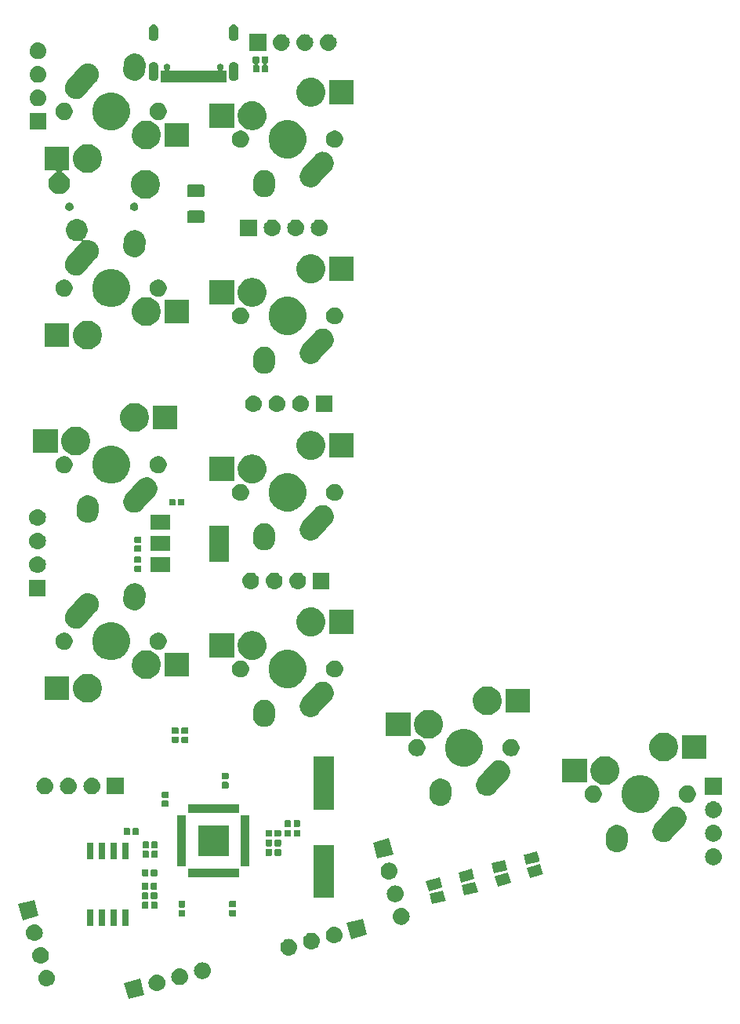
<source format=gbr>
G04 #@! TF.GenerationSoftware,KiCad,Pcbnew,(5.1.4)-1*
G04 #@! TF.CreationDate,2023-02-10T21:18:41-05:00*
G04 #@! TF.ProjectId,ThumbsUp,5468756d-6273-4557-902e-6b696361645f,rev?*
G04 #@! TF.SameCoordinates,Original*
G04 #@! TF.FileFunction,Soldermask,Bot*
G04 #@! TF.FilePolarity,Negative*
%FSLAX46Y46*%
G04 Gerber Fmt 4.6, Leading zero omitted, Abs format (unit mm)*
G04 Created by KiCad (PCBNEW (5.1.4)-1) date 2023-02-10 21:18:41*
%MOMM*%
%LPD*%
G04 APERTURE LIST*
%ADD10C,0.100000*%
G04 APERTURE END LIST*
D10*
G36*
X166955165Y-473619626D02*
G01*
X165214567Y-474086018D01*
X164748175Y-472345420D01*
X166488773Y-471879028D01*
X166955165Y-473619626D01*
X166955165Y-473619626D01*
G37*
G36*
X168415564Y-471430641D02*
G01*
X168481749Y-471437160D01*
X168651588Y-471488680D01*
X168808113Y-471572345D01*
X168843851Y-471601675D01*
X168945308Y-471684937D01*
X169028570Y-471786394D01*
X169057900Y-471822132D01*
X169141565Y-471978657D01*
X169193085Y-472148496D01*
X169210481Y-472325123D01*
X169193085Y-472501750D01*
X169141565Y-472671589D01*
X169057900Y-472828114D01*
X169028570Y-472863852D01*
X168945308Y-472965309D01*
X168843851Y-473048571D01*
X168808113Y-473077901D01*
X168651588Y-473161566D01*
X168481749Y-473213086D01*
X168415565Y-473219604D01*
X168349382Y-473226123D01*
X168260862Y-473226123D01*
X168194679Y-473219604D01*
X168128495Y-473213086D01*
X167958656Y-473161566D01*
X167802131Y-473077901D01*
X167766393Y-473048571D01*
X167664936Y-472965309D01*
X167581674Y-472863852D01*
X167552344Y-472828114D01*
X167468679Y-472671589D01*
X167417159Y-472501750D01*
X167399763Y-472325123D01*
X167417159Y-472148496D01*
X167468679Y-471978657D01*
X167552344Y-471822132D01*
X167581674Y-471786394D01*
X167664936Y-471684937D01*
X167766393Y-471601675D01*
X167802131Y-471572345D01*
X167958656Y-471488680D01*
X168128495Y-471437160D01*
X168194680Y-471430641D01*
X168260862Y-471424123D01*
X168349382Y-471424123D01*
X168415564Y-471430641D01*
X168415564Y-471430641D01*
G37*
G36*
X156501573Y-470920497D02*
G01*
X156567757Y-470927015D01*
X156737596Y-470978535D01*
X156894121Y-471062200D01*
X156929859Y-471091530D01*
X157031316Y-471174792D01*
X157114578Y-471276249D01*
X157143908Y-471311987D01*
X157227573Y-471468512D01*
X157279093Y-471638351D01*
X157296489Y-471814978D01*
X157279093Y-471991605D01*
X157227573Y-472161444D01*
X157143908Y-472317969D01*
X157121379Y-472345420D01*
X157031316Y-472455164D01*
X156929859Y-472538426D01*
X156894121Y-472567756D01*
X156737596Y-472651421D01*
X156567757Y-472702941D01*
X156501572Y-472709460D01*
X156435390Y-472715978D01*
X156346870Y-472715978D01*
X156280688Y-472709460D01*
X156214503Y-472702941D01*
X156044664Y-472651421D01*
X155888139Y-472567756D01*
X155852401Y-472538426D01*
X155750944Y-472455164D01*
X155660881Y-472345420D01*
X155638352Y-472317969D01*
X155554687Y-472161444D01*
X155503167Y-471991605D01*
X155485771Y-471814978D01*
X155503167Y-471638351D01*
X155554687Y-471468512D01*
X155638352Y-471311987D01*
X155667682Y-471276249D01*
X155750944Y-471174792D01*
X155852401Y-471091530D01*
X155888139Y-471062200D01*
X156044664Y-470978535D01*
X156214503Y-470927015D01*
X156280687Y-470920497D01*
X156346870Y-470913978D01*
X156435390Y-470913978D01*
X156501573Y-470920497D01*
X156501573Y-470920497D01*
G37*
G36*
X170869016Y-470773241D02*
G01*
X170935200Y-470779759D01*
X171105039Y-470831279D01*
X171261564Y-470914944D01*
X171276272Y-470927015D01*
X171398759Y-471027536D01*
X171482021Y-471128993D01*
X171511351Y-471164731D01*
X171595016Y-471321256D01*
X171646536Y-471491095D01*
X171663932Y-471667722D01*
X171646536Y-471844349D01*
X171595016Y-472014188D01*
X171511351Y-472170713D01*
X171482021Y-472206451D01*
X171398759Y-472307908D01*
X171297302Y-472391170D01*
X171261564Y-472420500D01*
X171105039Y-472504165D01*
X170935200Y-472555685D01*
X170869016Y-472562203D01*
X170802833Y-472568722D01*
X170714313Y-472568722D01*
X170648130Y-472562203D01*
X170581946Y-472555685D01*
X170412107Y-472504165D01*
X170255582Y-472420500D01*
X170219844Y-472391170D01*
X170118387Y-472307908D01*
X170035125Y-472206451D01*
X170005795Y-472170713D01*
X169922130Y-472014188D01*
X169870610Y-471844349D01*
X169853214Y-471667722D01*
X169870610Y-471491095D01*
X169922130Y-471321256D01*
X170005795Y-471164731D01*
X170035125Y-471128993D01*
X170118387Y-471027536D01*
X170240874Y-470927015D01*
X170255582Y-470914944D01*
X170412107Y-470831279D01*
X170581946Y-470779759D01*
X170648130Y-470773241D01*
X170714313Y-470766722D01*
X170802833Y-470766722D01*
X170869016Y-470773241D01*
X170869016Y-470773241D01*
G37*
G36*
X173322468Y-470115841D02*
G01*
X173388652Y-470122359D01*
X173558491Y-470173879D01*
X173715016Y-470257544D01*
X173750754Y-470286874D01*
X173852211Y-470370136D01*
X173935473Y-470471593D01*
X173964803Y-470507331D01*
X174048468Y-470663856D01*
X174099988Y-470833695D01*
X174117384Y-471010322D01*
X174099988Y-471186949D01*
X174048468Y-471356788D01*
X173964803Y-471513313D01*
X173935473Y-471549051D01*
X173852211Y-471650508D01*
X173750754Y-471733770D01*
X173715016Y-471763100D01*
X173558491Y-471846765D01*
X173388652Y-471898285D01*
X173322468Y-471904803D01*
X173256285Y-471911322D01*
X173167765Y-471911322D01*
X173101582Y-471904803D01*
X173035398Y-471898285D01*
X172865559Y-471846765D01*
X172709034Y-471763100D01*
X172673296Y-471733770D01*
X172571839Y-471650508D01*
X172488577Y-471549051D01*
X172459247Y-471513313D01*
X172375582Y-471356788D01*
X172324062Y-471186949D01*
X172306666Y-471010322D01*
X172324062Y-470833695D01*
X172375582Y-470663856D01*
X172459247Y-470507331D01*
X172488577Y-470471593D01*
X172571839Y-470370136D01*
X172673296Y-470286874D01*
X172709034Y-470257544D01*
X172865559Y-470173879D01*
X173035398Y-470122359D01*
X173101582Y-470115841D01*
X173167765Y-470109322D01*
X173256285Y-470109322D01*
X173322468Y-470115841D01*
X173322468Y-470115841D01*
G37*
G36*
X155826562Y-468465310D02*
G01*
X155910357Y-468473563D01*
X156080196Y-468525083D01*
X156236721Y-468608748D01*
X156272459Y-468638078D01*
X156373916Y-468721340D01*
X156457178Y-468822797D01*
X156486508Y-468858535D01*
X156570173Y-469015060D01*
X156621693Y-469184899D01*
X156639089Y-469361526D01*
X156621693Y-469538153D01*
X156570173Y-469707992D01*
X156486508Y-469864517D01*
X156457178Y-469900255D01*
X156373916Y-470001712D01*
X156272459Y-470084974D01*
X156236721Y-470114304D01*
X156080196Y-470197969D01*
X155910357Y-470249489D01*
X155844173Y-470256007D01*
X155777990Y-470262526D01*
X155689470Y-470262526D01*
X155623287Y-470256007D01*
X155557103Y-470249489D01*
X155387264Y-470197969D01*
X155230739Y-470114304D01*
X155195001Y-470084974D01*
X155093544Y-470001712D01*
X155010282Y-469900255D01*
X154980952Y-469864517D01*
X154897287Y-469707992D01*
X154845767Y-469538153D01*
X154828371Y-469361526D01*
X154845767Y-469184899D01*
X154897287Y-469015060D01*
X154980952Y-468858535D01*
X155010282Y-468822797D01*
X155093544Y-468721340D01*
X155195001Y-468638078D01*
X155230739Y-468608748D01*
X155387264Y-468525083D01*
X155557103Y-468473563D01*
X155640898Y-468465310D01*
X155689470Y-468460526D01*
X155777990Y-468460526D01*
X155826562Y-468465310D01*
X155826562Y-468465310D01*
G37*
G36*
X182662112Y-467588043D02*
G01*
X182728296Y-467594561D01*
X182898135Y-467646081D01*
X183054660Y-467729746D01*
X183090398Y-467759076D01*
X183191855Y-467842338D01*
X183275117Y-467943795D01*
X183304447Y-467979533D01*
X183388112Y-468136058D01*
X183439632Y-468305897D01*
X183457028Y-468482524D01*
X183439632Y-468659151D01*
X183388112Y-468828990D01*
X183304447Y-468985515D01*
X183280200Y-469015060D01*
X183191855Y-469122710D01*
X183090398Y-469205972D01*
X183054660Y-469235302D01*
X182898135Y-469318967D01*
X182728296Y-469370487D01*
X182662112Y-469377005D01*
X182595929Y-469383524D01*
X182507409Y-469383524D01*
X182441226Y-469377005D01*
X182375042Y-469370487D01*
X182205203Y-469318967D01*
X182048678Y-469235302D01*
X182012940Y-469205972D01*
X181911483Y-469122710D01*
X181823138Y-469015060D01*
X181798891Y-468985515D01*
X181715226Y-468828990D01*
X181663706Y-468659151D01*
X181646310Y-468482524D01*
X181663706Y-468305897D01*
X181715226Y-468136058D01*
X181798891Y-467979533D01*
X181828221Y-467943795D01*
X181911483Y-467842338D01*
X182012940Y-467759076D01*
X182048678Y-467729746D01*
X182205203Y-467646081D01*
X182375042Y-467594561D01*
X182441226Y-467588043D01*
X182507409Y-467581524D01*
X182595929Y-467581524D01*
X182662112Y-467588043D01*
X182662112Y-467588043D01*
G37*
G36*
X185115564Y-466930643D02*
G01*
X185181748Y-466937161D01*
X185351587Y-466988681D01*
X185508112Y-467072346D01*
X185543850Y-467101676D01*
X185645307Y-467184938D01*
X185728569Y-467286395D01*
X185757899Y-467322133D01*
X185841564Y-467478658D01*
X185893084Y-467648497D01*
X185910480Y-467825124D01*
X185893084Y-468001751D01*
X185841564Y-468171590D01*
X185757899Y-468328115D01*
X185728569Y-468363853D01*
X185645307Y-468465310D01*
X185543850Y-468548572D01*
X185508112Y-468577902D01*
X185351587Y-468661567D01*
X185181748Y-468713087D01*
X185115564Y-468719605D01*
X185049381Y-468726124D01*
X184960861Y-468726124D01*
X184894678Y-468719605D01*
X184828494Y-468713087D01*
X184658655Y-468661567D01*
X184502130Y-468577902D01*
X184466392Y-468548572D01*
X184364935Y-468465310D01*
X184281673Y-468363853D01*
X184252343Y-468328115D01*
X184168678Y-468171590D01*
X184117158Y-468001751D01*
X184099762Y-467825124D01*
X184117158Y-467648497D01*
X184168678Y-467478658D01*
X184252343Y-467322133D01*
X184281673Y-467286395D01*
X184364935Y-467184938D01*
X184466392Y-467101676D01*
X184502130Y-467072346D01*
X184658655Y-466988681D01*
X184828494Y-466937161D01*
X184894678Y-466930643D01*
X184960861Y-466924124D01*
X185049381Y-466924124D01*
X185115564Y-466930643D01*
X185115564Y-466930643D01*
G37*
G36*
X187569014Y-466273241D02*
G01*
X187635199Y-466279760D01*
X187805038Y-466331280D01*
X187961563Y-466414945D01*
X187997301Y-466444275D01*
X188098758Y-466527537D01*
X188182020Y-466628994D01*
X188211350Y-466664732D01*
X188295015Y-466821257D01*
X188346535Y-466991096D01*
X188363931Y-467167723D01*
X188346535Y-467344350D01*
X188295015Y-467514189D01*
X188211350Y-467670714D01*
X188182020Y-467706452D01*
X188098758Y-467807909D01*
X187997301Y-467891171D01*
X187961563Y-467920501D01*
X187805038Y-468004166D01*
X187635199Y-468055686D01*
X187569014Y-468062205D01*
X187502832Y-468068723D01*
X187414312Y-468068723D01*
X187348130Y-468062205D01*
X187281945Y-468055686D01*
X187112106Y-468004166D01*
X186955581Y-467920501D01*
X186919843Y-467891171D01*
X186818386Y-467807909D01*
X186735124Y-467706452D01*
X186705794Y-467670714D01*
X186622129Y-467514189D01*
X186570609Y-467344350D01*
X186553213Y-467167723D01*
X186570609Y-466991096D01*
X186622129Y-466821257D01*
X186705794Y-466664732D01*
X186735124Y-466628994D01*
X186818386Y-466527537D01*
X186919843Y-466444275D01*
X186955581Y-466414945D01*
X187112106Y-466331280D01*
X187281945Y-466279760D01*
X187348130Y-466273241D01*
X187414312Y-466266723D01*
X187502832Y-466266723D01*
X187569014Y-466273241D01*
X187569014Y-466273241D01*
G37*
G36*
X155186772Y-466013594D02*
G01*
X155252956Y-466020112D01*
X155422795Y-466071632D01*
X155579320Y-466155297D01*
X155615058Y-466184627D01*
X155716515Y-466267889D01*
X155799777Y-466369346D01*
X155829107Y-466405084D01*
X155912772Y-466561609D01*
X155964292Y-466731448D01*
X155981688Y-466908075D01*
X155964292Y-467084702D01*
X155912772Y-467254541D01*
X155829107Y-467411066D01*
X155799777Y-467446804D01*
X155716515Y-467548261D01*
X155636632Y-467613818D01*
X155579320Y-467660853D01*
X155422795Y-467744518D01*
X155252956Y-467796038D01*
X155186772Y-467802556D01*
X155120589Y-467809075D01*
X155032069Y-467809075D01*
X154965886Y-467802556D01*
X154899702Y-467796038D01*
X154729863Y-467744518D01*
X154573338Y-467660853D01*
X154516026Y-467613818D01*
X154436143Y-467548261D01*
X154352881Y-467446804D01*
X154323551Y-467411066D01*
X154239886Y-467254541D01*
X154188366Y-467084702D01*
X154170970Y-466908075D01*
X154188366Y-466731448D01*
X154239886Y-466561609D01*
X154323551Y-466405084D01*
X154352881Y-466369346D01*
X154436143Y-466267889D01*
X154537600Y-466184627D01*
X154573338Y-466155297D01*
X154729863Y-466071632D01*
X154899702Y-466020112D01*
X154965886Y-466013594D01*
X155032069Y-466007075D01*
X155120589Y-466007075D01*
X155186772Y-466013594D01*
X155186772Y-466013594D01*
G37*
G36*
X191015519Y-467147426D02*
G01*
X189274921Y-467613818D01*
X188808529Y-465873220D01*
X190549127Y-465406828D01*
X191015519Y-467147426D01*
X191015519Y-467147426D01*
G37*
G36*
X161471000Y-466176000D02*
G01*
X160719000Y-466176000D01*
X160719000Y-464424000D01*
X161471000Y-464424000D01*
X161471000Y-466176000D01*
X161471000Y-466176000D01*
G37*
G36*
X165281000Y-466176000D02*
G01*
X164529000Y-466176000D01*
X164529000Y-464424000D01*
X165281000Y-464424000D01*
X165281000Y-466176000D01*
X165281000Y-466176000D01*
G37*
G36*
X164011000Y-466176000D02*
G01*
X163259000Y-466176000D01*
X163259000Y-464424000D01*
X164011000Y-464424000D01*
X164011000Y-466176000D01*
X164011000Y-466176000D01*
G37*
G36*
X162741000Y-466176000D02*
G01*
X161989000Y-466176000D01*
X161989000Y-464424000D01*
X162741000Y-464424000D01*
X162741000Y-466176000D01*
X162741000Y-466176000D01*
G37*
G36*
X194786493Y-464271553D02*
G01*
X194875253Y-464280295D01*
X195045092Y-464331815D01*
X195201617Y-464415480D01*
X195237355Y-464444810D01*
X195338812Y-464528072D01*
X195408714Y-464613249D01*
X195451404Y-464665267D01*
X195535069Y-464821792D01*
X195586589Y-464991631D01*
X195603985Y-465168258D01*
X195586589Y-465344885D01*
X195535069Y-465514724D01*
X195451404Y-465671249D01*
X195422074Y-465706987D01*
X195338812Y-465808444D01*
X195259881Y-465873220D01*
X195201617Y-465921036D01*
X195045092Y-466004701D01*
X194875253Y-466056221D01*
X194809068Y-466062740D01*
X194742886Y-466069258D01*
X194654366Y-466069258D01*
X194588184Y-466062740D01*
X194521999Y-466056221D01*
X194352160Y-466004701D01*
X194195635Y-465921036D01*
X194137371Y-465873220D01*
X194058440Y-465808444D01*
X193975178Y-465706987D01*
X193945848Y-465671249D01*
X193862183Y-465514724D01*
X193810663Y-465344885D01*
X193793267Y-465168258D01*
X193810663Y-464991631D01*
X193862183Y-464821792D01*
X193945848Y-464665267D01*
X193988538Y-464613249D01*
X194058440Y-464528072D01*
X194159897Y-464444810D01*
X194195635Y-464415480D01*
X194352160Y-464331815D01*
X194521999Y-464280295D01*
X194610759Y-464271553D01*
X194654366Y-464267258D01*
X194742886Y-464267258D01*
X194786493Y-464271553D01*
X194786493Y-464271553D01*
G37*
G36*
X155522424Y-465091726D02*
G01*
X153781826Y-465558118D01*
X153315434Y-463817520D01*
X155056032Y-463351128D01*
X155522424Y-465091726D01*
X155522424Y-465091726D01*
G37*
G36*
X171281938Y-464476716D02*
G01*
X171302557Y-464482971D01*
X171321553Y-464493124D01*
X171338208Y-464506792D01*
X171351876Y-464523447D01*
X171362029Y-464542443D01*
X171368284Y-464563062D01*
X171371000Y-464590640D01*
X171371000Y-465049360D01*
X171368284Y-465076938D01*
X171362029Y-465097557D01*
X171351876Y-465116553D01*
X171338208Y-465133208D01*
X171321553Y-465146876D01*
X171302557Y-465157029D01*
X171281938Y-465163284D01*
X171254360Y-465166000D01*
X170745640Y-465166000D01*
X170718062Y-465163284D01*
X170697443Y-465157029D01*
X170678447Y-465146876D01*
X170661792Y-465133208D01*
X170648124Y-465116553D01*
X170637971Y-465097557D01*
X170631716Y-465076938D01*
X170629000Y-465049360D01*
X170629000Y-464590640D01*
X170631716Y-464563062D01*
X170637971Y-464542443D01*
X170648124Y-464523447D01*
X170661792Y-464506792D01*
X170678447Y-464493124D01*
X170697443Y-464482971D01*
X170718062Y-464476716D01*
X170745640Y-464474000D01*
X171254360Y-464474000D01*
X171281938Y-464476716D01*
X171281938Y-464476716D01*
G37*
G36*
X176769938Y-464456716D02*
G01*
X176790557Y-464462971D01*
X176809553Y-464473124D01*
X176826208Y-464486792D01*
X176839876Y-464503447D01*
X176850029Y-464522443D01*
X176856284Y-464543062D01*
X176859000Y-464570640D01*
X176859000Y-465029360D01*
X176856284Y-465056938D01*
X176850029Y-465077557D01*
X176839876Y-465096553D01*
X176826208Y-465113208D01*
X176809553Y-465126876D01*
X176790557Y-465137029D01*
X176769938Y-465143284D01*
X176742360Y-465146000D01*
X176233640Y-465146000D01*
X176206062Y-465143284D01*
X176185443Y-465137029D01*
X176166447Y-465126876D01*
X176149792Y-465113208D01*
X176136124Y-465096553D01*
X176125971Y-465077557D01*
X176119716Y-465056938D01*
X176117000Y-465029360D01*
X176117000Y-464570640D01*
X176119716Y-464543062D01*
X176125971Y-464522443D01*
X176136124Y-464503447D01*
X176149792Y-464486792D01*
X176166447Y-464473124D01*
X176185443Y-464462971D01*
X176206062Y-464456716D01*
X176233640Y-464454000D01*
X176742360Y-464454000D01*
X176769938Y-464456716D01*
X176769938Y-464456716D01*
G37*
G36*
X167306938Y-463581716D02*
G01*
X167327557Y-463587971D01*
X167346553Y-463598124D01*
X167363208Y-463611792D01*
X167376876Y-463628447D01*
X167387029Y-463647443D01*
X167393284Y-463668062D01*
X167396000Y-463695640D01*
X167396000Y-464204360D01*
X167393284Y-464231938D01*
X167387029Y-464252557D01*
X167376876Y-464271553D01*
X167363208Y-464288208D01*
X167346553Y-464301876D01*
X167327557Y-464312029D01*
X167306938Y-464318284D01*
X167279360Y-464321000D01*
X166820640Y-464321000D01*
X166793062Y-464318284D01*
X166772443Y-464312029D01*
X166753447Y-464301876D01*
X166736792Y-464288208D01*
X166723124Y-464271553D01*
X166712971Y-464252557D01*
X166706716Y-464231938D01*
X166704000Y-464204360D01*
X166704000Y-463695640D01*
X166706716Y-463668062D01*
X166712971Y-463647443D01*
X166723124Y-463628447D01*
X166736792Y-463611792D01*
X166753447Y-463598124D01*
X166772443Y-463587971D01*
X166793062Y-463581716D01*
X166820640Y-463579000D01*
X167279360Y-463579000D01*
X167306938Y-463581716D01*
X167306938Y-463581716D01*
G37*
G36*
X168276938Y-463581716D02*
G01*
X168297557Y-463587971D01*
X168316553Y-463598124D01*
X168333208Y-463611792D01*
X168346876Y-463628447D01*
X168357029Y-463647443D01*
X168363284Y-463668062D01*
X168366000Y-463695640D01*
X168366000Y-464204360D01*
X168363284Y-464231938D01*
X168357029Y-464252557D01*
X168346876Y-464271553D01*
X168333208Y-464288208D01*
X168316553Y-464301876D01*
X168297557Y-464312029D01*
X168276938Y-464318284D01*
X168249360Y-464321000D01*
X167790640Y-464321000D01*
X167763062Y-464318284D01*
X167742443Y-464312029D01*
X167723447Y-464301876D01*
X167706792Y-464288208D01*
X167693124Y-464271553D01*
X167682971Y-464252557D01*
X167676716Y-464231938D01*
X167674000Y-464204360D01*
X167674000Y-463695640D01*
X167676716Y-463668062D01*
X167682971Y-463647443D01*
X167693124Y-463628447D01*
X167706792Y-463611792D01*
X167723447Y-463598124D01*
X167742443Y-463587971D01*
X167763062Y-463581716D01*
X167790640Y-463579000D01*
X168249360Y-463579000D01*
X168276938Y-463581716D01*
X168276938Y-463581716D01*
G37*
G36*
X171281938Y-463506716D02*
G01*
X171302557Y-463512971D01*
X171321553Y-463523124D01*
X171338208Y-463536792D01*
X171351876Y-463553447D01*
X171362029Y-463572443D01*
X171368284Y-463593062D01*
X171371000Y-463620640D01*
X171371000Y-464079360D01*
X171368284Y-464106938D01*
X171362029Y-464127557D01*
X171351876Y-464146553D01*
X171338208Y-464163208D01*
X171321553Y-464176876D01*
X171302557Y-464187029D01*
X171281938Y-464193284D01*
X171254360Y-464196000D01*
X170745640Y-464196000D01*
X170718062Y-464193284D01*
X170697443Y-464187029D01*
X170678447Y-464176876D01*
X170661792Y-464163208D01*
X170648124Y-464146553D01*
X170637971Y-464127557D01*
X170631716Y-464106938D01*
X170629000Y-464079360D01*
X170629000Y-463620640D01*
X170631716Y-463593062D01*
X170637971Y-463572443D01*
X170648124Y-463553447D01*
X170661792Y-463536792D01*
X170678447Y-463523124D01*
X170697443Y-463512971D01*
X170718062Y-463506716D01*
X170745640Y-463504000D01*
X171254360Y-463504000D01*
X171281938Y-463506716D01*
X171281938Y-463506716D01*
G37*
G36*
X176769938Y-463486716D02*
G01*
X176790557Y-463492971D01*
X176809553Y-463503124D01*
X176826208Y-463516792D01*
X176839876Y-463533447D01*
X176850029Y-463552443D01*
X176856284Y-463573062D01*
X176859000Y-463600640D01*
X176859000Y-464059360D01*
X176856284Y-464086938D01*
X176850029Y-464107557D01*
X176839876Y-464126553D01*
X176826208Y-464143208D01*
X176809553Y-464156876D01*
X176790557Y-464167029D01*
X176769938Y-464173284D01*
X176742360Y-464176000D01*
X176233640Y-464176000D01*
X176206062Y-464173284D01*
X176185443Y-464167029D01*
X176166447Y-464156876D01*
X176149792Y-464143208D01*
X176136124Y-464126553D01*
X176125971Y-464107557D01*
X176119716Y-464086938D01*
X176117000Y-464059360D01*
X176117000Y-463600640D01*
X176119716Y-463573062D01*
X176125971Y-463552443D01*
X176136124Y-463533447D01*
X176149792Y-463516792D01*
X176166447Y-463503124D01*
X176185443Y-463492971D01*
X176206062Y-463486716D01*
X176233640Y-463484000D01*
X176742360Y-463484000D01*
X176769938Y-463486716D01*
X176769938Y-463486716D01*
G37*
G36*
X199461837Y-463321000D02*
G01*
X199499777Y-463462593D01*
X198048957Y-463851339D01*
X198048956Y-463851339D01*
X197750797Y-462738593D01*
X198059464Y-462655886D01*
X199201617Y-462349847D01*
X199201618Y-462349847D01*
X199461837Y-463321000D01*
X199461837Y-463321000D01*
G37*
G36*
X194151668Y-461820324D02*
G01*
X194217853Y-461826843D01*
X194387692Y-461878363D01*
X194544217Y-461962028D01*
X194579955Y-461991358D01*
X194681412Y-462074620D01*
X194764674Y-462176077D01*
X194794004Y-462211815D01*
X194877669Y-462368340D01*
X194929189Y-462538179D01*
X194946585Y-462714806D01*
X194929189Y-462891433D01*
X194877669Y-463061272D01*
X194794004Y-463217797D01*
X194772406Y-463244114D01*
X194681412Y-463354992D01*
X194579955Y-463438254D01*
X194544217Y-463467584D01*
X194387692Y-463551249D01*
X194217853Y-463602769D01*
X194163157Y-463608156D01*
X194085486Y-463615806D01*
X193996966Y-463615806D01*
X193919295Y-463608156D01*
X193864599Y-463602769D01*
X193694760Y-463551249D01*
X193538235Y-463467584D01*
X193502497Y-463438254D01*
X193401040Y-463354992D01*
X193310046Y-463244114D01*
X193288448Y-463217797D01*
X193204783Y-463061272D01*
X193153263Y-462891433D01*
X193135867Y-462714806D01*
X193153263Y-462538179D01*
X193204783Y-462368340D01*
X193288448Y-462211815D01*
X193317778Y-462176077D01*
X193401040Y-462074620D01*
X193502497Y-461991358D01*
X193538235Y-461962028D01*
X193694760Y-461878363D01*
X193864599Y-461826843D01*
X193930784Y-461820324D01*
X193996966Y-461813806D01*
X194085486Y-461813806D01*
X194151668Y-461820324D01*
X194151668Y-461820324D01*
G37*
G36*
X168256938Y-462581716D02*
G01*
X168277557Y-462587971D01*
X168296553Y-462598124D01*
X168313208Y-462611792D01*
X168326876Y-462628447D01*
X168337029Y-462647443D01*
X168343284Y-462668062D01*
X168346000Y-462695640D01*
X168346000Y-463204360D01*
X168343284Y-463231938D01*
X168337029Y-463252557D01*
X168326876Y-463271553D01*
X168313208Y-463288208D01*
X168296553Y-463301876D01*
X168277557Y-463312029D01*
X168256938Y-463318284D01*
X168229360Y-463321000D01*
X167770640Y-463321000D01*
X167743062Y-463318284D01*
X167722443Y-463312029D01*
X167703447Y-463301876D01*
X167686792Y-463288208D01*
X167673124Y-463271553D01*
X167662971Y-463252557D01*
X167656716Y-463231938D01*
X167654000Y-463204360D01*
X167654000Y-462695640D01*
X167656716Y-462668062D01*
X167662971Y-462647443D01*
X167673124Y-462628447D01*
X167686792Y-462611792D01*
X167703447Y-462598124D01*
X167722443Y-462587971D01*
X167743062Y-462581716D01*
X167770640Y-462579000D01*
X168229360Y-462579000D01*
X168256938Y-462581716D01*
X168256938Y-462581716D01*
G37*
G36*
X167286938Y-462581716D02*
G01*
X167307557Y-462587971D01*
X167326553Y-462598124D01*
X167343208Y-462611792D01*
X167356876Y-462628447D01*
X167367029Y-462647443D01*
X167373284Y-462668062D01*
X167376000Y-462695640D01*
X167376000Y-463204360D01*
X167373284Y-463231938D01*
X167367029Y-463252557D01*
X167356876Y-463271553D01*
X167343208Y-463288208D01*
X167326553Y-463301876D01*
X167307557Y-463312029D01*
X167286938Y-463318284D01*
X167259360Y-463321000D01*
X166800640Y-463321000D01*
X166773062Y-463318284D01*
X166752443Y-463312029D01*
X166733447Y-463301876D01*
X166716792Y-463288208D01*
X166703124Y-463271553D01*
X166692971Y-463252557D01*
X166686716Y-463231938D01*
X166684000Y-463204360D01*
X166684000Y-462695640D01*
X166686716Y-462668062D01*
X166692971Y-462647443D01*
X166703124Y-462628447D01*
X166716792Y-462611792D01*
X166733447Y-462598124D01*
X166752443Y-462587971D01*
X166773062Y-462581716D01*
X166800640Y-462579000D01*
X167259360Y-462579000D01*
X167286938Y-462581716D01*
X167286938Y-462581716D01*
G37*
G36*
X187401000Y-463126000D02*
G01*
X185199000Y-463126000D01*
X185199000Y-457424000D01*
X187401000Y-457424000D01*
X187401000Y-463126000D01*
X187401000Y-463126000D01*
G37*
G36*
X202899673Y-462241844D02*
G01*
X202977110Y-462530844D01*
X201526290Y-462919590D01*
X201526289Y-462919590D01*
X201228130Y-461806844D01*
X201866490Y-461635796D01*
X202678950Y-461418098D01*
X202678951Y-461418098D01*
X202899673Y-462241844D01*
X202899673Y-462241844D01*
G37*
G36*
X199097702Y-461962027D02*
G01*
X199124490Y-462062000D01*
X197673670Y-462450746D01*
X197673669Y-462450746D01*
X197375510Y-461338000D01*
X198826330Y-460949254D01*
X198826331Y-460949254D01*
X199097702Y-461962027D01*
X199097702Y-461962027D01*
G37*
G36*
X168241938Y-461531716D02*
G01*
X168262557Y-461537971D01*
X168281553Y-461548124D01*
X168298208Y-461561792D01*
X168311876Y-461578447D01*
X168322029Y-461597443D01*
X168328284Y-461618062D01*
X168331000Y-461645640D01*
X168331000Y-462154360D01*
X168328284Y-462181938D01*
X168322029Y-462202557D01*
X168311876Y-462221553D01*
X168298208Y-462238208D01*
X168281553Y-462251876D01*
X168262557Y-462262029D01*
X168241938Y-462268284D01*
X168214360Y-462271000D01*
X167755640Y-462271000D01*
X167728062Y-462268284D01*
X167707443Y-462262029D01*
X167688447Y-462251876D01*
X167671792Y-462238208D01*
X167658124Y-462221553D01*
X167647971Y-462202557D01*
X167641716Y-462181938D01*
X167639000Y-462154360D01*
X167639000Y-461645640D01*
X167641716Y-461618062D01*
X167647971Y-461597443D01*
X167658124Y-461578447D01*
X167671792Y-461561792D01*
X167688447Y-461548124D01*
X167707443Y-461537971D01*
X167728062Y-461531716D01*
X167755640Y-461529000D01*
X168214360Y-461529000D01*
X168241938Y-461531716D01*
X168241938Y-461531716D01*
G37*
G36*
X167271938Y-461531716D02*
G01*
X167292557Y-461537971D01*
X167311553Y-461548124D01*
X167328208Y-461561792D01*
X167341876Y-461578447D01*
X167352029Y-461597443D01*
X167358284Y-461618062D01*
X167361000Y-461645640D01*
X167361000Y-462154360D01*
X167358284Y-462181938D01*
X167352029Y-462202557D01*
X167341876Y-462221553D01*
X167328208Y-462238208D01*
X167311553Y-462251876D01*
X167292557Y-462262029D01*
X167271938Y-462268284D01*
X167244360Y-462271000D01*
X166785640Y-462271000D01*
X166758062Y-462268284D01*
X166737443Y-462262029D01*
X166718447Y-462251876D01*
X166701792Y-462238208D01*
X166688124Y-462221553D01*
X166677971Y-462202557D01*
X166671716Y-462181938D01*
X166669000Y-462154360D01*
X166669000Y-461645640D01*
X166671716Y-461618062D01*
X166677971Y-461597443D01*
X166688124Y-461578447D01*
X166701792Y-461561792D01*
X166718447Y-461548124D01*
X166737443Y-461537971D01*
X166758062Y-461531716D01*
X166785640Y-461529000D01*
X167244360Y-461529000D01*
X167271938Y-461531716D01*
X167271938Y-461531716D01*
G37*
G36*
X206540776Y-461529000D02*
G01*
X206549777Y-461562593D01*
X205098957Y-461951339D01*
X205098956Y-461951339D01*
X204800797Y-460838593D01*
X204975267Y-460791844D01*
X206251617Y-460449847D01*
X206251618Y-460449847D01*
X206540776Y-461529000D01*
X206540776Y-461529000D01*
G37*
G36*
X202593127Y-461097797D02*
G01*
X202601823Y-461130251D01*
X201151003Y-461518997D01*
X201151002Y-461518997D01*
X200852843Y-460406251D01*
X202303663Y-460017505D01*
X202303664Y-460017505D01*
X202593127Y-461097797D01*
X202593127Y-461097797D01*
G37*
G36*
X193494267Y-459366873D02*
G01*
X193560452Y-459373392D01*
X193730291Y-459424912D01*
X193886816Y-459508577D01*
X193898417Y-459518098D01*
X194024011Y-459621169D01*
X194107273Y-459722626D01*
X194136603Y-459758364D01*
X194220268Y-459914889D01*
X194271788Y-460084728D01*
X194289184Y-460261355D01*
X194271788Y-460437982D01*
X194220268Y-460607821D01*
X194136603Y-460764346D01*
X194130688Y-460771553D01*
X194024011Y-460901541D01*
X193922554Y-460984803D01*
X193886816Y-461014133D01*
X193730291Y-461097798D01*
X193560452Y-461149318D01*
X193494268Y-461155836D01*
X193428085Y-461162355D01*
X193339565Y-461162355D01*
X193273382Y-461155836D01*
X193207198Y-461149318D01*
X193037359Y-461097798D01*
X192880834Y-461014133D01*
X192845096Y-460984803D01*
X192743639Y-460901541D01*
X192636962Y-460771553D01*
X192631047Y-460764346D01*
X192547382Y-460607821D01*
X192495862Y-460437982D01*
X192478466Y-460261355D01*
X192495862Y-460084728D01*
X192547382Y-459914889D01*
X192631047Y-459758364D01*
X192660377Y-459722626D01*
X192743639Y-459621169D01*
X192869233Y-459518098D01*
X192880834Y-459508577D01*
X193037359Y-459424912D01*
X193207198Y-459373392D01*
X193273383Y-459366873D01*
X193339565Y-459360355D01*
X193428085Y-459360355D01*
X193494267Y-459366873D01*
X193494267Y-459366873D01*
G37*
G36*
X209975432Y-460437980D02*
G01*
X210027110Y-460630844D01*
X208576290Y-461019590D01*
X208576289Y-461019590D01*
X208278130Y-459906844D01*
X208859748Y-459751000D01*
X209728950Y-459518098D01*
X209728951Y-459518098D01*
X209975432Y-460437980D01*
X209975432Y-460437980D01*
G37*
G36*
X177151000Y-460926000D02*
G01*
X171649000Y-460926000D01*
X171649000Y-459974000D01*
X177151000Y-459974000D01*
X177151000Y-460926000D01*
X177151000Y-460926000D01*
G37*
G36*
X168256938Y-460081716D02*
G01*
X168277557Y-460087971D01*
X168296553Y-460098124D01*
X168313208Y-460111792D01*
X168326876Y-460128447D01*
X168337029Y-460147443D01*
X168343284Y-460168062D01*
X168346000Y-460195640D01*
X168346000Y-460704360D01*
X168343284Y-460731938D01*
X168337029Y-460752557D01*
X168326876Y-460771553D01*
X168313208Y-460788208D01*
X168296553Y-460801876D01*
X168277557Y-460812029D01*
X168256938Y-460818284D01*
X168229360Y-460821000D01*
X167770640Y-460821000D01*
X167743062Y-460818284D01*
X167722443Y-460812029D01*
X167703447Y-460801876D01*
X167686792Y-460788208D01*
X167673124Y-460771553D01*
X167662971Y-460752557D01*
X167656716Y-460731938D01*
X167654000Y-460704360D01*
X167654000Y-460195640D01*
X167656716Y-460168062D01*
X167662971Y-460147443D01*
X167673124Y-460128447D01*
X167686792Y-460111792D01*
X167703447Y-460098124D01*
X167722443Y-460087971D01*
X167743062Y-460081716D01*
X167770640Y-460079000D01*
X168229360Y-460079000D01*
X168256938Y-460081716D01*
X168256938Y-460081716D01*
G37*
G36*
X167286938Y-460081716D02*
G01*
X167307557Y-460087971D01*
X167326553Y-460098124D01*
X167343208Y-460111792D01*
X167356876Y-460128447D01*
X167367029Y-460147443D01*
X167373284Y-460168062D01*
X167376000Y-460195640D01*
X167376000Y-460704360D01*
X167373284Y-460731938D01*
X167367029Y-460752557D01*
X167356876Y-460771553D01*
X167343208Y-460788208D01*
X167326553Y-460801876D01*
X167307557Y-460812029D01*
X167286938Y-460818284D01*
X167259360Y-460821000D01*
X166800640Y-460821000D01*
X166773062Y-460818284D01*
X166752443Y-460812029D01*
X166733447Y-460801876D01*
X166716792Y-460788208D01*
X166703124Y-460771553D01*
X166692971Y-460752557D01*
X166686716Y-460731938D01*
X166684000Y-460704360D01*
X166684000Y-460195640D01*
X166686716Y-460168062D01*
X166692971Y-460147443D01*
X166703124Y-460128447D01*
X166716792Y-460111792D01*
X166733447Y-460098124D01*
X166752443Y-460087971D01*
X166773062Y-460081716D01*
X166800640Y-460079000D01*
X167259360Y-460079000D01*
X167286938Y-460081716D01*
X167286938Y-460081716D01*
G37*
G36*
X206165827Y-460129671D02*
G01*
X206174490Y-460162000D01*
X204723670Y-460550746D01*
X204723669Y-460550746D01*
X204425510Y-459438000D01*
X204474355Y-459424912D01*
X205876330Y-459049254D01*
X205876331Y-459049254D01*
X206165827Y-460129671D01*
X206165827Y-460129671D01*
G37*
G36*
X178326000Y-459751000D02*
G01*
X177374000Y-459751000D01*
X177374000Y-454249000D01*
X178326000Y-454249000D01*
X178326000Y-459751000D01*
X178326000Y-459751000D01*
G37*
G36*
X171426000Y-459751000D02*
G01*
X170474000Y-459751000D01*
X170474000Y-454249000D01*
X171426000Y-454249000D01*
X171426000Y-459751000D01*
X171426000Y-459751000D01*
G37*
G36*
X228522467Y-457835840D02*
G01*
X228588652Y-457842359D01*
X228758491Y-457893879D01*
X228915016Y-457977544D01*
X228937066Y-457995640D01*
X229052211Y-458090136D01*
X229118678Y-458171128D01*
X229164803Y-458227331D01*
X229248468Y-458383856D01*
X229299988Y-458553695D01*
X229317384Y-458730322D01*
X229299988Y-458906949D01*
X229248468Y-459076788D01*
X229164803Y-459233313D01*
X229135473Y-459269051D01*
X229052211Y-459370508D01*
X228956567Y-459449000D01*
X228915016Y-459483100D01*
X228758491Y-459566765D01*
X228588652Y-459618285D01*
X228522467Y-459624804D01*
X228456285Y-459631322D01*
X228367765Y-459631322D01*
X228301583Y-459624804D01*
X228235398Y-459618285D01*
X228065559Y-459566765D01*
X227909034Y-459483100D01*
X227867483Y-459449000D01*
X227771839Y-459370508D01*
X227688577Y-459269051D01*
X227659247Y-459233313D01*
X227575582Y-459076788D01*
X227524062Y-458906949D01*
X227506666Y-458730322D01*
X227524062Y-458553695D01*
X227575582Y-458383856D01*
X227659247Y-458227331D01*
X227705372Y-458171128D01*
X227771839Y-458090136D01*
X227886984Y-457995640D01*
X227909034Y-457977544D01*
X228065559Y-457893879D01*
X228235398Y-457842359D01*
X228301583Y-457835840D01*
X228367765Y-457829322D01*
X228456285Y-457829322D01*
X228522467Y-457835840D01*
X228522467Y-457835840D01*
G37*
G36*
X209576998Y-458951000D02*
G01*
X209651823Y-459230251D01*
X208201003Y-459618997D01*
X208201002Y-459618997D01*
X207902843Y-458506251D01*
X208120239Y-458448000D01*
X209353663Y-458117505D01*
X209353664Y-458117505D01*
X209576998Y-458951000D01*
X209576998Y-458951000D01*
G37*
G36*
X162741000Y-458976000D02*
G01*
X161989000Y-458976000D01*
X161989000Y-457224000D01*
X162741000Y-457224000D01*
X162741000Y-458976000D01*
X162741000Y-458976000D01*
G37*
G36*
X161471000Y-458976000D02*
G01*
X160719000Y-458976000D01*
X160719000Y-457224000D01*
X161471000Y-457224000D01*
X161471000Y-458976000D01*
X161471000Y-458976000D01*
G37*
G36*
X164011000Y-458976000D02*
G01*
X163259000Y-458976000D01*
X163259000Y-457224000D01*
X164011000Y-457224000D01*
X164011000Y-458976000D01*
X164011000Y-458976000D01*
G37*
G36*
X165281000Y-458976000D02*
G01*
X164529000Y-458976000D01*
X164529000Y-457224000D01*
X165281000Y-457224000D01*
X165281000Y-458976000D01*
X165281000Y-458976000D01*
G37*
G36*
X193829920Y-458445006D02*
G01*
X192089322Y-458911398D01*
X191622930Y-457170800D01*
X193363528Y-456704408D01*
X193829920Y-458445006D01*
X193829920Y-458445006D01*
G37*
G36*
X168326938Y-458081716D02*
G01*
X168347557Y-458087971D01*
X168366553Y-458098124D01*
X168383208Y-458111792D01*
X168396876Y-458128447D01*
X168407029Y-458147443D01*
X168413284Y-458168062D01*
X168416000Y-458195640D01*
X168416000Y-458704360D01*
X168413284Y-458731938D01*
X168407029Y-458752557D01*
X168396876Y-458771553D01*
X168383208Y-458788208D01*
X168366553Y-458801876D01*
X168347557Y-458812029D01*
X168326938Y-458818284D01*
X168299360Y-458821000D01*
X167840640Y-458821000D01*
X167813062Y-458818284D01*
X167792443Y-458812029D01*
X167773447Y-458801876D01*
X167756792Y-458788208D01*
X167743124Y-458771553D01*
X167732971Y-458752557D01*
X167726716Y-458731938D01*
X167724000Y-458704360D01*
X167724000Y-458195640D01*
X167726716Y-458168062D01*
X167732971Y-458147443D01*
X167743124Y-458128447D01*
X167756792Y-458111792D01*
X167773447Y-458098124D01*
X167792443Y-458087971D01*
X167813062Y-458081716D01*
X167840640Y-458079000D01*
X168299360Y-458079000D01*
X168326938Y-458081716D01*
X168326938Y-458081716D01*
G37*
G36*
X167356938Y-458081716D02*
G01*
X167377557Y-458087971D01*
X167396553Y-458098124D01*
X167413208Y-458111792D01*
X167426876Y-458128447D01*
X167437029Y-458147443D01*
X167443284Y-458168062D01*
X167446000Y-458195640D01*
X167446000Y-458704360D01*
X167443284Y-458731938D01*
X167437029Y-458752557D01*
X167426876Y-458771553D01*
X167413208Y-458788208D01*
X167396553Y-458801876D01*
X167377557Y-458812029D01*
X167356938Y-458818284D01*
X167329360Y-458821000D01*
X166870640Y-458821000D01*
X166843062Y-458818284D01*
X166822443Y-458812029D01*
X166803447Y-458801876D01*
X166786792Y-458788208D01*
X166773124Y-458771553D01*
X166762971Y-458752557D01*
X166756716Y-458731938D01*
X166754000Y-458704360D01*
X166754000Y-458195640D01*
X166756716Y-458168062D01*
X166762971Y-458147443D01*
X166773124Y-458128447D01*
X166786792Y-458111792D01*
X166803447Y-458098124D01*
X166822443Y-458087971D01*
X166843062Y-458081716D01*
X166870640Y-458079000D01*
X167329360Y-458079000D01*
X167356938Y-458081716D01*
X167356938Y-458081716D01*
G37*
G36*
X176051000Y-458651000D02*
G01*
X172749000Y-458651000D01*
X172749000Y-455349000D01*
X176051000Y-455349000D01*
X176051000Y-458651000D01*
X176051000Y-458651000D01*
G37*
G36*
X181626938Y-457881716D02*
G01*
X181647557Y-457887971D01*
X181666553Y-457898124D01*
X181683208Y-457911792D01*
X181696876Y-457928447D01*
X181707029Y-457947443D01*
X181713284Y-457968062D01*
X181716000Y-457995640D01*
X181716000Y-458504360D01*
X181713284Y-458531938D01*
X181707029Y-458552557D01*
X181696876Y-458571553D01*
X181683208Y-458588208D01*
X181666553Y-458601876D01*
X181647557Y-458612029D01*
X181626938Y-458618284D01*
X181599360Y-458621000D01*
X181140640Y-458621000D01*
X181113062Y-458618284D01*
X181092443Y-458612029D01*
X181073447Y-458601876D01*
X181056792Y-458588208D01*
X181043124Y-458571553D01*
X181032971Y-458552557D01*
X181026716Y-458531938D01*
X181024000Y-458504360D01*
X181024000Y-457995640D01*
X181026716Y-457968062D01*
X181032971Y-457947443D01*
X181043124Y-457928447D01*
X181056792Y-457911792D01*
X181073447Y-457898124D01*
X181092443Y-457887971D01*
X181113062Y-457881716D01*
X181140640Y-457879000D01*
X181599360Y-457879000D01*
X181626938Y-457881716D01*
X181626938Y-457881716D01*
G37*
G36*
X180656938Y-457881716D02*
G01*
X180677557Y-457887971D01*
X180696553Y-457898124D01*
X180713208Y-457911792D01*
X180726876Y-457928447D01*
X180737029Y-457947443D01*
X180743284Y-457968062D01*
X180746000Y-457995640D01*
X180746000Y-458504360D01*
X180743284Y-458531938D01*
X180737029Y-458552557D01*
X180726876Y-458571553D01*
X180713208Y-458588208D01*
X180696553Y-458601876D01*
X180677557Y-458612029D01*
X180656938Y-458618284D01*
X180629360Y-458621000D01*
X180170640Y-458621000D01*
X180143062Y-458618284D01*
X180122443Y-458612029D01*
X180103447Y-458601876D01*
X180086792Y-458588208D01*
X180073124Y-458571553D01*
X180062971Y-458552557D01*
X180056716Y-458531938D01*
X180054000Y-458504360D01*
X180054000Y-457995640D01*
X180056716Y-457968062D01*
X180062971Y-457947443D01*
X180073124Y-457928447D01*
X180086792Y-457911792D01*
X180103447Y-457898124D01*
X180122443Y-457887971D01*
X180143062Y-457881716D01*
X180170640Y-457879000D01*
X180629360Y-457879000D01*
X180656938Y-457881716D01*
X180656938Y-457881716D01*
G37*
G36*
X218321755Y-455319946D02*
G01*
X218538280Y-455402283D01*
X218734582Y-455525281D01*
X218903115Y-455684211D01*
X219037405Y-455872967D01*
X219132290Y-456084295D01*
X219184123Y-456310073D01*
X219189213Y-456483599D01*
X219148432Y-457074913D01*
X219148321Y-457076526D01*
X219148025Y-457085126D01*
X219148025Y-457156149D01*
X219129143Y-457251075D01*
X219128481Y-457254679D01*
X219112401Y-457350052D01*
X219109940Y-457356525D01*
X219104184Y-457376550D01*
X219102832Y-457383349D01*
X219100182Y-457389746D01*
X219065788Y-457472782D01*
X219064436Y-457476186D01*
X219030063Y-457566577D01*
X219026389Y-457572441D01*
X219016838Y-457590957D01*
X219014183Y-457597367D01*
X218960368Y-457677907D01*
X218958448Y-457680873D01*
X218907066Y-457762879D01*
X218902314Y-457767918D01*
X218889336Y-457784215D01*
X218885488Y-457789974D01*
X218817022Y-457858440D01*
X218814501Y-457861037D01*
X218748136Y-457931412D01*
X218742503Y-457935420D01*
X218726581Y-457948881D01*
X218721681Y-457953781D01*
X218641177Y-458007572D01*
X218638227Y-458009606D01*
X218559380Y-458065702D01*
X218553058Y-458068541D01*
X218534835Y-458078628D01*
X218529070Y-458082480D01*
X218439560Y-458119556D01*
X218436397Y-458120921D01*
X218348052Y-458160587D01*
X218341300Y-458162137D01*
X218321463Y-458168474D01*
X218315052Y-458171129D01*
X218220075Y-458190021D01*
X218216624Y-458190760D01*
X218122274Y-458212420D01*
X218115366Y-458212623D01*
X218094655Y-458214969D01*
X218087851Y-458216322D01*
X217991052Y-458216322D01*
X217987388Y-458216376D01*
X217890723Y-458219211D01*
X217890722Y-458219211D01*
X217883907Y-458218062D01*
X217863125Y-458216322D01*
X217856198Y-458216322D01*
X217761271Y-458197440D01*
X217757667Y-458196778D01*
X217730806Y-458192249D01*
X217662295Y-458180698D01*
X217655822Y-458178237D01*
X217635797Y-458172481D01*
X217628998Y-458171129D01*
X217569547Y-458146503D01*
X217539565Y-458134085D01*
X217536161Y-458132733D01*
X217505249Y-458120978D01*
X217445770Y-458098360D01*
X217439906Y-458094686D01*
X217421390Y-458085135D01*
X217414980Y-458082480D01*
X217334440Y-458028665D01*
X217331474Y-458026745D01*
X217249468Y-457975363D01*
X217244429Y-457970611D01*
X217228132Y-457957633D01*
X217222373Y-457953785D01*
X217153907Y-457885319D01*
X217151310Y-457882798D01*
X217080935Y-457816433D01*
X217076927Y-457810800D01*
X217063466Y-457794878D01*
X217058566Y-457789978D01*
X217004775Y-457709474D01*
X217002741Y-457706524D01*
X216946645Y-457627677D01*
X216943806Y-457621355D01*
X216933718Y-457603130D01*
X216929867Y-457597367D01*
X216892791Y-457507857D01*
X216891426Y-457504694D01*
X216851760Y-457416349D01*
X216850210Y-457409597D01*
X216843873Y-457389760D01*
X216841218Y-457383349D01*
X216822326Y-457288372D01*
X216821587Y-457284921D01*
X216799927Y-457190571D01*
X216799724Y-457183662D01*
X216797378Y-457162952D01*
X216796025Y-457156148D01*
X216796025Y-457059337D01*
X216795972Y-457055737D01*
X216794837Y-457017045D01*
X216795730Y-457004096D01*
X216796025Y-456995526D01*
X216796025Y-456924495D01*
X216802421Y-456892341D01*
X216804525Y-456876570D01*
X216842787Y-456321777D01*
X216871649Y-456150592D01*
X216953987Y-455934067D01*
X217076984Y-455737765D01*
X217182937Y-455625410D01*
X217235913Y-455569232D01*
X217330589Y-455501876D01*
X217424670Y-455434942D01*
X217635998Y-455340057D01*
X217861776Y-455288223D01*
X218093327Y-455281432D01*
X218321755Y-455319946D01*
X218321755Y-455319946D01*
G37*
G36*
X168326938Y-457081716D02*
G01*
X168347557Y-457087971D01*
X168366553Y-457098124D01*
X168383208Y-457111792D01*
X168396876Y-457128447D01*
X168407029Y-457147443D01*
X168413284Y-457168062D01*
X168416000Y-457195640D01*
X168416000Y-457704360D01*
X168413284Y-457731938D01*
X168407029Y-457752557D01*
X168396876Y-457771553D01*
X168383208Y-457788208D01*
X168366553Y-457801876D01*
X168347557Y-457812029D01*
X168326938Y-457818284D01*
X168299360Y-457821000D01*
X167840640Y-457821000D01*
X167813062Y-457818284D01*
X167792443Y-457812029D01*
X167773447Y-457801876D01*
X167756792Y-457788208D01*
X167743124Y-457771553D01*
X167732971Y-457752557D01*
X167726716Y-457731938D01*
X167724000Y-457704360D01*
X167724000Y-457195640D01*
X167726716Y-457168062D01*
X167732971Y-457147443D01*
X167743124Y-457128447D01*
X167756792Y-457111792D01*
X167773447Y-457098124D01*
X167792443Y-457087971D01*
X167813062Y-457081716D01*
X167840640Y-457079000D01*
X168299360Y-457079000D01*
X168326938Y-457081716D01*
X168326938Y-457081716D01*
G37*
G36*
X167356938Y-457081716D02*
G01*
X167377557Y-457087971D01*
X167396553Y-457098124D01*
X167413208Y-457111792D01*
X167426876Y-457128447D01*
X167437029Y-457147443D01*
X167443284Y-457168062D01*
X167446000Y-457195640D01*
X167446000Y-457704360D01*
X167443284Y-457731938D01*
X167437029Y-457752557D01*
X167426876Y-457771553D01*
X167413208Y-457788208D01*
X167396553Y-457801876D01*
X167377557Y-457812029D01*
X167356938Y-457818284D01*
X167329360Y-457821000D01*
X166870640Y-457821000D01*
X166843062Y-457818284D01*
X166822443Y-457812029D01*
X166803447Y-457801876D01*
X166786792Y-457788208D01*
X166773124Y-457771553D01*
X166762971Y-457752557D01*
X166756716Y-457731938D01*
X166754000Y-457704360D01*
X166754000Y-457195640D01*
X166756716Y-457168062D01*
X166762971Y-457147443D01*
X166773124Y-457128447D01*
X166786792Y-457111792D01*
X166803447Y-457098124D01*
X166822443Y-457087971D01*
X166843062Y-457081716D01*
X166870640Y-457079000D01*
X167329360Y-457079000D01*
X167356938Y-457081716D01*
X167356938Y-457081716D01*
G37*
G36*
X180656938Y-456856716D02*
G01*
X180677557Y-456862971D01*
X180696553Y-456873124D01*
X180713208Y-456886792D01*
X180726876Y-456903447D01*
X180737029Y-456922443D01*
X180743284Y-456943062D01*
X180746000Y-456970640D01*
X180746000Y-457479360D01*
X180743284Y-457506938D01*
X180737029Y-457527557D01*
X180726876Y-457546553D01*
X180713208Y-457563208D01*
X180696553Y-457576876D01*
X180677557Y-457587029D01*
X180656938Y-457593284D01*
X180629360Y-457596000D01*
X180170640Y-457596000D01*
X180143062Y-457593284D01*
X180122443Y-457587029D01*
X180103447Y-457576876D01*
X180086792Y-457563208D01*
X180073124Y-457546553D01*
X180062971Y-457527557D01*
X180056716Y-457506938D01*
X180054000Y-457479360D01*
X180054000Y-456970640D01*
X180056716Y-456943062D01*
X180062971Y-456922443D01*
X180073124Y-456903447D01*
X180086792Y-456886792D01*
X180103447Y-456873124D01*
X180122443Y-456862971D01*
X180143062Y-456856716D01*
X180170640Y-456854000D01*
X180629360Y-456854000D01*
X180656938Y-456856716D01*
X180656938Y-456856716D01*
G37*
G36*
X181626938Y-456856716D02*
G01*
X181647557Y-456862971D01*
X181666553Y-456873124D01*
X181683208Y-456886792D01*
X181696876Y-456903447D01*
X181707029Y-456922443D01*
X181713284Y-456943062D01*
X181716000Y-456970640D01*
X181716000Y-457479360D01*
X181713284Y-457506938D01*
X181707029Y-457527557D01*
X181696876Y-457546553D01*
X181683208Y-457563208D01*
X181666553Y-457576876D01*
X181647557Y-457587029D01*
X181626938Y-457593284D01*
X181599360Y-457596000D01*
X181140640Y-457596000D01*
X181113062Y-457593284D01*
X181092443Y-457587029D01*
X181073447Y-457576876D01*
X181056792Y-457563208D01*
X181043124Y-457546553D01*
X181032971Y-457527557D01*
X181026716Y-457506938D01*
X181024000Y-457479360D01*
X181024000Y-456970640D01*
X181026716Y-456943062D01*
X181032971Y-456922443D01*
X181043124Y-456903447D01*
X181056792Y-456886792D01*
X181073447Y-456873124D01*
X181092443Y-456862971D01*
X181113062Y-456856716D01*
X181140640Y-456854000D01*
X181599360Y-456854000D01*
X181626938Y-456856716D01*
X181626938Y-456856716D01*
G37*
G36*
X224489555Y-453330568D02*
G01*
X224714544Y-453385729D01*
X224824998Y-453437294D01*
X224924446Y-453483720D01*
X224924448Y-453483722D01*
X224924449Y-453483722D01*
X225111202Y-453620783D01*
X225267628Y-453791643D01*
X225387714Y-453989739D01*
X225466848Y-454207456D01*
X225501986Y-454436426D01*
X225491779Y-454667853D01*
X225436618Y-454892842D01*
X225409467Y-454951000D01*
X225338627Y-455102743D01*
X225338625Y-455102745D01*
X225338625Y-455102746D01*
X225235911Y-455242700D01*
X223956148Y-456668998D01*
X223949240Y-456676697D01*
X223938345Y-456690731D01*
X223925486Y-456709976D01*
X223868443Y-456767019D01*
X223863793Y-456771928D01*
X223848746Y-456788698D01*
X223827334Y-456808301D01*
X223823353Y-456812109D01*
X223761681Y-456873781D01*
X223747875Y-456883006D01*
X223732917Y-456894740D01*
X223720699Y-456905926D01*
X223646229Y-456951070D01*
X223641582Y-456954029D01*
X223569070Y-457002480D01*
X223569069Y-457002481D01*
X223569068Y-457002481D01*
X223553733Y-457008833D01*
X223536776Y-457017421D01*
X223522606Y-457026011D01*
X223440736Y-457055768D01*
X223435630Y-457057753D01*
X223355052Y-457091129D01*
X223338773Y-457094367D01*
X223320478Y-457099479D01*
X223304889Y-457105145D01*
X223218740Y-457118366D01*
X223213363Y-457119313D01*
X223127852Y-457136322D01*
X223111258Y-457136322D01*
X223092315Y-457137767D01*
X223075918Y-457140283D01*
X222988819Y-457136442D01*
X222983379Y-457136322D01*
X222896197Y-457136322D01*
X222879928Y-457133086D01*
X222861069Y-457130807D01*
X222844493Y-457130076D01*
X222759802Y-457109312D01*
X222754507Y-457108138D01*
X222668998Y-457091129D01*
X222653663Y-457084777D01*
X222635624Y-457078867D01*
X222619504Y-457074915D01*
X222540528Y-457038045D01*
X222535531Y-457035845D01*
X222454980Y-457002480D01*
X222441184Y-456993262D01*
X222424628Y-456983938D01*
X222409600Y-456976922D01*
X222339345Y-456925361D01*
X222334833Y-456922200D01*
X222262369Y-456873781D01*
X222250642Y-456862054D01*
X222236216Y-456849673D01*
X222222846Y-456839861D01*
X222193952Y-456808301D01*
X222164004Y-456775589D01*
X222160196Y-456771608D01*
X222098567Y-456709979D01*
X222098565Y-456709976D01*
X222089351Y-456696187D01*
X222077617Y-456681229D01*
X222066419Y-456668998D01*
X222021243Y-456594474D01*
X222018310Y-456589866D01*
X221969867Y-456517367D01*
X221963520Y-456502044D01*
X221954931Y-456485086D01*
X221946334Y-456470905D01*
X221916557Y-456388980D01*
X221914578Y-456383887D01*
X221881218Y-456303349D01*
X221877983Y-456287085D01*
X221872871Y-456268790D01*
X221867200Y-456253188D01*
X221853970Y-456166980D01*
X221853024Y-456161609D01*
X221836025Y-456076149D01*
X221836025Y-456059570D01*
X221834580Y-456040628D01*
X221832062Y-456024217D01*
X221835906Y-455937073D01*
X221836025Y-455931633D01*
X221836025Y-455844496D01*
X221839259Y-455828235D01*
X221841537Y-455809381D01*
X221842269Y-455792792D01*
X221863033Y-455708100D01*
X221864217Y-455702764D01*
X221872367Y-455661792D01*
X221881218Y-455617295D01*
X221887563Y-455601976D01*
X221893479Y-455583918D01*
X221897430Y-455567803D01*
X221934313Y-455488799D01*
X221936505Y-455483819D01*
X221969867Y-455403277D01*
X221979077Y-455389494D01*
X221988407Y-455372927D01*
X221995422Y-455357900D01*
X222023277Y-455319946D01*
X222047000Y-455287622D01*
X222050151Y-455283124D01*
X222077162Y-455242700D01*
X222098566Y-455210666D01*
X222155572Y-455153660D01*
X222160208Y-455148766D01*
X222799363Y-454436426D01*
X223485301Y-453671946D01*
X223613343Y-453554722D01*
X223613342Y-453554722D01*
X223613346Y-453554719D01*
X223811441Y-453434633D01*
X224029158Y-453355499D01*
X224258129Y-453320361D01*
X224489555Y-453330568D01*
X224489555Y-453330568D01*
G37*
G36*
X228522467Y-455295840D02*
G01*
X228588652Y-455302359D01*
X228758491Y-455353879D01*
X228915016Y-455437544D01*
X228928975Y-455449000D01*
X229052211Y-455550136D01*
X229107325Y-455617294D01*
X229164803Y-455687331D01*
X229164804Y-455687333D01*
X229240121Y-455828239D01*
X229248468Y-455843856D01*
X229299988Y-456013695D01*
X229317384Y-456190322D01*
X229299988Y-456366949D01*
X229253089Y-456521553D01*
X229248467Y-456536790D01*
X229240403Y-456551876D01*
X229164803Y-456693313D01*
X229151128Y-456709976D01*
X229052211Y-456830508D01*
X228950754Y-456913770D01*
X228915016Y-456943100D01*
X228758491Y-457026765D01*
X228588652Y-457078285D01*
X228522706Y-457084780D01*
X228456285Y-457091322D01*
X228367765Y-457091322D01*
X228301344Y-457084780D01*
X228235398Y-457078285D01*
X228065559Y-457026765D01*
X227909034Y-456943100D01*
X227873296Y-456913770D01*
X227771839Y-456830508D01*
X227672922Y-456709976D01*
X227659247Y-456693313D01*
X227583647Y-456551876D01*
X227575583Y-456536790D01*
X227570961Y-456521553D01*
X227524062Y-456366949D01*
X227506666Y-456190322D01*
X227524062Y-456013695D01*
X227575582Y-455843856D01*
X227583930Y-455828239D01*
X227659246Y-455687333D01*
X227659247Y-455687331D01*
X227716725Y-455617294D01*
X227771839Y-455550136D01*
X227895075Y-455449000D01*
X227909034Y-455437544D01*
X228065559Y-455353879D01*
X228235398Y-455302359D01*
X228301583Y-455295840D01*
X228367765Y-455289322D01*
X228456285Y-455289322D01*
X228522467Y-455295840D01*
X228522467Y-455295840D01*
G37*
G36*
X180656938Y-455831716D02*
G01*
X180677557Y-455837971D01*
X180696553Y-455848124D01*
X180713208Y-455861792D01*
X180726876Y-455878447D01*
X180737029Y-455897443D01*
X180743284Y-455918062D01*
X180746000Y-455945640D01*
X180746000Y-456454360D01*
X180743284Y-456481938D01*
X180737029Y-456502557D01*
X180726876Y-456521553D01*
X180713208Y-456538208D01*
X180696553Y-456551876D01*
X180677557Y-456562029D01*
X180656938Y-456568284D01*
X180629360Y-456571000D01*
X180170640Y-456571000D01*
X180143062Y-456568284D01*
X180122443Y-456562029D01*
X180103447Y-456551876D01*
X180086792Y-456538208D01*
X180073124Y-456521553D01*
X180062971Y-456502557D01*
X180056716Y-456481938D01*
X180054000Y-456454360D01*
X180054000Y-455945640D01*
X180056716Y-455918062D01*
X180062971Y-455897443D01*
X180073124Y-455878447D01*
X180086792Y-455861792D01*
X180103447Y-455848124D01*
X180122443Y-455837971D01*
X180143062Y-455831716D01*
X180170640Y-455829000D01*
X180629360Y-455829000D01*
X180656938Y-455831716D01*
X180656938Y-455831716D01*
G37*
G36*
X181626938Y-455831716D02*
G01*
X181647557Y-455837971D01*
X181666553Y-455848124D01*
X181683208Y-455861792D01*
X181696876Y-455878447D01*
X181707029Y-455897443D01*
X181713284Y-455918062D01*
X181716000Y-455945640D01*
X181716000Y-456454360D01*
X181713284Y-456481938D01*
X181707029Y-456502557D01*
X181696876Y-456521553D01*
X181683208Y-456538208D01*
X181666553Y-456551876D01*
X181647557Y-456562029D01*
X181626938Y-456568284D01*
X181599360Y-456571000D01*
X181140640Y-456571000D01*
X181113062Y-456568284D01*
X181092443Y-456562029D01*
X181073447Y-456551876D01*
X181056792Y-456538208D01*
X181043124Y-456521553D01*
X181032971Y-456502557D01*
X181026716Y-456481938D01*
X181024000Y-456454360D01*
X181024000Y-455945640D01*
X181026716Y-455918062D01*
X181032971Y-455897443D01*
X181043124Y-455878447D01*
X181056792Y-455861792D01*
X181073447Y-455848124D01*
X181092443Y-455837971D01*
X181113062Y-455831716D01*
X181140640Y-455829000D01*
X181599360Y-455829000D01*
X181626938Y-455831716D01*
X181626938Y-455831716D01*
G37*
G36*
X182706938Y-455831716D02*
G01*
X182727557Y-455837971D01*
X182746553Y-455848124D01*
X182763208Y-455861792D01*
X182776876Y-455878447D01*
X182787029Y-455897443D01*
X182793284Y-455918062D01*
X182796000Y-455945640D01*
X182796000Y-456454360D01*
X182793284Y-456481938D01*
X182787029Y-456502557D01*
X182776876Y-456521553D01*
X182763208Y-456538208D01*
X182746553Y-456551876D01*
X182727557Y-456562029D01*
X182706938Y-456568284D01*
X182679360Y-456571000D01*
X182220640Y-456571000D01*
X182193062Y-456568284D01*
X182172443Y-456562029D01*
X182153447Y-456551876D01*
X182136792Y-456538208D01*
X182123124Y-456521553D01*
X182112971Y-456502557D01*
X182106716Y-456481938D01*
X182104000Y-456454360D01*
X182104000Y-455945640D01*
X182106716Y-455918062D01*
X182112971Y-455897443D01*
X182123124Y-455878447D01*
X182136792Y-455861792D01*
X182153447Y-455848124D01*
X182172443Y-455837971D01*
X182193062Y-455831716D01*
X182220640Y-455829000D01*
X182679360Y-455829000D01*
X182706938Y-455831716D01*
X182706938Y-455831716D01*
G37*
G36*
X183676938Y-455831716D02*
G01*
X183697557Y-455837971D01*
X183716553Y-455848124D01*
X183733208Y-455861792D01*
X183746876Y-455878447D01*
X183757029Y-455897443D01*
X183763284Y-455918062D01*
X183766000Y-455945640D01*
X183766000Y-456454360D01*
X183763284Y-456481938D01*
X183757029Y-456502557D01*
X183746876Y-456521553D01*
X183733208Y-456538208D01*
X183716553Y-456551876D01*
X183697557Y-456562029D01*
X183676938Y-456568284D01*
X183649360Y-456571000D01*
X183190640Y-456571000D01*
X183163062Y-456568284D01*
X183142443Y-456562029D01*
X183123447Y-456551876D01*
X183106792Y-456538208D01*
X183093124Y-456521553D01*
X183082971Y-456502557D01*
X183076716Y-456481938D01*
X183074000Y-456454360D01*
X183074000Y-455945640D01*
X183076716Y-455918062D01*
X183082971Y-455897443D01*
X183093124Y-455878447D01*
X183106792Y-455861792D01*
X183123447Y-455848124D01*
X183142443Y-455837971D01*
X183163062Y-455831716D01*
X183190640Y-455829000D01*
X183649360Y-455829000D01*
X183676938Y-455831716D01*
X183676938Y-455831716D01*
G37*
G36*
X165306938Y-455631716D02*
G01*
X165327557Y-455637971D01*
X165346553Y-455648124D01*
X165363208Y-455661792D01*
X165376876Y-455678447D01*
X165387029Y-455697443D01*
X165393284Y-455718062D01*
X165396000Y-455745640D01*
X165396000Y-456254360D01*
X165393284Y-456281938D01*
X165387029Y-456302557D01*
X165376876Y-456321553D01*
X165363208Y-456338208D01*
X165346553Y-456351876D01*
X165327557Y-456362029D01*
X165306938Y-456368284D01*
X165279360Y-456371000D01*
X164820640Y-456371000D01*
X164793062Y-456368284D01*
X164772443Y-456362029D01*
X164753447Y-456351876D01*
X164736792Y-456338208D01*
X164723124Y-456321553D01*
X164712971Y-456302557D01*
X164706716Y-456281938D01*
X164704000Y-456254360D01*
X164704000Y-455745640D01*
X164706716Y-455718062D01*
X164712971Y-455697443D01*
X164723124Y-455678447D01*
X164736792Y-455661792D01*
X164753447Y-455648124D01*
X164772443Y-455637971D01*
X164793062Y-455631716D01*
X164820640Y-455629000D01*
X165279360Y-455629000D01*
X165306938Y-455631716D01*
X165306938Y-455631716D01*
G37*
G36*
X166276938Y-455631716D02*
G01*
X166297557Y-455637971D01*
X166316553Y-455648124D01*
X166333208Y-455661792D01*
X166346876Y-455678447D01*
X166357029Y-455697443D01*
X166363284Y-455718062D01*
X166366000Y-455745640D01*
X166366000Y-456254360D01*
X166363284Y-456281938D01*
X166357029Y-456302557D01*
X166346876Y-456321553D01*
X166333208Y-456338208D01*
X166316553Y-456351876D01*
X166297557Y-456362029D01*
X166276938Y-456368284D01*
X166249360Y-456371000D01*
X165790640Y-456371000D01*
X165763062Y-456368284D01*
X165742443Y-456362029D01*
X165723447Y-456351876D01*
X165706792Y-456338208D01*
X165693124Y-456321553D01*
X165682971Y-456302557D01*
X165676716Y-456281938D01*
X165674000Y-456254360D01*
X165674000Y-455745640D01*
X165676716Y-455718062D01*
X165682971Y-455697443D01*
X165693124Y-455678447D01*
X165706792Y-455661792D01*
X165723447Y-455648124D01*
X165742443Y-455637971D01*
X165763062Y-455631716D01*
X165790640Y-455629000D01*
X166249360Y-455629000D01*
X166276938Y-455631716D01*
X166276938Y-455631716D01*
G37*
G36*
X183676938Y-454781716D02*
G01*
X183697557Y-454787971D01*
X183716553Y-454798124D01*
X183733208Y-454811792D01*
X183746876Y-454828447D01*
X183757029Y-454847443D01*
X183763284Y-454868062D01*
X183766000Y-454895640D01*
X183766000Y-455404360D01*
X183763284Y-455431938D01*
X183757029Y-455452557D01*
X183746876Y-455471553D01*
X183733208Y-455488208D01*
X183716553Y-455501876D01*
X183697557Y-455512029D01*
X183676938Y-455518284D01*
X183649360Y-455521000D01*
X183190640Y-455521000D01*
X183163062Y-455518284D01*
X183142443Y-455512029D01*
X183123447Y-455501876D01*
X183106792Y-455488208D01*
X183093124Y-455471553D01*
X183082971Y-455452557D01*
X183076716Y-455431938D01*
X183074000Y-455404360D01*
X183074000Y-454895640D01*
X183076716Y-454868062D01*
X183082971Y-454847443D01*
X183093124Y-454828447D01*
X183106792Y-454811792D01*
X183123447Y-454798124D01*
X183142443Y-454787971D01*
X183163062Y-454781716D01*
X183190640Y-454779000D01*
X183649360Y-454779000D01*
X183676938Y-454781716D01*
X183676938Y-454781716D01*
G37*
G36*
X182706938Y-454781716D02*
G01*
X182727557Y-454787971D01*
X182746553Y-454798124D01*
X182763208Y-454811792D01*
X182776876Y-454828447D01*
X182787029Y-454847443D01*
X182793284Y-454868062D01*
X182796000Y-454895640D01*
X182796000Y-455404360D01*
X182793284Y-455431938D01*
X182787029Y-455452557D01*
X182776876Y-455471553D01*
X182763208Y-455488208D01*
X182746553Y-455501876D01*
X182727557Y-455512029D01*
X182706938Y-455518284D01*
X182679360Y-455521000D01*
X182220640Y-455521000D01*
X182193062Y-455518284D01*
X182172443Y-455512029D01*
X182153447Y-455501876D01*
X182136792Y-455488208D01*
X182123124Y-455471553D01*
X182112971Y-455452557D01*
X182106716Y-455431938D01*
X182104000Y-455404360D01*
X182104000Y-454895640D01*
X182106716Y-454868062D01*
X182112971Y-454847443D01*
X182123124Y-454828447D01*
X182136792Y-454811792D01*
X182153447Y-454798124D01*
X182172443Y-454787971D01*
X182193062Y-454781716D01*
X182220640Y-454779000D01*
X182679360Y-454779000D01*
X182706938Y-454781716D01*
X182706938Y-454781716D01*
G37*
G36*
X228522468Y-452755841D02*
G01*
X228588652Y-452762359D01*
X228758491Y-452813879D01*
X228758493Y-452813880D01*
X228827445Y-452850736D01*
X228915016Y-452897544D01*
X228950754Y-452926874D01*
X229052211Y-453010136D01*
X229121603Y-453094692D01*
X229164803Y-453147331D01*
X229248468Y-453303856D01*
X229299988Y-453473695D01*
X229317384Y-453650322D01*
X229299988Y-453826949D01*
X229248468Y-453996788D01*
X229164803Y-454153313D01*
X229135473Y-454189051D01*
X229052211Y-454290508D01*
X228950754Y-454373770D01*
X228915016Y-454403100D01*
X228758491Y-454486765D01*
X228588652Y-454538285D01*
X228522468Y-454544803D01*
X228456285Y-454551322D01*
X228367765Y-454551322D01*
X228301582Y-454544803D01*
X228235398Y-454538285D01*
X228065559Y-454486765D01*
X227909034Y-454403100D01*
X227873296Y-454373770D01*
X227771839Y-454290508D01*
X227688577Y-454189051D01*
X227659247Y-454153313D01*
X227575582Y-453996788D01*
X227524062Y-453826949D01*
X227506666Y-453650322D01*
X227524062Y-453473695D01*
X227575582Y-453303856D01*
X227659247Y-453147331D01*
X227702447Y-453094692D01*
X227771839Y-453010136D01*
X227873296Y-452926874D01*
X227909034Y-452897544D01*
X227996605Y-452850736D01*
X228065557Y-452813880D01*
X228065559Y-452813879D01*
X228235398Y-452762359D01*
X228301582Y-452755841D01*
X228367765Y-452749322D01*
X228456285Y-452749322D01*
X228522468Y-452755841D01*
X228522468Y-452755841D01*
G37*
G36*
X177151000Y-454026000D02*
G01*
X171649000Y-454026000D01*
X171649000Y-453074000D01*
X177151000Y-453074000D01*
X177151000Y-454026000D01*
X177151000Y-454026000D01*
G37*
G36*
X221108499Y-449994006D02*
G01*
X221236109Y-450046864D01*
X221480648Y-450148155D01*
X221815573Y-450371945D01*
X222100402Y-450656774D01*
X222324192Y-450991699D01*
X222362546Y-451084295D01*
X222478341Y-451363848D01*
X222556925Y-451758916D01*
X222556925Y-452161728D01*
X222478341Y-452556796D01*
X222427476Y-452679594D01*
X222324192Y-452928945D01*
X222100402Y-453263870D01*
X221815573Y-453548699D01*
X221480648Y-453772489D01*
X221349174Y-453826947D01*
X221108499Y-453926638D01*
X220713431Y-454005222D01*
X220310619Y-454005222D01*
X219915551Y-453926638D01*
X219674876Y-453826947D01*
X219543402Y-453772489D01*
X219208477Y-453548699D01*
X218923648Y-453263870D01*
X218699858Y-452928945D01*
X218596574Y-452679594D01*
X218545709Y-452556796D01*
X218467125Y-452161728D01*
X218467125Y-451758916D01*
X218545709Y-451363848D01*
X218661504Y-451084295D01*
X218699858Y-450991699D01*
X218923648Y-450656774D01*
X219208477Y-450371945D01*
X219543402Y-450148155D01*
X219787941Y-450046864D01*
X219915551Y-449994006D01*
X220310619Y-449915422D01*
X220713431Y-449915422D01*
X221108499Y-449994006D01*
X221108499Y-449994006D01*
G37*
G36*
X187401000Y-453626000D02*
G01*
X185199000Y-453626000D01*
X185199000Y-447924000D01*
X187401000Y-447924000D01*
X187401000Y-453626000D01*
X187401000Y-453626000D01*
G37*
G36*
X169481938Y-452656716D02*
G01*
X169502557Y-452662971D01*
X169521553Y-452673124D01*
X169538208Y-452686792D01*
X169551876Y-452703447D01*
X169562029Y-452722443D01*
X169568284Y-452743062D01*
X169571000Y-452770640D01*
X169571000Y-453229360D01*
X169568284Y-453256938D01*
X169562029Y-453277557D01*
X169551876Y-453296553D01*
X169538208Y-453313208D01*
X169521553Y-453326876D01*
X169502557Y-453337029D01*
X169481938Y-453343284D01*
X169454360Y-453346000D01*
X168945640Y-453346000D01*
X168918062Y-453343284D01*
X168897443Y-453337029D01*
X168878447Y-453326876D01*
X168861792Y-453313208D01*
X168848124Y-453296553D01*
X168837971Y-453277557D01*
X168831716Y-453256938D01*
X168829000Y-453229360D01*
X168829000Y-452770640D01*
X168831716Y-452743062D01*
X168837971Y-452722443D01*
X168848124Y-452703447D01*
X168861792Y-452686792D01*
X168878447Y-452673124D01*
X168897443Y-452662971D01*
X168918062Y-452656716D01*
X168945640Y-452654000D01*
X169454360Y-452654000D01*
X169481938Y-452656716D01*
X169481938Y-452656716D01*
G37*
G36*
X199271755Y-450319947D02*
G01*
X199488280Y-450402284D01*
X199684582Y-450525282D01*
X199853115Y-450684212D01*
X199987405Y-450872968D01*
X200082290Y-451084296D01*
X200134123Y-451310074D01*
X200139213Y-451483600D01*
X200098432Y-452074914D01*
X200098321Y-452076527D01*
X200098025Y-452085127D01*
X200098025Y-452156150D01*
X200079143Y-452251076D01*
X200078481Y-452254680D01*
X200062401Y-452350053D01*
X200059940Y-452356526D01*
X200054184Y-452376551D01*
X200052832Y-452383350D01*
X200046371Y-452398948D01*
X200015788Y-452472783D01*
X200014436Y-452476187D01*
X199980063Y-452566578D01*
X199976389Y-452572442D01*
X199966838Y-452590958D01*
X199964183Y-452597368D01*
X199910368Y-452677908D01*
X199908448Y-452680874D01*
X199857066Y-452762880D01*
X199852314Y-452767919D01*
X199839336Y-452784216D01*
X199835488Y-452789975D01*
X199767022Y-452858441D01*
X199764501Y-452861038D01*
X199698136Y-452931413D01*
X199692503Y-452935421D01*
X199676581Y-452948882D01*
X199671681Y-452953782D01*
X199591177Y-453007573D01*
X199588227Y-453009607D01*
X199509380Y-453065703D01*
X199503058Y-453068542D01*
X199484835Y-453078629D01*
X199479070Y-453082481D01*
X199389560Y-453119557D01*
X199386397Y-453120922D01*
X199298052Y-453160588D01*
X199291300Y-453162138D01*
X199271463Y-453168475D01*
X199265052Y-453171130D01*
X199170075Y-453190022D01*
X199166624Y-453190761D01*
X199072274Y-453212421D01*
X199065366Y-453212624D01*
X199044655Y-453214970D01*
X199037851Y-453216323D01*
X198941052Y-453216323D01*
X198937388Y-453216377D01*
X198840723Y-453219212D01*
X198840722Y-453219212D01*
X198833907Y-453218063D01*
X198813125Y-453216323D01*
X198806198Y-453216323D01*
X198711271Y-453197441D01*
X198707667Y-453196779D01*
X198680806Y-453192250D01*
X198612295Y-453180699D01*
X198605822Y-453178238D01*
X198585797Y-453172482D01*
X198578998Y-453171130D01*
X198519547Y-453146504D01*
X198489565Y-453134086D01*
X198486161Y-453132734D01*
X198455249Y-453120979D01*
X198395770Y-453098361D01*
X198389906Y-453094687D01*
X198371390Y-453085136D01*
X198364980Y-453082481D01*
X198284440Y-453028666D01*
X198281474Y-453026746D01*
X198199468Y-452975364D01*
X198194429Y-452970612D01*
X198178132Y-452957634D01*
X198172373Y-452953786D01*
X198103907Y-452885320D01*
X198101310Y-452882799D01*
X198030935Y-452816434D01*
X198026927Y-452810801D01*
X198013466Y-452794879D01*
X198008566Y-452789979D01*
X197990111Y-452762359D01*
X197954767Y-452709464D01*
X197952741Y-452706525D01*
X197896645Y-452627678D01*
X197893806Y-452621356D01*
X197883718Y-452603131D01*
X197879867Y-452597368D01*
X197842791Y-452507858D01*
X197841426Y-452504695D01*
X197801760Y-452416350D01*
X197800210Y-452409598D01*
X197793873Y-452389761D01*
X197791218Y-452383350D01*
X197772326Y-452288373D01*
X197771587Y-452284922D01*
X197749927Y-452190572D01*
X197749724Y-452183663D01*
X197747378Y-452162953D01*
X197746025Y-452156149D01*
X197746025Y-452059338D01*
X197745972Y-452055738D01*
X197744837Y-452017046D01*
X197745730Y-452004097D01*
X197746025Y-451995527D01*
X197746025Y-451924496D01*
X197752421Y-451892342D01*
X197754525Y-451876571D01*
X197792787Y-451321778D01*
X197821649Y-451150593D01*
X197903987Y-450934068D01*
X198026984Y-450737766D01*
X198133266Y-450625062D01*
X198185913Y-450569233D01*
X198306016Y-450483787D01*
X198374670Y-450434943D01*
X198585998Y-450340058D01*
X198811776Y-450288224D01*
X199043327Y-450281433D01*
X199271755Y-450319947D01*
X199271755Y-450319947D01*
G37*
G36*
X225862129Y-451069907D02*
G01*
X226030651Y-451139711D01*
X226182316Y-451241050D01*
X226311297Y-451370031D01*
X226412636Y-451521696D01*
X226482440Y-451690218D01*
X226518025Y-451869119D01*
X226518025Y-452051525D01*
X226482440Y-452230426D01*
X226412636Y-452398948D01*
X226311297Y-452550613D01*
X226182316Y-452679594D01*
X226030651Y-452780933D01*
X225862129Y-452850737D01*
X225683228Y-452886322D01*
X225500822Y-452886322D01*
X225321921Y-452850737D01*
X225153399Y-452780933D01*
X225001734Y-452679594D01*
X224872753Y-452550613D01*
X224771414Y-452398948D01*
X224701610Y-452230426D01*
X224666025Y-452051525D01*
X224666025Y-451869119D01*
X224701610Y-451690218D01*
X224771414Y-451521696D01*
X224872753Y-451370031D01*
X225001734Y-451241050D01*
X225153399Y-451139711D01*
X225321921Y-451069907D01*
X225500822Y-451034322D01*
X225683228Y-451034322D01*
X225862129Y-451069907D01*
X225862129Y-451069907D01*
G37*
G36*
X215702129Y-451069907D02*
G01*
X215870651Y-451139711D01*
X216022316Y-451241050D01*
X216151297Y-451370031D01*
X216252636Y-451521696D01*
X216322440Y-451690218D01*
X216358025Y-451869119D01*
X216358025Y-452051525D01*
X216322440Y-452230426D01*
X216252636Y-452398948D01*
X216151297Y-452550613D01*
X216022316Y-452679594D01*
X215870651Y-452780933D01*
X215702129Y-452850737D01*
X215523228Y-452886322D01*
X215340822Y-452886322D01*
X215161921Y-452850737D01*
X214993399Y-452780933D01*
X214841734Y-452679594D01*
X214712753Y-452550613D01*
X214611414Y-452398948D01*
X214541610Y-452230426D01*
X214506025Y-452051525D01*
X214506025Y-451869119D01*
X214541610Y-451690218D01*
X214611414Y-451521696D01*
X214712753Y-451370031D01*
X214841734Y-451241050D01*
X214993399Y-451139711D01*
X215161921Y-451069907D01*
X215340822Y-451034322D01*
X215523228Y-451034322D01*
X215702129Y-451069907D01*
X215702129Y-451069907D01*
G37*
G36*
X169481938Y-451686716D02*
G01*
X169502557Y-451692971D01*
X169521553Y-451703124D01*
X169538208Y-451716792D01*
X169551876Y-451733447D01*
X169562029Y-451752443D01*
X169568284Y-451773062D01*
X169571000Y-451800640D01*
X169571000Y-452259360D01*
X169568284Y-452286938D01*
X169562029Y-452307557D01*
X169551876Y-452326553D01*
X169538208Y-452343208D01*
X169521553Y-452356876D01*
X169502557Y-452367029D01*
X169481938Y-452373284D01*
X169454360Y-452376000D01*
X168945640Y-452376000D01*
X168918062Y-452373284D01*
X168897443Y-452367029D01*
X168878447Y-452356876D01*
X168861792Y-452343208D01*
X168848124Y-452326553D01*
X168837971Y-452307557D01*
X168831716Y-452286938D01*
X168829000Y-452259360D01*
X168829000Y-451800640D01*
X168831716Y-451773062D01*
X168837971Y-451752443D01*
X168848124Y-451733447D01*
X168861792Y-451716792D01*
X168878447Y-451703124D01*
X168897443Y-451692971D01*
X168918062Y-451686716D01*
X168945640Y-451684000D01*
X169454360Y-451684000D01*
X169481938Y-451686716D01*
X169481938Y-451686716D01*
G37*
G36*
X205439555Y-448330569D02*
G01*
X205664544Y-448385730D01*
X205774998Y-448437295D01*
X205874446Y-448483721D01*
X205874448Y-448483723D01*
X205874449Y-448483723D01*
X206061202Y-448620784D01*
X206217628Y-448791644D01*
X206337714Y-448989740D01*
X206416848Y-449207457D01*
X206451986Y-449436427D01*
X206441779Y-449667854D01*
X206386618Y-449892843D01*
X206339390Y-449994006D01*
X206288627Y-450102744D01*
X206288625Y-450102746D01*
X206288625Y-450102747D01*
X206185911Y-450242701D01*
X204978859Y-451587963D01*
X204899240Y-451676698D01*
X204888345Y-451690732D01*
X204875486Y-451709977D01*
X204818443Y-451767020D01*
X204813793Y-451771929D01*
X204798746Y-451788699D01*
X204777334Y-451808302D01*
X204773353Y-451812110D01*
X204711681Y-451873782D01*
X204697875Y-451883007D01*
X204682917Y-451894741D01*
X204670699Y-451905927D01*
X204596229Y-451951071D01*
X204591582Y-451954030D01*
X204519070Y-452002481D01*
X204519069Y-452002482D01*
X204519068Y-452002482D01*
X204503733Y-452008834D01*
X204486776Y-452017422D01*
X204472606Y-452026012D01*
X204390736Y-452055769D01*
X204385630Y-452057754D01*
X204305052Y-452091130D01*
X204288773Y-452094368D01*
X204270478Y-452099480D01*
X204254889Y-452105146D01*
X204168740Y-452118367D01*
X204163363Y-452119314D01*
X204077852Y-452136323D01*
X204061258Y-452136323D01*
X204042315Y-452137768D01*
X204025918Y-452140284D01*
X203938819Y-452136443D01*
X203933379Y-452136323D01*
X203846197Y-452136323D01*
X203829928Y-452133087D01*
X203811069Y-452130808D01*
X203794493Y-452130077D01*
X203709802Y-452109313D01*
X203704507Y-452108139D01*
X203618998Y-452091130D01*
X203603663Y-452084778D01*
X203585624Y-452078868D01*
X203569504Y-452074916D01*
X203490528Y-452038046D01*
X203485531Y-452035846D01*
X203404980Y-452002481D01*
X203391184Y-451993263D01*
X203374628Y-451983939D01*
X203359600Y-451976923D01*
X203289345Y-451925362D01*
X203284833Y-451922201D01*
X203212369Y-451873782D01*
X203200642Y-451862055D01*
X203186216Y-451849674D01*
X203172846Y-451839862D01*
X203170912Y-451837750D01*
X203114004Y-451775590D01*
X203110196Y-451771609D01*
X203048567Y-451709980D01*
X203043986Y-451703124D01*
X203039351Y-451696188D01*
X203027617Y-451681230D01*
X203016419Y-451668999D01*
X202971243Y-451594475D01*
X202968310Y-451589867D01*
X202919867Y-451517368D01*
X202913520Y-451502045D01*
X202904931Y-451485087D01*
X202896334Y-451470906D01*
X202866557Y-451388981D01*
X202864578Y-451383888D01*
X202831218Y-451303350D01*
X202827983Y-451287086D01*
X202822871Y-451268791D01*
X202817200Y-451253189D01*
X202803970Y-451166981D01*
X202803024Y-451161610D01*
X202786025Y-451076150D01*
X202786025Y-451059571D01*
X202784580Y-451040629D01*
X202782062Y-451024218D01*
X202785906Y-450937074D01*
X202786025Y-450931634D01*
X202786025Y-450844498D01*
X202789259Y-450828240D01*
X202791537Y-450809382D01*
X202792269Y-450792793D01*
X202813033Y-450708101D01*
X202814217Y-450702765D01*
X202821108Y-450668124D01*
X202831218Y-450617296D01*
X202837563Y-450601977D01*
X202843479Y-450583919D01*
X202847430Y-450567804D01*
X202884313Y-450488800D01*
X202886505Y-450483820D01*
X202919867Y-450403278D01*
X202929077Y-450389495D01*
X202938407Y-450372928D01*
X202945422Y-450357901D01*
X202996990Y-450287637D01*
X203000151Y-450283125D01*
X203027162Y-450242701D01*
X203048566Y-450210667D01*
X203105572Y-450153661D01*
X203110208Y-450148767D01*
X204150159Y-448989739D01*
X204435301Y-448671947D01*
X204563343Y-448554723D01*
X204563342Y-448554723D01*
X204563346Y-448554720D01*
X204761441Y-448434634D01*
X204979158Y-448355500D01*
X205208129Y-448320362D01*
X205439555Y-448330569D01*
X205439555Y-448330569D01*
G37*
G36*
X229313025Y-452011322D02*
G01*
X227511025Y-452011322D01*
X227511025Y-450209322D01*
X229313025Y-450209322D01*
X229313025Y-452011322D01*
X229313025Y-452011322D01*
G37*
G36*
X164716921Y-451985972D02*
G01*
X162914921Y-451985972D01*
X162914921Y-450183972D01*
X164716921Y-450183972D01*
X164716921Y-451985972D01*
X164716921Y-451985972D01*
G37*
G36*
X161386363Y-450190490D02*
G01*
X161452548Y-450197009D01*
X161622387Y-450248529D01*
X161778912Y-450332194D01*
X161810235Y-450357900D01*
X161916107Y-450444786D01*
X161982167Y-450525282D01*
X162028699Y-450581981D01*
X162028700Y-450581983D01*
X162111969Y-450737766D01*
X162112364Y-450738506D01*
X162163884Y-450908345D01*
X162181280Y-451084972D01*
X162163884Y-451261599D01*
X162112364Y-451431438D01*
X162028699Y-451587963D01*
X161999369Y-451623701D01*
X161916107Y-451725158D01*
X161814794Y-451808302D01*
X161778912Y-451837750D01*
X161622387Y-451921415D01*
X161452548Y-451972935D01*
X161386364Y-451979453D01*
X161320181Y-451985972D01*
X161231661Y-451985972D01*
X161165478Y-451979453D01*
X161099294Y-451972935D01*
X160929455Y-451921415D01*
X160772930Y-451837750D01*
X160737048Y-451808302D01*
X160635735Y-451725158D01*
X160552473Y-451623701D01*
X160523143Y-451587963D01*
X160439478Y-451431438D01*
X160387958Y-451261599D01*
X160370562Y-451084972D01*
X160387958Y-450908345D01*
X160439478Y-450738506D01*
X160439874Y-450737766D01*
X160523142Y-450581983D01*
X160523143Y-450581981D01*
X160569675Y-450525282D01*
X160635735Y-450444786D01*
X160741607Y-450357900D01*
X160772930Y-450332194D01*
X160929455Y-450248529D01*
X161099294Y-450197009D01*
X161165479Y-450190490D01*
X161231661Y-450183972D01*
X161320181Y-450183972D01*
X161386363Y-450190490D01*
X161386363Y-450190490D01*
G37*
G36*
X158846363Y-450190490D02*
G01*
X158912548Y-450197009D01*
X159082387Y-450248529D01*
X159238912Y-450332194D01*
X159270235Y-450357900D01*
X159376107Y-450444786D01*
X159442167Y-450525282D01*
X159488699Y-450581981D01*
X159488700Y-450581983D01*
X159571969Y-450737766D01*
X159572364Y-450738506D01*
X159623884Y-450908345D01*
X159641280Y-451084972D01*
X159623884Y-451261599D01*
X159572364Y-451431438D01*
X159488699Y-451587963D01*
X159459369Y-451623701D01*
X159376107Y-451725158D01*
X159274794Y-451808302D01*
X159238912Y-451837750D01*
X159082387Y-451921415D01*
X158912548Y-451972935D01*
X158846364Y-451979453D01*
X158780181Y-451985972D01*
X158691661Y-451985972D01*
X158625478Y-451979453D01*
X158559294Y-451972935D01*
X158389455Y-451921415D01*
X158232930Y-451837750D01*
X158197048Y-451808302D01*
X158095735Y-451725158D01*
X158012473Y-451623701D01*
X157983143Y-451587963D01*
X157899478Y-451431438D01*
X157847958Y-451261599D01*
X157830562Y-451084972D01*
X157847958Y-450908345D01*
X157899478Y-450738506D01*
X157899874Y-450737766D01*
X157983142Y-450581983D01*
X157983143Y-450581981D01*
X158029675Y-450525282D01*
X158095735Y-450444786D01*
X158201607Y-450357900D01*
X158232930Y-450332194D01*
X158389455Y-450248529D01*
X158559294Y-450197009D01*
X158625479Y-450190490D01*
X158691661Y-450183972D01*
X158780181Y-450183972D01*
X158846363Y-450190490D01*
X158846363Y-450190490D01*
G37*
G36*
X156306363Y-450190490D02*
G01*
X156372548Y-450197009D01*
X156542387Y-450248529D01*
X156698912Y-450332194D01*
X156730235Y-450357900D01*
X156836107Y-450444786D01*
X156902167Y-450525282D01*
X156948699Y-450581981D01*
X156948700Y-450581983D01*
X157031969Y-450737766D01*
X157032364Y-450738506D01*
X157083884Y-450908345D01*
X157101280Y-451084972D01*
X157083884Y-451261599D01*
X157032364Y-451431438D01*
X156948699Y-451587963D01*
X156919369Y-451623701D01*
X156836107Y-451725158D01*
X156734794Y-451808302D01*
X156698912Y-451837750D01*
X156542387Y-451921415D01*
X156372548Y-451972935D01*
X156306364Y-451979453D01*
X156240181Y-451985972D01*
X156151661Y-451985972D01*
X156085478Y-451979453D01*
X156019294Y-451972935D01*
X155849455Y-451921415D01*
X155692930Y-451837750D01*
X155657048Y-451808302D01*
X155555735Y-451725158D01*
X155472473Y-451623701D01*
X155443143Y-451587963D01*
X155359478Y-451431438D01*
X155307958Y-451261599D01*
X155290562Y-451084972D01*
X155307958Y-450908345D01*
X155359478Y-450738506D01*
X155359874Y-450737766D01*
X155443142Y-450581983D01*
X155443143Y-450581981D01*
X155489675Y-450525282D01*
X155555735Y-450444786D01*
X155661607Y-450357900D01*
X155692930Y-450332194D01*
X155849455Y-450248529D01*
X156019294Y-450197009D01*
X156085479Y-450190490D01*
X156151661Y-450183972D01*
X156240181Y-450183972D01*
X156306363Y-450190490D01*
X156306363Y-450190490D01*
G37*
G36*
X175956938Y-450651716D02*
G01*
X175977557Y-450657971D01*
X175996553Y-450668124D01*
X176013208Y-450681792D01*
X176026876Y-450698447D01*
X176037029Y-450717443D01*
X176043284Y-450738062D01*
X176046000Y-450765640D01*
X176046000Y-451224360D01*
X176043284Y-451251938D01*
X176037029Y-451272557D01*
X176026876Y-451291553D01*
X176013208Y-451308208D01*
X175996553Y-451321876D01*
X175977557Y-451332029D01*
X175956938Y-451338284D01*
X175929360Y-451341000D01*
X175420640Y-451341000D01*
X175393062Y-451338284D01*
X175372443Y-451332029D01*
X175353447Y-451321876D01*
X175336792Y-451308208D01*
X175323124Y-451291553D01*
X175312971Y-451272557D01*
X175306716Y-451251938D01*
X175304000Y-451224360D01*
X175304000Y-450765640D01*
X175306716Y-450738062D01*
X175312971Y-450717443D01*
X175323124Y-450698447D01*
X175336792Y-450681792D01*
X175353447Y-450668124D01*
X175372443Y-450657971D01*
X175393062Y-450651716D01*
X175420640Y-450649000D01*
X175929360Y-450649000D01*
X175956938Y-450651716D01*
X175956938Y-450651716D01*
G37*
G36*
X216940255Y-447886323D02*
G01*
X217154435Y-447928926D01*
X217436699Y-448045843D01*
X217690730Y-448215581D01*
X217906766Y-448431617D01*
X218076504Y-448685648D01*
X218193421Y-448967912D01*
X218223223Y-449117737D01*
X218253025Y-449267561D01*
X218253025Y-449573083D01*
X218230172Y-449687971D01*
X218193421Y-449872732D01*
X218076504Y-450154996D01*
X217906766Y-450409027D01*
X217690730Y-450625063D01*
X217436699Y-450794801D01*
X217154435Y-450911718D01*
X217026620Y-450937142D01*
X216854786Y-450971322D01*
X216549264Y-450971322D01*
X216377430Y-450937142D01*
X216249615Y-450911718D01*
X215967351Y-450794801D01*
X215713320Y-450625063D01*
X215497284Y-450409027D01*
X215327546Y-450154996D01*
X215210629Y-449872732D01*
X215173878Y-449687971D01*
X215151025Y-449573083D01*
X215151025Y-449267561D01*
X215180827Y-449117737D01*
X215210629Y-448967912D01*
X215327546Y-448685648D01*
X215497284Y-448431617D01*
X215713320Y-448215581D01*
X215967351Y-448045843D01*
X216249615Y-447928926D01*
X216463795Y-447886323D01*
X216549264Y-447869322D01*
X216854786Y-447869322D01*
X216940255Y-447886323D01*
X216940255Y-447886323D01*
G37*
G36*
X214753025Y-450721322D02*
G01*
X212101025Y-450721322D01*
X212101025Y-448119322D01*
X214753025Y-448119322D01*
X214753025Y-450721322D01*
X214753025Y-450721322D01*
G37*
G36*
X175956938Y-449681716D02*
G01*
X175977557Y-449687971D01*
X175996553Y-449698124D01*
X176013208Y-449711792D01*
X176026876Y-449728447D01*
X176037029Y-449747443D01*
X176043284Y-449768062D01*
X176046000Y-449795640D01*
X176046000Y-450254360D01*
X176043284Y-450281938D01*
X176037029Y-450302557D01*
X176026876Y-450321553D01*
X176013208Y-450338208D01*
X175996553Y-450351876D01*
X175977557Y-450362029D01*
X175956938Y-450368284D01*
X175929360Y-450371000D01*
X175420640Y-450371000D01*
X175393062Y-450368284D01*
X175372443Y-450362029D01*
X175353447Y-450351876D01*
X175336792Y-450338208D01*
X175323124Y-450321553D01*
X175312971Y-450302557D01*
X175306716Y-450281938D01*
X175304000Y-450254360D01*
X175304000Y-449795640D01*
X175306716Y-449768062D01*
X175312971Y-449747443D01*
X175323124Y-449728447D01*
X175336792Y-449711792D01*
X175353447Y-449698124D01*
X175372443Y-449687971D01*
X175393062Y-449681716D01*
X175420640Y-449679000D01*
X175929360Y-449679000D01*
X175956938Y-449681716D01*
X175956938Y-449681716D01*
G37*
G36*
X202058499Y-444994007D02*
G01*
X202276499Y-445084306D01*
X202430648Y-445148156D01*
X202765573Y-445371946D01*
X203050402Y-445656775D01*
X203274192Y-445991700D01*
X203306587Y-446069909D01*
X203428341Y-446363849D01*
X203506925Y-446758917D01*
X203506925Y-447161729D01*
X203428341Y-447556797D01*
X203377476Y-447679595D01*
X203274192Y-447928946D01*
X203050402Y-448263871D01*
X202765573Y-448548700D01*
X202430648Y-448772490D01*
X202276499Y-448836340D01*
X202058499Y-448926639D01*
X201663431Y-449005223D01*
X201260619Y-449005223D01*
X200865551Y-448926639D01*
X200647551Y-448836340D01*
X200493402Y-448772490D01*
X200158477Y-448548700D01*
X199873648Y-448263871D01*
X199649858Y-447928946D01*
X199546574Y-447679595D01*
X199495709Y-447556797D01*
X199417125Y-447161729D01*
X199417125Y-446758917D01*
X199495709Y-446363849D01*
X199617463Y-446069909D01*
X199649858Y-445991700D01*
X199873648Y-445656775D01*
X200158477Y-445371946D01*
X200493402Y-445148156D01*
X200647551Y-445084306D01*
X200865551Y-444994007D01*
X201260619Y-444915423D01*
X201663431Y-444915423D01*
X202058499Y-444994007D01*
X202058499Y-444994007D01*
G37*
G36*
X223330660Y-445354360D02*
G01*
X223504435Y-445388926D01*
X223786699Y-445505843D01*
X224040730Y-445675581D01*
X224256766Y-445891617D01*
X224426504Y-446145648D01*
X224543421Y-446427912D01*
X224603025Y-446727562D01*
X224603025Y-447033082D01*
X224543421Y-447332732D01*
X224426504Y-447614996D01*
X224256766Y-447869027D01*
X224040730Y-448085063D01*
X223786699Y-448254801D01*
X223504435Y-448371718D01*
X223354610Y-448401520D01*
X223204786Y-448431322D01*
X222899264Y-448431322D01*
X222749440Y-448401520D01*
X222599615Y-448371718D01*
X222317351Y-448254801D01*
X222063320Y-448085063D01*
X221847284Y-447869027D01*
X221677546Y-447614996D01*
X221560629Y-447332732D01*
X221501025Y-447033082D01*
X221501025Y-446727562D01*
X221560629Y-446427912D01*
X221677546Y-446145648D01*
X221847284Y-445891617D01*
X222063320Y-445675581D01*
X222317351Y-445505843D01*
X222599615Y-445388926D01*
X222773390Y-445354360D01*
X222899264Y-445329322D01*
X223204786Y-445329322D01*
X223330660Y-445354360D01*
X223330660Y-445354360D01*
G37*
G36*
X227680025Y-448181322D02*
G01*
X225028025Y-448181322D01*
X225028025Y-445579322D01*
X227680025Y-445579322D01*
X227680025Y-448181322D01*
X227680025Y-448181322D01*
G37*
G36*
X196652129Y-446069908D02*
G01*
X196820651Y-446139712D01*
X196972316Y-446241051D01*
X197101297Y-446370032D01*
X197202636Y-446521697D01*
X197272440Y-446690219D01*
X197308025Y-446869120D01*
X197308025Y-447051526D01*
X197272440Y-447230427D01*
X197202636Y-447398949D01*
X197101297Y-447550614D01*
X196972316Y-447679595D01*
X196820651Y-447780934D01*
X196652129Y-447850738D01*
X196473228Y-447886323D01*
X196290822Y-447886323D01*
X196111921Y-447850738D01*
X195943399Y-447780934D01*
X195791734Y-447679595D01*
X195662753Y-447550614D01*
X195561414Y-447398949D01*
X195491610Y-447230427D01*
X195456025Y-447051526D01*
X195456025Y-446869120D01*
X195491610Y-446690219D01*
X195561414Y-446521697D01*
X195662753Y-446370032D01*
X195791734Y-446241051D01*
X195943399Y-446139712D01*
X196111921Y-446069908D01*
X196290822Y-446034323D01*
X196473228Y-446034323D01*
X196652129Y-446069908D01*
X196652129Y-446069908D01*
G37*
G36*
X206812129Y-446069908D02*
G01*
X206980651Y-446139712D01*
X207132316Y-446241051D01*
X207261297Y-446370032D01*
X207362636Y-446521697D01*
X207432440Y-446690219D01*
X207468025Y-446869120D01*
X207468025Y-447051526D01*
X207432440Y-447230427D01*
X207362636Y-447398949D01*
X207261297Y-447550614D01*
X207132316Y-447679595D01*
X206980651Y-447780934D01*
X206812129Y-447850738D01*
X206633228Y-447886323D01*
X206450822Y-447886323D01*
X206271921Y-447850738D01*
X206103399Y-447780934D01*
X205951734Y-447679595D01*
X205822753Y-447550614D01*
X205721414Y-447398949D01*
X205651610Y-447230427D01*
X205616025Y-447051526D01*
X205616025Y-446869120D01*
X205651610Y-446690219D01*
X205721414Y-446521697D01*
X205822753Y-446370032D01*
X205951734Y-446241051D01*
X206103399Y-446139712D01*
X206271921Y-446069908D01*
X206450822Y-446034323D01*
X206633228Y-446034323D01*
X206812129Y-446069908D01*
X206812129Y-446069908D01*
G37*
G36*
X171606938Y-445751716D02*
G01*
X171627557Y-445757971D01*
X171646553Y-445768124D01*
X171663208Y-445781792D01*
X171676876Y-445798447D01*
X171687029Y-445817443D01*
X171693284Y-445838062D01*
X171696000Y-445865640D01*
X171696000Y-446324360D01*
X171693284Y-446351938D01*
X171687029Y-446372557D01*
X171676876Y-446391553D01*
X171663208Y-446408208D01*
X171646553Y-446421876D01*
X171627557Y-446432029D01*
X171606938Y-446438284D01*
X171579360Y-446441000D01*
X171070640Y-446441000D01*
X171043062Y-446438284D01*
X171022443Y-446432029D01*
X171003447Y-446421876D01*
X170986792Y-446408208D01*
X170973124Y-446391553D01*
X170962971Y-446372557D01*
X170956716Y-446351938D01*
X170954000Y-446324360D01*
X170954000Y-445865640D01*
X170956716Y-445838062D01*
X170962971Y-445817443D01*
X170973124Y-445798447D01*
X170986792Y-445781792D01*
X171003447Y-445768124D01*
X171022443Y-445757971D01*
X171043062Y-445751716D01*
X171070640Y-445749000D01*
X171579360Y-445749000D01*
X171606938Y-445751716D01*
X171606938Y-445751716D01*
G37*
G36*
X170556938Y-445741716D02*
G01*
X170577557Y-445747971D01*
X170596553Y-445758124D01*
X170613208Y-445771792D01*
X170626876Y-445788447D01*
X170637029Y-445807443D01*
X170643284Y-445828062D01*
X170646000Y-445855640D01*
X170646000Y-446314360D01*
X170643284Y-446341938D01*
X170637029Y-446362557D01*
X170626876Y-446381553D01*
X170613208Y-446398208D01*
X170596553Y-446411876D01*
X170577557Y-446422029D01*
X170556938Y-446428284D01*
X170529360Y-446431000D01*
X170020640Y-446431000D01*
X169993062Y-446428284D01*
X169972443Y-446422029D01*
X169953447Y-446411876D01*
X169936792Y-446398208D01*
X169923124Y-446381553D01*
X169912971Y-446362557D01*
X169906716Y-446341938D01*
X169904000Y-446314360D01*
X169904000Y-445855640D01*
X169906716Y-445828062D01*
X169912971Y-445807443D01*
X169923124Y-445788447D01*
X169936792Y-445771792D01*
X169953447Y-445758124D01*
X169972443Y-445747971D01*
X169993062Y-445741716D01*
X170020640Y-445739000D01*
X170529360Y-445739000D01*
X170556938Y-445741716D01*
X170556938Y-445741716D01*
G37*
G36*
X197877863Y-442883859D02*
G01*
X198104435Y-442928927D01*
X198386699Y-443045844D01*
X198640730Y-443215582D01*
X198856766Y-443431618D01*
X199026504Y-443685649D01*
X199143421Y-443967913D01*
X199169171Y-444097366D01*
X199203025Y-444267562D01*
X199203025Y-444573084D01*
X199183254Y-444672480D01*
X199143421Y-444872733D01*
X199026504Y-445154997D01*
X198856766Y-445409028D01*
X198640730Y-445625064D01*
X198386699Y-445794802D01*
X198104435Y-445911719D01*
X197954610Y-445941521D01*
X197804786Y-445971323D01*
X197499264Y-445971323D01*
X197349440Y-445941521D01*
X197199615Y-445911719D01*
X196917351Y-445794802D01*
X196663320Y-445625064D01*
X196447284Y-445409028D01*
X196277546Y-445154997D01*
X196160629Y-444872733D01*
X196120796Y-444672480D01*
X196101025Y-444573084D01*
X196101025Y-444267562D01*
X196134879Y-444097366D01*
X196160629Y-443967913D01*
X196277546Y-443685649D01*
X196447284Y-443431618D01*
X196663320Y-443215582D01*
X196917351Y-443045844D01*
X197199615Y-442928927D01*
X197426187Y-442883859D01*
X197499264Y-442869323D01*
X197804786Y-442869323D01*
X197877863Y-442883859D01*
X197877863Y-442883859D01*
G37*
G36*
X195703025Y-445721323D02*
G01*
X193051025Y-445721323D01*
X193051025Y-443119323D01*
X195703025Y-443119323D01*
X195703025Y-445721323D01*
X195703025Y-445721323D01*
G37*
G36*
X171606938Y-444781716D02*
G01*
X171627557Y-444787971D01*
X171646553Y-444798124D01*
X171663208Y-444811792D01*
X171676876Y-444828447D01*
X171687029Y-444847443D01*
X171693284Y-444868062D01*
X171696000Y-444895640D01*
X171696000Y-445354360D01*
X171693284Y-445381938D01*
X171687029Y-445402557D01*
X171676876Y-445421553D01*
X171663208Y-445438208D01*
X171646553Y-445451876D01*
X171627557Y-445462029D01*
X171606938Y-445468284D01*
X171579360Y-445471000D01*
X171070640Y-445471000D01*
X171043062Y-445468284D01*
X171022443Y-445462029D01*
X171003447Y-445451876D01*
X170986792Y-445438208D01*
X170973124Y-445421553D01*
X170962971Y-445402557D01*
X170956716Y-445381938D01*
X170954000Y-445354360D01*
X170954000Y-444895640D01*
X170956716Y-444868062D01*
X170962971Y-444847443D01*
X170973124Y-444828447D01*
X170986792Y-444811792D01*
X171003447Y-444798124D01*
X171022443Y-444787971D01*
X171043062Y-444781716D01*
X171070640Y-444779000D01*
X171579360Y-444779000D01*
X171606938Y-444781716D01*
X171606938Y-444781716D01*
G37*
G36*
X170556938Y-444771716D02*
G01*
X170577557Y-444777971D01*
X170596553Y-444788124D01*
X170613208Y-444801792D01*
X170626876Y-444818447D01*
X170637029Y-444837443D01*
X170643284Y-444858062D01*
X170646000Y-444885640D01*
X170646000Y-445344360D01*
X170643284Y-445371938D01*
X170637029Y-445392557D01*
X170626876Y-445411553D01*
X170613208Y-445428208D01*
X170596553Y-445441876D01*
X170577557Y-445452029D01*
X170556938Y-445458284D01*
X170529360Y-445461000D01*
X170020640Y-445461000D01*
X169993062Y-445458284D01*
X169972443Y-445452029D01*
X169953447Y-445441876D01*
X169936792Y-445428208D01*
X169923124Y-445411553D01*
X169912971Y-445392557D01*
X169906716Y-445371938D01*
X169904000Y-445344360D01*
X169904000Y-444885640D01*
X169906716Y-444858062D01*
X169912971Y-444837443D01*
X169923124Y-444818447D01*
X169936792Y-444801792D01*
X169953447Y-444788124D01*
X169972443Y-444777971D01*
X169993062Y-444771716D01*
X170020640Y-444769000D01*
X170529360Y-444769000D01*
X170556938Y-444771716D01*
X170556938Y-444771716D01*
G37*
G36*
X180221755Y-441819946D02*
G01*
X180438280Y-441902283D01*
X180634582Y-442025281D01*
X180803115Y-442184211D01*
X180937405Y-442372967D01*
X181032290Y-442584295D01*
X181084123Y-442810073D01*
X181089213Y-442983599D01*
X181048432Y-443574913D01*
X181048321Y-443576526D01*
X181048025Y-443585126D01*
X181048025Y-443656149D01*
X181029143Y-443751075D01*
X181028481Y-443754679D01*
X181012401Y-443850052D01*
X181009940Y-443856525D01*
X181004184Y-443876550D01*
X181002832Y-443883349D01*
X181000182Y-443889746D01*
X180965788Y-443972782D01*
X180964436Y-443976186D01*
X180930063Y-444066577D01*
X180926389Y-444072441D01*
X180916838Y-444090957D01*
X180914183Y-444097367D01*
X180860368Y-444177907D01*
X180858448Y-444180873D01*
X180807066Y-444262879D01*
X180802314Y-444267918D01*
X180789336Y-444284215D01*
X180785488Y-444289974D01*
X180717022Y-444358440D01*
X180714501Y-444361037D01*
X180648136Y-444431412D01*
X180642503Y-444435420D01*
X180626581Y-444448881D01*
X180621681Y-444453781D01*
X180541177Y-444507572D01*
X180538227Y-444509606D01*
X180459380Y-444565702D01*
X180453058Y-444568541D01*
X180434835Y-444578628D01*
X180429070Y-444582480D01*
X180339560Y-444619556D01*
X180336397Y-444620921D01*
X180248052Y-444660587D01*
X180241300Y-444662137D01*
X180221463Y-444668474D01*
X180215052Y-444671129D01*
X180120075Y-444690021D01*
X180116624Y-444690760D01*
X180022274Y-444712420D01*
X180015366Y-444712623D01*
X179994655Y-444714969D01*
X179987851Y-444716322D01*
X179891052Y-444716322D01*
X179887388Y-444716376D01*
X179790723Y-444719211D01*
X179790722Y-444719211D01*
X179783907Y-444718062D01*
X179763125Y-444716322D01*
X179756198Y-444716322D01*
X179661271Y-444697440D01*
X179657667Y-444696778D01*
X179630806Y-444692249D01*
X179562295Y-444680698D01*
X179555822Y-444678237D01*
X179535797Y-444672481D01*
X179528998Y-444671129D01*
X179469547Y-444646503D01*
X179439565Y-444634085D01*
X179436161Y-444632733D01*
X179405249Y-444620978D01*
X179345770Y-444598360D01*
X179339906Y-444594686D01*
X179321390Y-444585135D01*
X179314980Y-444582480D01*
X179234440Y-444528665D01*
X179231474Y-444526745D01*
X179149468Y-444475363D01*
X179144429Y-444470611D01*
X179128132Y-444457633D01*
X179122373Y-444453785D01*
X179053907Y-444385319D01*
X179051310Y-444382798D01*
X178980935Y-444316433D01*
X178976927Y-444310800D01*
X178963466Y-444294878D01*
X178958566Y-444289978D01*
X178904775Y-444209474D01*
X178902741Y-444206524D01*
X178846645Y-444127677D01*
X178843806Y-444121355D01*
X178833718Y-444103130D01*
X178829867Y-444097367D01*
X178792791Y-444007857D01*
X178791426Y-444004694D01*
X178751760Y-443916349D01*
X178750210Y-443909597D01*
X178743873Y-443889760D01*
X178741218Y-443883349D01*
X178722326Y-443788372D01*
X178721587Y-443784921D01*
X178699927Y-443690571D01*
X178699724Y-443683662D01*
X178697378Y-443662952D01*
X178696025Y-443656148D01*
X178696025Y-443559337D01*
X178695972Y-443555737D01*
X178694837Y-443517045D01*
X178695730Y-443504096D01*
X178696025Y-443495526D01*
X178696025Y-443424495D01*
X178702421Y-443392341D01*
X178704525Y-443376570D01*
X178742787Y-442821777D01*
X178771649Y-442650592D01*
X178853987Y-442434067D01*
X178976984Y-442237765D01*
X179082937Y-442125410D01*
X179135913Y-442069232D01*
X179256016Y-441983786D01*
X179324670Y-441934942D01*
X179535998Y-441840057D01*
X179761776Y-441788223D01*
X179993327Y-441781432D01*
X180221755Y-441819946D01*
X180221755Y-441819946D01*
G37*
G36*
X186389555Y-439830568D02*
G01*
X186614544Y-439885729D01*
X186724998Y-439937294D01*
X186824446Y-439983720D01*
X186824448Y-439983722D01*
X186824449Y-439983722D01*
X187011202Y-440120783D01*
X187167628Y-440291643D01*
X187287714Y-440489739D01*
X187366848Y-440707456D01*
X187401986Y-440936426D01*
X187391779Y-441167853D01*
X187336618Y-441392842D01*
X187285053Y-441503295D01*
X187238627Y-441602743D01*
X187238625Y-441602745D01*
X187238625Y-441602746D01*
X187135911Y-441742700D01*
X185856148Y-443168998D01*
X185849240Y-443176697D01*
X185838345Y-443190731D01*
X185825486Y-443209976D01*
X185768443Y-443267019D01*
X185763793Y-443271928D01*
X185748746Y-443288698D01*
X185727334Y-443308301D01*
X185723353Y-443312109D01*
X185661681Y-443373781D01*
X185647875Y-443383006D01*
X185632917Y-443394740D01*
X185620699Y-443405926D01*
X185546229Y-443451070D01*
X185541582Y-443454029D01*
X185469070Y-443502480D01*
X185469069Y-443502481D01*
X185469068Y-443502481D01*
X185453733Y-443508833D01*
X185436776Y-443517421D01*
X185422606Y-443526011D01*
X185340736Y-443555768D01*
X185335630Y-443557753D01*
X185255052Y-443591129D01*
X185238773Y-443594367D01*
X185220478Y-443599479D01*
X185204889Y-443605145D01*
X185118740Y-443618366D01*
X185113363Y-443619313D01*
X185027852Y-443636322D01*
X185011258Y-443636322D01*
X184992315Y-443637767D01*
X184975918Y-443640283D01*
X184888819Y-443636442D01*
X184883379Y-443636322D01*
X184796197Y-443636322D01*
X184779928Y-443633086D01*
X184761069Y-443630807D01*
X184744493Y-443630076D01*
X184659802Y-443609312D01*
X184654507Y-443608138D01*
X184568998Y-443591129D01*
X184553663Y-443584777D01*
X184535624Y-443578867D01*
X184519504Y-443574915D01*
X184440528Y-443538045D01*
X184435531Y-443535845D01*
X184354980Y-443502480D01*
X184341184Y-443493262D01*
X184324628Y-443483938D01*
X184309600Y-443476922D01*
X184239345Y-443425361D01*
X184234833Y-443422200D01*
X184162369Y-443373781D01*
X184150642Y-443362054D01*
X184136216Y-443349673D01*
X184122846Y-443339861D01*
X184093952Y-443308301D01*
X184064004Y-443275589D01*
X184060196Y-443271608D01*
X183998567Y-443209979D01*
X183998565Y-443209976D01*
X183989351Y-443196187D01*
X183977617Y-443181229D01*
X183966419Y-443168998D01*
X183921243Y-443094474D01*
X183918310Y-443089866D01*
X183869867Y-443017367D01*
X183863520Y-443002044D01*
X183854931Y-442985086D01*
X183846334Y-442970905D01*
X183816557Y-442888980D01*
X183814578Y-442883887D01*
X183781218Y-442803349D01*
X183777983Y-442787085D01*
X183772871Y-442768790D01*
X183767200Y-442753188D01*
X183753970Y-442666980D01*
X183753024Y-442661609D01*
X183736025Y-442576149D01*
X183736025Y-442559570D01*
X183734580Y-442540628D01*
X183732062Y-442524217D01*
X183735906Y-442437073D01*
X183736025Y-442431633D01*
X183736025Y-442344497D01*
X183739259Y-442328239D01*
X183741537Y-442309381D01*
X183742269Y-442292792D01*
X183763033Y-442208100D01*
X183764217Y-442202764D01*
X183767908Y-442184211D01*
X183781218Y-442117295D01*
X183787563Y-442101976D01*
X183793479Y-442083918D01*
X183797430Y-442067803D01*
X183834313Y-441988799D01*
X183836505Y-441983819D01*
X183869867Y-441903277D01*
X183879077Y-441889494D01*
X183888407Y-441872927D01*
X183895422Y-441857900D01*
X183946990Y-441787636D01*
X183950151Y-441783124D01*
X183977162Y-441742700D01*
X183998566Y-441710666D01*
X184055572Y-441653660D01*
X184060208Y-441648766D01*
X184904809Y-440707456D01*
X185385301Y-440171946D01*
X185513343Y-440054722D01*
X185513342Y-440054722D01*
X185513346Y-440054719D01*
X185711441Y-439934633D01*
X185929158Y-439855499D01*
X186158129Y-439820361D01*
X186389555Y-439830568D01*
X186389555Y-439830568D01*
G37*
G36*
X204304610Y-440359125D02*
G01*
X204454435Y-440388927D01*
X204736699Y-440505844D01*
X204990730Y-440675582D01*
X205206766Y-440891618D01*
X205376504Y-441145649D01*
X205493421Y-441427913D01*
X205493421Y-441427914D01*
X205553025Y-441727562D01*
X205553025Y-442033084D01*
X205536274Y-442117295D01*
X205493421Y-442332733D01*
X205376504Y-442614997D01*
X205206766Y-442869028D01*
X204990730Y-443085064D01*
X204736699Y-443254802D01*
X204454435Y-443371719D01*
X204397711Y-443383002D01*
X204154786Y-443431323D01*
X203849264Y-443431323D01*
X203606339Y-443383002D01*
X203549615Y-443371719D01*
X203267351Y-443254802D01*
X203013320Y-443085064D01*
X202797284Y-442869028D01*
X202627546Y-442614997D01*
X202510629Y-442332733D01*
X202467776Y-442117295D01*
X202451025Y-442033084D01*
X202451025Y-441727562D01*
X202510629Y-441427914D01*
X202510629Y-441427913D01*
X202627546Y-441145649D01*
X202797284Y-440891618D01*
X203013320Y-440675582D01*
X203267351Y-440505844D01*
X203549615Y-440388927D01*
X203699440Y-440359125D01*
X203849264Y-440329323D01*
X204154786Y-440329323D01*
X204304610Y-440359125D01*
X204304610Y-440359125D01*
G37*
G36*
X208630025Y-443181323D02*
G01*
X205978025Y-443181323D01*
X205978025Y-440579323D01*
X208630025Y-440579323D01*
X208630025Y-443181323D01*
X208630025Y-443181323D01*
G37*
G36*
X161124610Y-439019124D02*
G01*
X161274435Y-439048926D01*
X161556699Y-439165843D01*
X161810730Y-439335581D01*
X162026766Y-439551617D01*
X162196504Y-439805648D01*
X162313421Y-440087912D01*
X162373025Y-440387562D01*
X162373025Y-440693082D01*
X162313421Y-440992732D01*
X162196504Y-441274996D01*
X162026766Y-441529027D01*
X161810730Y-441745063D01*
X161556699Y-441914801D01*
X161274435Y-442031718D01*
X161124610Y-442061520D01*
X160974786Y-442091322D01*
X160669264Y-442091322D01*
X160519440Y-442061520D01*
X160369615Y-442031718D01*
X160087351Y-441914801D01*
X159833320Y-441745063D01*
X159617284Y-441529027D01*
X159447546Y-441274996D01*
X159330629Y-440992732D01*
X159271025Y-440693082D01*
X159271025Y-440387562D01*
X159330629Y-440087912D01*
X159447546Y-439805648D01*
X159617284Y-439551617D01*
X159833320Y-439335581D01*
X160087351Y-439165843D01*
X160369615Y-439048926D01*
X160519440Y-439019124D01*
X160669264Y-438989322D01*
X160974786Y-438989322D01*
X161124610Y-439019124D01*
X161124610Y-439019124D01*
G37*
G36*
X158846025Y-441841322D02*
G01*
X156194025Y-441841322D01*
X156194025Y-439239322D01*
X158846025Y-439239322D01*
X158846025Y-441841322D01*
X158846025Y-441841322D01*
G37*
G36*
X183008499Y-436494006D02*
G01*
X183226499Y-436584305D01*
X183380648Y-436648155D01*
X183715573Y-436871945D01*
X184000402Y-437156774D01*
X184224192Y-437491699D01*
X184256587Y-437569908D01*
X184378341Y-437863848D01*
X184456925Y-438258916D01*
X184456925Y-438661728D01*
X184378341Y-439056796D01*
X184327476Y-439179594D01*
X184224192Y-439428945D01*
X184000402Y-439763870D01*
X183715573Y-440048699D01*
X183380648Y-440272489D01*
X183243438Y-440329323D01*
X183008499Y-440426638D01*
X182613431Y-440505222D01*
X182210619Y-440505222D01*
X181815551Y-440426638D01*
X181580612Y-440329323D01*
X181443402Y-440272489D01*
X181108477Y-440048699D01*
X180823648Y-439763870D01*
X180599858Y-439428945D01*
X180496574Y-439179594D01*
X180445709Y-439056796D01*
X180367125Y-438661728D01*
X180367125Y-438258916D01*
X180445709Y-437863848D01*
X180567463Y-437569908D01*
X180599858Y-437491699D01*
X180823648Y-437156774D01*
X181108477Y-436871945D01*
X181443402Y-436648155D01*
X181597551Y-436584305D01*
X181815551Y-436494006D01*
X182210619Y-436415422D01*
X182613431Y-436415422D01*
X183008499Y-436494006D01*
X183008499Y-436494006D01*
G37*
G36*
X167474610Y-436479124D02*
G01*
X167624435Y-436508926D01*
X167906699Y-436625843D01*
X168160730Y-436795581D01*
X168376766Y-437011617D01*
X168546504Y-437265648D01*
X168663421Y-437547912D01*
X168663421Y-437547913D01*
X168701839Y-437741050D01*
X168723025Y-437847562D01*
X168723025Y-438153082D01*
X168663421Y-438452732D01*
X168546504Y-438734996D01*
X168376766Y-438989027D01*
X168160730Y-439205063D01*
X167906699Y-439374801D01*
X167624435Y-439491718D01*
X167474610Y-439521520D01*
X167324786Y-439551322D01*
X167019264Y-439551322D01*
X166869440Y-439521520D01*
X166719615Y-439491718D01*
X166437351Y-439374801D01*
X166183320Y-439205063D01*
X165967284Y-438989027D01*
X165797546Y-438734996D01*
X165680629Y-438452732D01*
X165621025Y-438153082D01*
X165621025Y-437847562D01*
X165642212Y-437741050D01*
X165680629Y-437547913D01*
X165680629Y-437547912D01*
X165797546Y-437265648D01*
X165967284Y-437011617D01*
X166183320Y-436795581D01*
X166437351Y-436625843D01*
X166719615Y-436508926D01*
X166869440Y-436479124D01*
X167019264Y-436449322D01*
X167324786Y-436449322D01*
X167474610Y-436479124D01*
X167474610Y-436479124D01*
G37*
G36*
X187762129Y-437569907D02*
G01*
X187930651Y-437639711D01*
X188082316Y-437741050D01*
X188211297Y-437870031D01*
X188312636Y-438021696D01*
X188382440Y-438190218D01*
X188418025Y-438369119D01*
X188418025Y-438551525D01*
X188382440Y-438730426D01*
X188312636Y-438898948D01*
X188211297Y-439050613D01*
X188082316Y-439179594D01*
X187930651Y-439280933D01*
X187762129Y-439350737D01*
X187583228Y-439386322D01*
X187400822Y-439386322D01*
X187221921Y-439350737D01*
X187053399Y-439280933D01*
X186901734Y-439179594D01*
X186772753Y-439050613D01*
X186671414Y-438898948D01*
X186601610Y-438730426D01*
X186566025Y-438551525D01*
X186566025Y-438369119D01*
X186601610Y-438190218D01*
X186671414Y-438021696D01*
X186772753Y-437870031D01*
X186901734Y-437741050D01*
X187053399Y-437639711D01*
X187221921Y-437569907D01*
X187400822Y-437534322D01*
X187583228Y-437534322D01*
X187762129Y-437569907D01*
X187762129Y-437569907D01*
G37*
G36*
X177602129Y-437569907D02*
G01*
X177770651Y-437639711D01*
X177922316Y-437741050D01*
X178051297Y-437870031D01*
X178152636Y-438021696D01*
X178222440Y-438190218D01*
X178258025Y-438369119D01*
X178258025Y-438551525D01*
X178222440Y-438730426D01*
X178152636Y-438898948D01*
X178051297Y-439050613D01*
X177922316Y-439179594D01*
X177770651Y-439280933D01*
X177602129Y-439350737D01*
X177423228Y-439386322D01*
X177240822Y-439386322D01*
X177061921Y-439350737D01*
X176893399Y-439280933D01*
X176741734Y-439179594D01*
X176612753Y-439050613D01*
X176511414Y-438898948D01*
X176441610Y-438730426D01*
X176406025Y-438551525D01*
X176406025Y-438369119D01*
X176441610Y-438190218D01*
X176511414Y-438021696D01*
X176612753Y-437870031D01*
X176741734Y-437741050D01*
X176893399Y-437639711D01*
X177061921Y-437569907D01*
X177240822Y-437534322D01*
X177423228Y-437534322D01*
X177602129Y-437569907D01*
X177602129Y-437569907D01*
G37*
G36*
X171773025Y-439301322D02*
G01*
X169121025Y-439301322D01*
X169121025Y-436699322D01*
X171773025Y-436699322D01*
X171773025Y-439301322D01*
X171773025Y-439301322D01*
G37*
G36*
X163958499Y-433494006D02*
G01*
X164176499Y-433584305D01*
X164330648Y-433648155D01*
X164665573Y-433871945D01*
X164950402Y-434156774D01*
X165174192Y-434491699D01*
X165206587Y-434569908D01*
X165328341Y-434863848D01*
X165406925Y-435258916D01*
X165406925Y-435661728D01*
X165328341Y-436056796D01*
X165277476Y-436179594D01*
X165174192Y-436428945D01*
X164950402Y-436763870D01*
X164665573Y-437048699D01*
X164330648Y-437272489D01*
X164176499Y-437336339D01*
X163958499Y-437426638D01*
X163563431Y-437505222D01*
X163160619Y-437505222D01*
X162765551Y-437426638D01*
X162547551Y-437336339D01*
X162393402Y-437272489D01*
X162058477Y-437048699D01*
X161773648Y-436763870D01*
X161549858Y-436428945D01*
X161446574Y-436179594D01*
X161395709Y-436056796D01*
X161317125Y-435661728D01*
X161317125Y-435258916D01*
X161395709Y-434863848D01*
X161517463Y-434569908D01*
X161549858Y-434491699D01*
X161773648Y-434156774D01*
X162058477Y-433871945D01*
X162393402Y-433648155D01*
X162547551Y-433584305D01*
X162765551Y-433494006D01*
X163160619Y-433415422D01*
X163563431Y-433415422D01*
X163958499Y-433494006D01*
X163958499Y-433494006D01*
G37*
G36*
X178904610Y-434399124D02*
G01*
X179054435Y-434428926D01*
X179336699Y-434545843D01*
X179590730Y-434715581D01*
X179806766Y-434931617D01*
X179976504Y-435185648D01*
X180093421Y-435467912D01*
X180093421Y-435467913D01*
X180153025Y-435767561D01*
X180153025Y-436073083D01*
X180123223Y-436222907D01*
X180093421Y-436372732D01*
X179976504Y-436654996D01*
X179806766Y-436909027D01*
X179590730Y-437125063D01*
X179336699Y-437294801D01*
X179054435Y-437411718D01*
X178904610Y-437441520D01*
X178754786Y-437471322D01*
X178449264Y-437471322D01*
X178299440Y-437441520D01*
X178149615Y-437411718D01*
X177867351Y-437294801D01*
X177613320Y-437125063D01*
X177397284Y-436909027D01*
X177227546Y-436654996D01*
X177110629Y-436372732D01*
X177080827Y-436222907D01*
X177051025Y-436073083D01*
X177051025Y-435767561D01*
X177110629Y-435467913D01*
X177110629Y-435467912D01*
X177227546Y-435185648D01*
X177397284Y-434931617D01*
X177613320Y-434715581D01*
X177867351Y-434545843D01*
X178149615Y-434428926D01*
X178299440Y-434399124D01*
X178449264Y-434369322D01*
X178754786Y-434369322D01*
X178904610Y-434399124D01*
X178904610Y-434399124D01*
G37*
G36*
X176653025Y-437221322D02*
G01*
X174001025Y-437221322D01*
X174001025Y-434619322D01*
X176653025Y-434619322D01*
X176653025Y-437221322D01*
X176653025Y-437221322D01*
G37*
G36*
X158552129Y-434569907D02*
G01*
X158720651Y-434639711D01*
X158872316Y-434741050D01*
X159001297Y-434870031D01*
X159102636Y-435021696D01*
X159172440Y-435190218D01*
X159208025Y-435369119D01*
X159208025Y-435551525D01*
X159172440Y-435730426D01*
X159102636Y-435898948D01*
X159001297Y-436050613D01*
X158872316Y-436179594D01*
X158720651Y-436280933D01*
X158552129Y-436350737D01*
X158373228Y-436386322D01*
X158190822Y-436386322D01*
X158011921Y-436350737D01*
X157843399Y-436280933D01*
X157691734Y-436179594D01*
X157562753Y-436050613D01*
X157461414Y-435898948D01*
X157391610Y-435730426D01*
X157356025Y-435551525D01*
X157356025Y-435369119D01*
X157391610Y-435190218D01*
X157461414Y-435021696D01*
X157562753Y-434870031D01*
X157691734Y-434741050D01*
X157843399Y-434639711D01*
X158011921Y-434569907D01*
X158190822Y-434534322D01*
X158373228Y-434534322D01*
X158552129Y-434569907D01*
X158552129Y-434569907D01*
G37*
G36*
X168712129Y-434569907D02*
G01*
X168880651Y-434639711D01*
X169032316Y-434741050D01*
X169161297Y-434870031D01*
X169262636Y-435021696D01*
X169332440Y-435190218D01*
X169368025Y-435369119D01*
X169368025Y-435551525D01*
X169332440Y-435730426D01*
X169262636Y-435898948D01*
X169161297Y-436050613D01*
X169032316Y-436179594D01*
X168880651Y-436280933D01*
X168712129Y-436350737D01*
X168533228Y-436386322D01*
X168350822Y-436386322D01*
X168171921Y-436350737D01*
X168003399Y-436280933D01*
X167851734Y-436179594D01*
X167722753Y-436050613D01*
X167621414Y-435898948D01*
X167551610Y-435730426D01*
X167516025Y-435551525D01*
X167516025Y-435369119D01*
X167551610Y-435190218D01*
X167621414Y-435021696D01*
X167722753Y-434870031D01*
X167851734Y-434741050D01*
X168003399Y-434639711D01*
X168171921Y-434569907D01*
X168350822Y-434534322D01*
X168533228Y-434534322D01*
X168712129Y-434569907D01*
X168712129Y-434569907D01*
G37*
G36*
X185215829Y-431851410D02*
G01*
X185404435Y-431888926D01*
X185686699Y-432005843D01*
X185940730Y-432175581D01*
X186156766Y-432391617D01*
X186326504Y-432645648D01*
X186443421Y-432927912D01*
X186503025Y-433227562D01*
X186503025Y-433533082D01*
X186443421Y-433832732D01*
X186326504Y-434114996D01*
X186156766Y-434369027D01*
X185940730Y-434585063D01*
X185686699Y-434754801D01*
X185404435Y-434871718D01*
X185254610Y-434901520D01*
X185104786Y-434931322D01*
X184799264Y-434931322D01*
X184649440Y-434901520D01*
X184499615Y-434871718D01*
X184217351Y-434754801D01*
X183963320Y-434585063D01*
X183747284Y-434369027D01*
X183577546Y-434114996D01*
X183460629Y-433832732D01*
X183401025Y-433533082D01*
X183401025Y-433227562D01*
X183460629Y-432927912D01*
X183577546Y-432645648D01*
X183747284Y-432391617D01*
X183963320Y-432175581D01*
X184217351Y-432005843D01*
X184499615Y-431888926D01*
X184688221Y-431851410D01*
X184799264Y-431829322D01*
X185104786Y-431829322D01*
X185215829Y-431851410D01*
X185215829Y-431851410D01*
G37*
G36*
X189580025Y-434681322D02*
G01*
X186928025Y-434681322D01*
X186928025Y-432079322D01*
X189580025Y-432079322D01*
X189580025Y-434681322D01*
X189580025Y-434681322D01*
G37*
G36*
X160885230Y-430284203D02*
G01*
X160890670Y-430284322D01*
X160977853Y-430284322D01*
X160994122Y-430287558D01*
X161012981Y-430289837D01*
X161029557Y-430290568D01*
X161114248Y-430311332D01*
X161119543Y-430312506D01*
X161205052Y-430329515D01*
X161220387Y-430335867D01*
X161238426Y-430341777D01*
X161254546Y-430345729D01*
X161333529Y-430382602D01*
X161338519Y-430384799D01*
X161419070Y-430418164D01*
X161432866Y-430427382D01*
X161449418Y-430436704D01*
X161464451Y-430443722D01*
X161534719Y-430495293D01*
X161539217Y-430498444D01*
X161611681Y-430546863D01*
X161623408Y-430558590D01*
X161637834Y-430570970D01*
X161651204Y-430580783D01*
X161651205Y-430580784D01*
X161710046Y-430645055D01*
X161713854Y-430649036D01*
X161775484Y-430710666D01*
X161784699Y-430724457D01*
X161796421Y-430739400D01*
X161807630Y-430751643D01*
X161852824Y-430826196D01*
X161855771Y-430830823D01*
X161904183Y-430903277D01*
X161910530Y-430918599D01*
X161919117Y-430935553D01*
X161927716Y-430949739D01*
X161957503Y-431031690D01*
X161959477Y-431036770D01*
X161992832Y-431117295D01*
X161992832Y-431117296D01*
X161996066Y-431133555D01*
X162001183Y-431151864D01*
X162006850Y-431167456D01*
X162020080Y-431253667D01*
X162021026Y-431259035D01*
X162038025Y-431344495D01*
X162038025Y-431361074D01*
X162039469Y-431380014D01*
X162041988Y-431396426D01*
X162038145Y-431483571D01*
X162038025Y-431489011D01*
X162038025Y-431576147D01*
X162034791Y-431592405D01*
X162032513Y-431611263D01*
X162031781Y-431627853D01*
X162011013Y-431712559D01*
X162009837Y-431717859D01*
X161992832Y-431803349D01*
X161986482Y-431818679D01*
X161980574Y-431836715D01*
X161976620Y-431852842D01*
X161939736Y-431931848D01*
X161937536Y-431936845D01*
X161904183Y-432017367D01*
X161894969Y-432031157D01*
X161885647Y-432047709D01*
X161878627Y-432062746D01*
X161827036Y-432133042D01*
X161823891Y-432137532D01*
X161775486Y-432209976D01*
X161718485Y-432266977D01*
X161713836Y-432271885D01*
X161378473Y-432645648D01*
X160388748Y-433748698D01*
X160260704Y-433865924D01*
X160161656Y-433925967D01*
X160062608Y-433986011D01*
X159844891Y-434065145D01*
X159615920Y-434100283D01*
X159384495Y-434090076D01*
X159159506Y-434034915D01*
X159054752Y-433986011D01*
X158949604Y-433936924D01*
X158852863Y-433865924D01*
X158762848Y-433799861D01*
X158688419Y-433718563D01*
X158606423Y-433629001D01*
X158524589Y-433494007D01*
X158486336Y-433430905D01*
X158407202Y-433213188D01*
X158372064Y-432984217D01*
X158382271Y-432752792D01*
X158437432Y-432527803D01*
X158488997Y-432417350D01*
X158535423Y-432317902D01*
X158535425Y-432317899D01*
X158638139Y-432177944D01*
X159393270Y-431336349D01*
X159924812Y-430743943D01*
X159935706Y-430729911D01*
X159948564Y-430710668D01*
X160005598Y-430653634D01*
X160010248Y-430648725D01*
X160025303Y-430631946D01*
X160046726Y-430612333D01*
X160050707Y-430608525D01*
X160112371Y-430546861D01*
X160126168Y-430537642D01*
X160141127Y-430525907D01*
X160153346Y-430514720D01*
X160185410Y-430495283D01*
X160227855Y-430469553D01*
X160232446Y-430466630D01*
X160304980Y-430418164D01*
X160320325Y-430411808D01*
X160337273Y-430403223D01*
X160351441Y-430394634D01*
X160351442Y-430394634D01*
X160351443Y-430394633D01*
X160433337Y-430364867D01*
X160438435Y-430362885D01*
X160518998Y-430329515D01*
X160535277Y-430326277D01*
X160553567Y-430321166D01*
X160569160Y-430315499D01*
X160655325Y-430302276D01*
X160660688Y-430301331D01*
X160746198Y-430284322D01*
X160762791Y-430284322D01*
X160781734Y-430282877D01*
X160798131Y-430280361D01*
X160885230Y-430284203D01*
X160885230Y-430284203D01*
G37*
G36*
X165990152Y-429202583D02*
G01*
X166010925Y-429204322D01*
X166017852Y-429204322D01*
X166112779Y-429223204D01*
X166116373Y-429223864D01*
X166211755Y-429239946D01*
X166218228Y-429242407D01*
X166238253Y-429248163D01*
X166245052Y-429249515D01*
X166307439Y-429275356D01*
X166334468Y-429286552D01*
X166337869Y-429287903D01*
X166428280Y-429322283D01*
X166434152Y-429325962D01*
X166452661Y-429335509D01*
X166459070Y-429338164D01*
X166539588Y-429391964D01*
X166542579Y-429393900D01*
X166624582Y-429445281D01*
X166629609Y-429450022D01*
X166645921Y-429463013D01*
X166651677Y-429466859D01*
X166720135Y-429535317D01*
X166722714Y-429537821D01*
X166793115Y-429604211D01*
X166797120Y-429609841D01*
X166810584Y-429625766D01*
X166815484Y-429630666D01*
X166869269Y-429711161D01*
X166871316Y-429714129D01*
X166927405Y-429792967D01*
X166930239Y-429799280D01*
X166940333Y-429817515D01*
X166944183Y-429823277D01*
X166981245Y-429912752D01*
X166982649Y-429916007D01*
X167022290Y-430004295D01*
X167023840Y-430011047D01*
X167030177Y-430030884D01*
X167032832Y-430037295D01*
X167051717Y-430132239D01*
X167052463Y-430135723D01*
X167074123Y-430230073D01*
X167074123Y-430230076D01*
X167074325Y-430236976D01*
X167076672Y-430257692D01*
X167078025Y-430264496D01*
X167078025Y-430361308D01*
X167078078Y-430364906D01*
X167079213Y-430403599D01*
X167078320Y-430416547D01*
X167078025Y-430425119D01*
X167078025Y-430496148D01*
X167072106Y-430525907D01*
X167071629Y-430528301D01*
X167069525Y-430544072D01*
X167031263Y-431098867D01*
X167002401Y-431270052D01*
X166920063Y-431486577D01*
X166797066Y-431682879D01*
X166638136Y-431851412D01*
X166449380Y-431985702D01*
X166238052Y-432080587D01*
X166012274Y-432132420D01*
X165780723Y-432139211D01*
X165780722Y-432139211D01*
X165735037Y-432131508D01*
X165552295Y-432100698D01*
X165335770Y-432018360D01*
X165139468Y-431895363D01*
X164970935Y-431736433D01*
X164836645Y-431547677D01*
X164741760Y-431336349D01*
X164689927Y-431110571D01*
X164684837Y-430937045D01*
X164725729Y-430344116D01*
X164726025Y-430335518D01*
X164726025Y-430264497D01*
X164744907Y-430169572D01*
X164745569Y-430165967D01*
X164751256Y-430132239D01*
X164761649Y-430070592D01*
X164764110Y-430064121D01*
X164769867Y-430044089D01*
X164771218Y-430037296D01*
X164773868Y-430030898D01*
X164808289Y-429947798D01*
X164809578Y-429944552D01*
X164843987Y-429854067D01*
X164847661Y-429848203D01*
X164857212Y-429829687D01*
X164859867Y-429823277D01*
X164913682Y-429742737D01*
X164915602Y-429739771D01*
X164966984Y-429657765D01*
X164971736Y-429652726D01*
X164984714Y-429636429D01*
X164988562Y-429630670D01*
X165057018Y-429562214D01*
X165059571Y-429559584D01*
X165080048Y-429537870D01*
X165125914Y-429489232D01*
X165131546Y-429485225D01*
X165147472Y-429471760D01*
X165152371Y-429466861D01*
X165232849Y-429413088D01*
X165235831Y-429411032D01*
X165314670Y-429354942D01*
X165320980Y-429352109D01*
X165339219Y-429342013D01*
X165344976Y-429338166D01*
X165344979Y-429338165D01*
X165344980Y-429338164D01*
X165434454Y-429301103D01*
X165437712Y-429299697D01*
X165525998Y-429260057D01*
X165532750Y-429258507D01*
X165552587Y-429252170D01*
X165558998Y-429249515D01*
X165653924Y-429230633D01*
X165657471Y-429229873D01*
X165751776Y-429208223D01*
X165754155Y-429208153D01*
X165758690Y-429208020D01*
X165779406Y-429205673D01*
X165786199Y-429204322D01*
X165882984Y-429204322D01*
X165886609Y-429204269D01*
X165983327Y-429201432D01*
X165990152Y-429202583D01*
X165990152Y-429202583D01*
G37*
G36*
X156313019Y-430631280D02*
G01*
X154511019Y-430631280D01*
X154511019Y-428829280D01*
X156313019Y-428829280D01*
X156313019Y-430631280D01*
X156313019Y-430631280D01*
G37*
G36*
X186957722Y-429858847D02*
G01*
X185155722Y-429858847D01*
X185155722Y-428056847D01*
X186957722Y-428056847D01*
X186957722Y-429858847D01*
X186957722Y-429858847D01*
G37*
G36*
X183627164Y-428063365D02*
G01*
X183693349Y-428069884D01*
X183863188Y-428121404D01*
X184019713Y-428205069D01*
X184055451Y-428234399D01*
X184156908Y-428317661D01*
X184240170Y-428419118D01*
X184269500Y-428454856D01*
X184353165Y-428611381D01*
X184404685Y-428781220D01*
X184422081Y-428957847D01*
X184404685Y-429134474D01*
X184353165Y-429304313D01*
X184269500Y-429460838D01*
X184264555Y-429466863D01*
X184156908Y-429598033D01*
X184055451Y-429681295D01*
X184019713Y-429710625D01*
X184019711Y-429710626D01*
X183865660Y-429792969D01*
X183863188Y-429794290D01*
X183693349Y-429845810D01*
X183627164Y-429852329D01*
X183560982Y-429858847D01*
X183472462Y-429858847D01*
X183406280Y-429852329D01*
X183340095Y-429845810D01*
X183170256Y-429794290D01*
X183167785Y-429792969D01*
X183013733Y-429710626D01*
X183013731Y-429710625D01*
X182977993Y-429681295D01*
X182876536Y-429598033D01*
X182768889Y-429466863D01*
X182763944Y-429460838D01*
X182680279Y-429304313D01*
X182628759Y-429134474D01*
X182611363Y-428957847D01*
X182628759Y-428781220D01*
X182680279Y-428611381D01*
X182763944Y-428454856D01*
X182793274Y-428419118D01*
X182876536Y-428317661D01*
X182977993Y-428234399D01*
X183013731Y-428205069D01*
X183170256Y-428121404D01*
X183340095Y-428069884D01*
X183406280Y-428063365D01*
X183472462Y-428056847D01*
X183560982Y-428056847D01*
X183627164Y-428063365D01*
X183627164Y-428063365D01*
G37*
G36*
X181087164Y-428063365D02*
G01*
X181153349Y-428069884D01*
X181323188Y-428121404D01*
X181479713Y-428205069D01*
X181515451Y-428234399D01*
X181616908Y-428317661D01*
X181700170Y-428419118D01*
X181729500Y-428454856D01*
X181813165Y-428611381D01*
X181864685Y-428781220D01*
X181882081Y-428957847D01*
X181864685Y-429134474D01*
X181813165Y-429304313D01*
X181729500Y-429460838D01*
X181724555Y-429466863D01*
X181616908Y-429598033D01*
X181515451Y-429681295D01*
X181479713Y-429710625D01*
X181479711Y-429710626D01*
X181325660Y-429792969D01*
X181323188Y-429794290D01*
X181153349Y-429845810D01*
X181087164Y-429852329D01*
X181020982Y-429858847D01*
X180932462Y-429858847D01*
X180866280Y-429852329D01*
X180800095Y-429845810D01*
X180630256Y-429794290D01*
X180627785Y-429792969D01*
X180473733Y-429710626D01*
X180473731Y-429710625D01*
X180437993Y-429681295D01*
X180336536Y-429598033D01*
X180228889Y-429466863D01*
X180223944Y-429460838D01*
X180140279Y-429304313D01*
X180088759Y-429134474D01*
X180071363Y-428957847D01*
X180088759Y-428781220D01*
X180140279Y-428611381D01*
X180223944Y-428454856D01*
X180253274Y-428419118D01*
X180336536Y-428317661D01*
X180437993Y-428234399D01*
X180473731Y-428205069D01*
X180630256Y-428121404D01*
X180800095Y-428069884D01*
X180866280Y-428063365D01*
X180932462Y-428056847D01*
X181020982Y-428056847D01*
X181087164Y-428063365D01*
X181087164Y-428063365D01*
G37*
G36*
X178547164Y-428063365D02*
G01*
X178613349Y-428069884D01*
X178783188Y-428121404D01*
X178939713Y-428205069D01*
X178975451Y-428234399D01*
X179076908Y-428317661D01*
X179160170Y-428419118D01*
X179189500Y-428454856D01*
X179273165Y-428611381D01*
X179324685Y-428781220D01*
X179342081Y-428957847D01*
X179324685Y-429134474D01*
X179273165Y-429304313D01*
X179189500Y-429460838D01*
X179184555Y-429466863D01*
X179076908Y-429598033D01*
X178975451Y-429681295D01*
X178939713Y-429710625D01*
X178939711Y-429710626D01*
X178785660Y-429792969D01*
X178783188Y-429794290D01*
X178613349Y-429845810D01*
X178547164Y-429852329D01*
X178480982Y-429858847D01*
X178392462Y-429858847D01*
X178326280Y-429852329D01*
X178260095Y-429845810D01*
X178090256Y-429794290D01*
X178087785Y-429792969D01*
X177933733Y-429710626D01*
X177933731Y-429710625D01*
X177897993Y-429681295D01*
X177796536Y-429598033D01*
X177688889Y-429466863D01*
X177683944Y-429460838D01*
X177600279Y-429304313D01*
X177548759Y-429134474D01*
X177531363Y-428957847D01*
X177548759Y-428781220D01*
X177600279Y-428611381D01*
X177683944Y-428454856D01*
X177713274Y-428419118D01*
X177796536Y-428317661D01*
X177897993Y-428234399D01*
X177933731Y-428205069D01*
X178090256Y-428121404D01*
X178260095Y-428069884D01*
X178326280Y-428063365D01*
X178392462Y-428056847D01*
X178480982Y-428056847D01*
X178547164Y-428063365D01*
X178547164Y-428063365D01*
G37*
G36*
X155522461Y-426295798D02*
G01*
X155588646Y-426302317D01*
X155758485Y-426353837D01*
X155758487Y-426353838D01*
X155782722Y-426366792D01*
X155915010Y-426437502D01*
X155950748Y-426466832D01*
X156052205Y-426550094D01*
X156135467Y-426651551D01*
X156164797Y-426687289D01*
X156248462Y-426843814D01*
X156299982Y-427013653D01*
X156317378Y-427190280D01*
X156299982Y-427366907D01*
X156248462Y-427536746D01*
X156164797Y-427693271D01*
X156135467Y-427729009D01*
X156052205Y-427830466D01*
X155980631Y-427889204D01*
X155915010Y-427943058D01*
X155915008Y-427943059D01*
X155821045Y-427993284D01*
X155758485Y-428026723D01*
X155588646Y-428078243D01*
X155522462Y-428084761D01*
X155456279Y-428091280D01*
X155367759Y-428091280D01*
X155301576Y-428084761D01*
X155235392Y-428078243D01*
X155065553Y-428026723D01*
X155002994Y-427993284D01*
X154909030Y-427943059D01*
X154909028Y-427943058D01*
X154843407Y-427889204D01*
X154771833Y-427830466D01*
X154688571Y-427729009D01*
X154659241Y-427693271D01*
X154575576Y-427536746D01*
X154524056Y-427366907D01*
X154506660Y-427190280D01*
X154524056Y-427013653D01*
X154575576Y-426843814D01*
X154659241Y-426687289D01*
X154688571Y-426651551D01*
X154771833Y-426550094D01*
X154873290Y-426466832D01*
X154909028Y-426437502D01*
X155041316Y-426366792D01*
X155065551Y-426353838D01*
X155065553Y-426353837D01*
X155235392Y-426302317D01*
X155301577Y-426295798D01*
X155367759Y-426289280D01*
X155456279Y-426289280D01*
X155522461Y-426295798D01*
X155522461Y-426295798D01*
G37*
G36*
X169751000Y-428026000D02*
G01*
X167649000Y-428026000D01*
X167649000Y-426424000D01*
X169751000Y-426424000D01*
X169751000Y-428026000D01*
X169751000Y-428026000D01*
G37*
G36*
X166531938Y-427306716D02*
G01*
X166552557Y-427312971D01*
X166571553Y-427323124D01*
X166588208Y-427336792D01*
X166601876Y-427353447D01*
X166612029Y-427372443D01*
X166618284Y-427393062D01*
X166621000Y-427420640D01*
X166621000Y-427879360D01*
X166618284Y-427906938D01*
X166612029Y-427927557D01*
X166601876Y-427946553D01*
X166588208Y-427963208D01*
X166571553Y-427976876D01*
X166552557Y-427987029D01*
X166531938Y-427993284D01*
X166504360Y-427996000D01*
X165995640Y-427996000D01*
X165968062Y-427993284D01*
X165947443Y-427987029D01*
X165928447Y-427976876D01*
X165911792Y-427963208D01*
X165898124Y-427946553D01*
X165887971Y-427927557D01*
X165881716Y-427906938D01*
X165879000Y-427879360D01*
X165879000Y-427420640D01*
X165881716Y-427393062D01*
X165887971Y-427372443D01*
X165898124Y-427353447D01*
X165911792Y-427336792D01*
X165928447Y-427323124D01*
X165947443Y-427312971D01*
X165968062Y-427306716D01*
X165995640Y-427304000D01*
X166504360Y-427304000D01*
X166531938Y-427306716D01*
X166531938Y-427306716D01*
G37*
G36*
X166531938Y-426336716D02*
G01*
X166552557Y-426342971D01*
X166571553Y-426353124D01*
X166588208Y-426366792D01*
X166601876Y-426383447D01*
X166612029Y-426402443D01*
X166618284Y-426423062D01*
X166621000Y-426450640D01*
X166621000Y-426909360D01*
X166618284Y-426936938D01*
X166612029Y-426957557D01*
X166601876Y-426976553D01*
X166588208Y-426993208D01*
X166571553Y-427006876D01*
X166552557Y-427017029D01*
X166531938Y-427023284D01*
X166504360Y-427026000D01*
X165995640Y-427026000D01*
X165968062Y-427023284D01*
X165947443Y-427017029D01*
X165928447Y-427006876D01*
X165911792Y-426993208D01*
X165898124Y-426976553D01*
X165887971Y-426957557D01*
X165881716Y-426936938D01*
X165879000Y-426909360D01*
X165879000Y-426450640D01*
X165881716Y-426423062D01*
X165887971Y-426402443D01*
X165898124Y-426383447D01*
X165911792Y-426366792D01*
X165928447Y-426353124D01*
X165947443Y-426342971D01*
X165968062Y-426336716D01*
X165995640Y-426334000D01*
X166504360Y-426334000D01*
X166531938Y-426336716D01*
X166531938Y-426336716D01*
G37*
G36*
X176051000Y-426876000D02*
G01*
X173949000Y-426876000D01*
X173949000Y-422974000D01*
X176051000Y-422974000D01*
X176051000Y-426876000D01*
X176051000Y-426876000D01*
G37*
G36*
X166531938Y-425141716D02*
G01*
X166552557Y-425147971D01*
X166571553Y-425158124D01*
X166588208Y-425171792D01*
X166601876Y-425188447D01*
X166612029Y-425207443D01*
X166618284Y-425228062D01*
X166621000Y-425255640D01*
X166621000Y-425714360D01*
X166618284Y-425741938D01*
X166612029Y-425762557D01*
X166601876Y-425781553D01*
X166588208Y-425798208D01*
X166571553Y-425811876D01*
X166552557Y-425822029D01*
X166531938Y-425828284D01*
X166504360Y-425831000D01*
X165995640Y-425831000D01*
X165968062Y-425828284D01*
X165947443Y-425822029D01*
X165928447Y-425811876D01*
X165911792Y-425798208D01*
X165898124Y-425781553D01*
X165887971Y-425762557D01*
X165881716Y-425741938D01*
X165879000Y-425714360D01*
X165879000Y-425255640D01*
X165881716Y-425228062D01*
X165887971Y-425207443D01*
X165898124Y-425188447D01*
X165911792Y-425171792D01*
X165928447Y-425158124D01*
X165947443Y-425147971D01*
X165968062Y-425141716D01*
X165995640Y-425139000D01*
X166504360Y-425139000D01*
X166531938Y-425141716D01*
X166531938Y-425141716D01*
G37*
G36*
X169751000Y-425726000D02*
G01*
X167649000Y-425726000D01*
X167649000Y-424124000D01*
X169751000Y-424124000D01*
X169751000Y-425726000D01*
X169751000Y-425726000D01*
G37*
G36*
X180221755Y-422769946D02*
G01*
X180438280Y-422852283D01*
X180634582Y-422975281D01*
X180803115Y-423134211D01*
X180937405Y-423322967D01*
X181032290Y-423534295D01*
X181084123Y-423760073D01*
X181089213Y-423933599D01*
X181048432Y-424524913D01*
X181048321Y-424526526D01*
X181048025Y-424535126D01*
X181048025Y-424606149D01*
X181029143Y-424701075D01*
X181028481Y-424704679D01*
X181012401Y-424800052D01*
X181009940Y-424806525D01*
X181004184Y-424826550D01*
X181002832Y-424833349D01*
X180989163Y-424866348D01*
X180965788Y-424922782D01*
X180964436Y-424926186D01*
X180930063Y-425016577D01*
X180926389Y-425022441D01*
X180916838Y-425040957D01*
X180914183Y-425047367D01*
X180860368Y-425127907D01*
X180858448Y-425130873D01*
X180807066Y-425212879D01*
X180802314Y-425217918D01*
X180789336Y-425234215D01*
X180785488Y-425239974D01*
X180717022Y-425308440D01*
X180714501Y-425311037D01*
X180648136Y-425381412D01*
X180642503Y-425385420D01*
X180626581Y-425398881D01*
X180621681Y-425403781D01*
X180541177Y-425457572D01*
X180538227Y-425459606D01*
X180459380Y-425515702D01*
X180453058Y-425518541D01*
X180434835Y-425528628D01*
X180429070Y-425532480D01*
X180339560Y-425569556D01*
X180336397Y-425570921D01*
X180248052Y-425610587D01*
X180241300Y-425612137D01*
X180221463Y-425618474D01*
X180215052Y-425621129D01*
X180120075Y-425640021D01*
X180116624Y-425640760D01*
X180022274Y-425662420D01*
X180015366Y-425662623D01*
X179994655Y-425664969D01*
X179987851Y-425666322D01*
X179891052Y-425666322D01*
X179887388Y-425666376D01*
X179790723Y-425669211D01*
X179790722Y-425669211D01*
X179783907Y-425668062D01*
X179763125Y-425666322D01*
X179756198Y-425666322D01*
X179661271Y-425647440D01*
X179657667Y-425646778D01*
X179630806Y-425642249D01*
X179562295Y-425630698D01*
X179555822Y-425628237D01*
X179535797Y-425622481D01*
X179528998Y-425621129D01*
X179469547Y-425596503D01*
X179439565Y-425584085D01*
X179436161Y-425582733D01*
X179405249Y-425570978D01*
X179345770Y-425548360D01*
X179339906Y-425544686D01*
X179321390Y-425535135D01*
X179314980Y-425532480D01*
X179234440Y-425478665D01*
X179231474Y-425476745D01*
X179149468Y-425425363D01*
X179144429Y-425420611D01*
X179128132Y-425407633D01*
X179122373Y-425403785D01*
X179053907Y-425335319D01*
X179051310Y-425332798D01*
X178980935Y-425266433D01*
X178976927Y-425260800D01*
X178963466Y-425244878D01*
X178958566Y-425239978D01*
X178924134Y-425188447D01*
X178904767Y-425159463D01*
X178902741Y-425156524D01*
X178846645Y-425077677D01*
X178843806Y-425071355D01*
X178833718Y-425053130D01*
X178829867Y-425047367D01*
X178792791Y-424957857D01*
X178791426Y-424954694D01*
X178751760Y-424866349D01*
X178750210Y-424859597D01*
X178743873Y-424839760D01*
X178741218Y-424833349D01*
X178722326Y-424738372D01*
X178721587Y-424734921D01*
X178699927Y-424640571D01*
X178699724Y-424633662D01*
X178697378Y-424612952D01*
X178696025Y-424606148D01*
X178696025Y-424509337D01*
X178695972Y-424505737D01*
X178694837Y-424467045D01*
X178695730Y-424454096D01*
X178696025Y-424445526D01*
X178696025Y-424374495D01*
X178702421Y-424342341D01*
X178704525Y-424326570D01*
X178742787Y-423771777D01*
X178771649Y-423600592D01*
X178853987Y-423384067D01*
X178976984Y-423187765D01*
X179082937Y-423075410D01*
X179135913Y-423019232D01*
X179256016Y-422933786D01*
X179324670Y-422884942D01*
X179535998Y-422790057D01*
X179761776Y-422738223D01*
X179993327Y-422731432D01*
X180221755Y-422769946D01*
X180221755Y-422769946D01*
G37*
G36*
X155522462Y-423755799D02*
G01*
X155588646Y-423762317D01*
X155758485Y-423813837D01*
X155915010Y-423897502D01*
X155943524Y-423920903D01*
X156052205Y-424010094D01*
X156135467Y-424111551D01*
X156164797Y-424147289D01*
X156248462Y-424303814D01*
X156299982Y-424473653D01*
X156317378Y-424650280D01*
X156299982Y-424826907D01*
X156248462Y-424996746D01*
X156164797Y-425153271D01*
X156162181Y-425156458D01*
X156052205Y-425290466D01*
X155950748Y-425373728D01*
X155915010Y-425403058D01*
X155758485Y-425486723D01*
X155588646Y-425538243D01*
X155523177Y-425544691D01*
X155456279Y-425551280D01*
X155367759Y-425551280D01*
X155300861Y-425544691D01*
X155235392Y-425538243D01*
X155065553Y-425486723D01*
X154909028Y-425403058D01*
X154873290Y-425373728D01*
X154771833Y-425290466D01*
X154661857Y-425156458D01*
X154659241Y-425153271D01*
X154575576Y-424996746D01*
X154524056Y-424826907D01*
X154506660Y-424650280D01*
X154524056Y-424473653D01*
X154575576Y-424303814D01*
X154659241Y-424147289D01*
X154688571Y-424111551D01*
X154771833Y-424010094D01*
X154880514Y-423920903D01*
X154909028Y-423897502D01*
X155065553Y-423813837D01*
X155235392Y-423762317D01*
X155301576Y-423755799D01*
X155367759Y-423749280D01*
X155456279Y-423749280D01*
X155522462Y-423755799D01*
X155522462Y-423755799D01*
G37*
G36*
X166531938Y-424171716D02*
G01*
X166552557Y-424177971D01*
X166571553Y-424188124D01*
X166588208Y-424201792D01*
X166601876Y-424218447D01*
X166612029Y-424237443D01*
X166618284Y-424258062D01*
X166621000Y-424285640D01*
X166621000Y-424744360D01*
X166618284Y-424771938D01*
X166612029Y-424792557D01*
X166601876Y-424811553D01*
X166588208Y-424828208D01*
X166571553Y-424841876D01*
X166552557Y-424852029D01*
X166531938Y-424858284D01*
X166504360Y-424861000D01*
X165995640Y-424861000D01*
X165968062Y-424858284D01*
X165947443Y-424852029D01*
X165928447Y-424841876D01*
X165911792Y-424828208D01*
X165898124Y-424811553D01*
X165887971Y-424792557D01*
X165881716Y-424771938D01*
X165879000Y-424744360D01*
X165879000Y-424285640D01*
X165881716Y-424258062D01*
X165887971Y-424237443D01*
X165898124Y-424218447D01*
X165911792Y-424201792D01*
X165928447Y-424188124D01*
X165947443Y-424177971D01*
X165968062Y-424171716D01*
X165995640Y-424169000D01*
X166504360Y-424169000D01*
X166531938Y-424171716D01*
X166531938Y-424171716D01*
G37*
G36*
X186389555Y-420780568D02*
G01*
X186614544Y-420835729D01*
X186724998Y-420887294D01*
X186824446Y-420933720D01*
X186824448Y-420933722D01*
X186824449Y-420933722D01*
X187011202Y-421070783D01*
X187167628Y-421241643D01*
X187287714Y-421439739D01*
X187366848Y-421657456D01*
X187401986Y-421886426D01*
X187391779Y-422117853D01*
X187336618Y-422342842D01*
X187310456Y-422398882D01*
X187238627Y-422552743D01*
X187238625Y-422552745D01*
X187238625Y-422552746D01*
X187135911Y-422692700D01*
X185953863Y-424010095D01*
X185849240Y-424126697D01*
X185838345Y-424140731D01*
X185825486Y-424159976D01*
X185768443Y-424217019D01*
X185763793Y-424221928D01*
X185748746Y-424238698D01*
X185727334Y-424258301D01*
X185723353Y-424262109D01*
X185661681Y-424323781D01*
X185647875Y-424333006D01*
X185632917Y-424344740D01*
X185620699Y-424355926D01*
X185546229Y-424401070D01*
X185541582Y-424404029D01*
X185469070Y-424452480D01*
X185469069Y-424452481D01*
X185469068Y-424452481D01*
X185453733Y-424458833D01*
X185436776Y-424467421D01*
X185422606Y-424476011D01*
X185340736Y-424505768D01*
X185335630Y-424507753D01*
X185255052Y-424541129D01*
X185238773Y-424544367D01*
X185220478Y-424549479D01*
X185204889Y-424555145D01*
X185118740Y-424568366D01*
X185113363Y-424569313D01*
X185027852Y-424586322D01*
X185011258Y-424586322D01*
X184992315Y-424587767D01*
X184975918Y-424590283D01*
X184888819Y-424586442D01*
X184883379Y-424586322D01*
X184796197Y-424586322D01*
X184779928Y-424583086D01*
X184761069Y-424580807D01*
X184744493Y-424580076D01*
X184659802Y-424559312D01*
X184654507Y-424558138D01*
X184568998Y-424541129D01*
X184553663Y-424534777D01*
X184535624Y-424528867D01*
X184519504Y-424524915D01*
X184440528Y-424488045D01*
X184435531Y-424485845D01*
X184354980Y-424452480D01*
X184341184Y-424443262D01*
X184324628Y-424433938D01*
X184309600Y-424426922D01*
X184239345Y-424375361D01*
X184234833Y-424372200D01*
X184162369Y-424323781D01*
X184150642Y-424312054D01*
X184136216Y-424299673D01*
X184122846Y-424289861D01*
X184093952Y-424258301D01*
X184064004Y-424225589D01*
X184060196Y-424221608D01*
X183998567Y-424159979D01*
X183998565Y-424159976D01*
X183989351Y-424146187D01*
X183977617Y-424131229D01*
X183966419Y-424118998D01*
X183921243Y-424044474D01*
X183918310Y-424039866D01*
X183869867Y-423967367D01*
X183863520Y-423952044D01*
X183854931Y-423935086D01*
X183846334Y-423920905D01*
X183816557Y-423838980D01*
X183814578Y-423833887D01*
X183781218Y-423753349D01*
X183777983Y-423737085D01*
X183772871Y-423718790D01*
X183767200Y-423703188D01*
X183753970Y-423616980D01*
X183753024Y-423611609D01*
X183736025Y-423526149D01*
X183736025Y-423509570D01*
X183734580Y-423490628D01*
X183732062Y-423474217D01*
X183735906Y-423387073D01*
X183736025Y-423381633D01*
X183736025Y-423294497D01*
X183739259Y-423278239D01*
X183741537Y-423259381D01*
X183742269Y-423242792D01*
X183763033Y-423158100D01*
X183764217Y-423152764D01*
X183767908Y-423134211D01*
X183781218Y-423067295D01*
X183787563Y-423051976D01*
X183793479Y-423033918D01*
X183797430Y-423017803D01*
X183834313Y-422938799D01*
X183836505Y-422933819D01*
X183869867Y-422853277D01*
X183879077Y-422839494D01*
X183888407Y-422822927D01*
X183895422Y-422807900D01*
X183923277Y-422769946D01*
X183947000Y-422737622D01*
X183950151Y-422733124D01*
X183977162Y-422692700D01*
X183998566Y-422660666D01*
X184055572Y-422603660D01*
X184060208Y-422598766D01*
X184663687Y-421926187D01*
X185385301Y-421121946D01*
X185513343Y-421004722D01*
X185513342Y-421004722D01*
X185513346Y-421004719D01*
X185711441Y-420884633D01*
X185929158Y-420805499D01*
X186158129Y-420770361D01*
X186389555Y-420780568D01*
X186389555Y-420780568D01*
G37*
G36*
X169751000Y-423426000D02*
G01*
X167649000Y-423426000D01*
X167649000Y-421824000D01*
X169751000Y-421824000D01*
X169751000Y-423426000D01*
X169751000Y-423426000D01*
G37*
G36*
X155522462Y-421215799D02*
G01*
X155588646Y-421222317D01*
X155758485Y-421273837D01*
X155758487Y-421273838D01*
X155806817Y-421299671D01*
X155915010Y-421357502D01*
X155935717Y-421374496D01*
X156052205Y-421470094D01*
X156122004Y-421555146D01*
X156164797Y-421607289D01*
X156248462Y-421763814D01*
X156299982Y-421933653D01*
X156317378Y-422110280D01*
X156299982Y-422286907D01*
X156248462Y-422456746D01*
X156164797Y-422613271D01*
X156136754Y-422647441D01*
X156052205Y-422750466D01*
X155950748Y-422833728D01*
X155915010Y-422863058D01*
X155758485Y-422946723D01*
X155588646Y-422998243D01*
X155522462Y-423004761D01*
X155456279Y-423011280D01*
X155367759Y-423011280D01*
X155301576Y-423004761D01*
X155235392Y-422998243D01*
X155065553Y-422946723D01*
X154909028Y-422863058D01*
X154873290Y-422833728D01*
X154771833Y-422750466D01*
X154687284Y-422647441D01*
X154659241Y-422613271D01*
X154575576Y-422456746D01*
X154524056Y-422286907D01*
X154506660Y-422110280D01*
X154524056Y-421933653D01*
X154575576Y-421763814D01*
X154659241Y-421607289D01*
X154702034Y-421555146D01*
X154771833Y-421470094D01*
X154888321Y-421374496D01*
X154909028Y-421357502D01*
X155017221Y-421299671D01*
X155065551Y-421273838D01*
X155065553Y-421273837D01*
X155235392Y-421222317D01*
X155301576Y-421215799D01*
X155367759Y-421209280D01*
X155456279Y-421209280D01*
X155522462Y-421215799D01*
X155522462Y-421215799D01*
G37*
G36*
X161171755Y-419769947D02*
G01*
X161388280Y-419852284D01*
X161584582Y-419975282D01*
X161753115Y-420134212D01*
X161887405Y-420322968D01*
X161982290Y-420534296D01*
X162034123Y-420760074D01*
X162039213Y-420933600D01*
X161998432Y-421524914D01*
X161998321Y-421526527D01*
X161998025Y-421535127D01*
X161998025Y-421606150D01*
X161979143Y-421701076D01*
X161978481Y-421704680D01*
X161962401Y-421800053D01*
X161959940Y-421806526D01*
X161954184Y-421826551D01*
X161952832Y-421833350D01*
X161950182Y-421839747D01*
X161915788Y-421922783D01*
X161914436Y-421926187D01*
X161880063Y-422016578D01*
X161876389Y-422022442D01*
X161866838Y-422040958D01*
X161864183Y-422047368D01*
X161810368Y-422127908D01*
X161808448Y-422130874D01*
X161757066Y-422212880D01*
X161752314Y-422217919D01*
X161739336Y-422234216D01*
X161735488Y-422239975D01*
X161667022Y-422308441D01*
X161664501Y-422311038D01*
X161598136Y-422381413D01*
X161592503Y-422385421D01*
X161576581Y-422398882D01*
X161571681Y-422403782D01*
X161491177Y-422457573D01*
X161488227Y-422459607D01*
X161409380Y-422515703D01*
X161403058Y-422518542D01*
X161384835Y-422528629D01*
X161379070Y-422532481D01*
X161289560Y-422569557D01*
X161286397Y-422570922D01*
X161198052Y-422610588D01*
X161191300Y-422612138D01*
X161171463Y-422618475D01*
X161165052Y-422621130D01*
X161070075Y-422640022D01*
X161066624Y-422640761D01*
X160972274Y-422662421D01*
X160965366Y-422662624D01*
X160944655Y-422664970D01*
X160937851Y-422666323D01*
X160841052Y-422666323D01*
X160837388Y-422666377D01*
X160740723Y-422669212D01*
X160740722Y-422669212D01*
X160733907Y-422668063D01*
X160713125Y-422666323D01*
X160706198Y-422666323D01*
X160611271Y-422647441D01*
X160607667Y-422646779D01*
X160580806Y-422642250D01*
X160512295Y-422630699D01*
X160505822Y-422628238D01*
X160485797Y-422622482D01*
X160478998Y-422621130D01*
X160419547Y-422596504D01*
X160389565Y-422584086D01*
X160386161Y-422582734D01*
X160355249Y-422570979D01*
X160295770Y-422548361D01*
X160289906Y-422544687D01*
X160271390Y-422535136D01*
X160264980Y-422532481D01*
X160184440Y-422478666D01*
X160181474Y-422476746D01*
X160099468Y-422425364D01*
X160094429Y-422420612D01*
X160078132Y-422407634D01*
X160072373Y-422403786D01*
X160003907Y-422335320D01*
X160001310Y-422332799D01*
X159930935Y-422266434D01*
X159926927Y-422260801D01*
X159913466Y-422244879D01*
X159908566Y-422239979D01*
X159854775Y-422159475D01*
X159852741Y-422156525D01*
X159796645Y-422077678D01*
X159793806Y-422071356D01*
X159783718Y-422053131D01*
X159779867Y-422047368D01*
X159742791Y-421957858D01*
X159741426Y-421954695D01*
X159701760Y-421866350D01*
X159700210Y-421859598D01*
X159693873Y-421839761D01*
X159691218Y-421833350D01*
X159672326Y-421738373D01*
X159671587Y-421734922D01*
X159649927Y-421640572D01*
X159649724Y-421633663D01*
X159647378Y-421612953D01*
X159646025Y-421606149D01*
X159646025Y-421509338D01*
X159645972Y-421505738D01*
X159644837Y-421467046D01*
X159645730Y-421454097D01*
X159646025Y-421445527D01*
X159646025Y-421374496D01*
X159652421Y-421342342D01*
X159654525Y-421326571D01*
X159692787Y-420771778D01*
X159721649Y-420600593D01*
X159803987Y-420384068D01*
X159926984Y-420187766D01*
X160032937Y-420075411D01*
X160085913Y-420019233D01*
X160206016Y-419933787D01*
X160274670Y-419884943D01*
X160485998Y-419790058D01*
X160711776Y-419738224D01*
X160943327Y-419731433D01*
X161171755Y-419769947D01*
X161171755Y-419769947D01*
G37*
G36*
X167339555Y-417780569D02*
G01*
X167564544Y-417835730D01*
X167674998Y-417887295D01*
X167774446Y-417933721D01*
X167774448Y-417933723D01*
X167774449Y-417933723D01*
X167961202Y-418070784D01*
X168117628Y-418241644D01*
X168237714Y-418439740D01*
X168316848Y-418657457D01*
X168351986Y-418886427D01*
X168341779Y-419117854D01*
X168286618Y-419342843D01*
X168235053Y-419453296D01*
X168188627Y-419552744D01*
X168188625Y-419552746D01*
X168188625Y-419552747D01*
X168085911Y-419692701D01*
X166849409Y-421070785D01*
X166799240Y-421126698D01*
X166788345Y-421140732D01*
X166775486Y-421159977D01*
X166718443Y-421217020D01*
X166713793Y-421221929D01*
X166698746Y-421238699D01*
X166677334Y-421258302D01*
X166673353Y-421262110D01*
X166611681Y-421323782D01*
X166597875Y-421333007D01*
X166582917Y-421344741D01*
X166570699Y-421355927D01*
X166496229Y-421401071D01*
X166491582Y-421404030D01*
X166419070Y-421452481D01*
X166419069Y-421452482D01*
X166419068Y-421452482D01*
X166403733Y-421458834D01*
X166386776Y-421467422D01*
X166372606Y-421476012D01*
X166290736Y-421505769D01*
X166285630Y-421507754D01*
X166205052Y-421541130D01*
X166188773Y-421544368D01*
X166170478Y-421549480D01*
X166154889Y-421555146D01*
X166068740Y-421568367D01*
X166063363Y-421569314D01*
X165977852Y-421586323D01*
X165961258Y-421586323D01*
X165942315Y-421587768D01*
X165925918Y-421590284D01*
X165838819Y-421586443D01*
X165833379Y-421586323D01*
X165746197Y-421586323D01*
X165729928Y-421583087D01*
X165711069Y-421580808D01*
X165694493Y-421580077D01*
X165609802Y-421559313D01*
X165604507Y-421558139D01*
X165518998Y-421541130D01*
X165503663Y-421534778D01*
X165485624Y-421528868D01*
X165469504Y-421524916D01*
X165390528Y-421488046D01*
X165385531Y-421485846D01*
X165304980Y-421452481D01*
X165291184Y-421443263D01*
X165274628Y-421433939D01*
X165259600Y-421426923D01*
X165189345Y-421375362D01*
X165184833Y-421372201D01*
X165112369Y-421323782D01*
X165100642Y-421312055D01*
X165086216Y-421299674D01*
X165072846Y-421289862D01*
X165028699Y-421241641D01*
X165014004Y-421225590D01*
X165010196Y-421221609D01*
X164948567Y-421159980D01*
X164948565Y-421159977D01*
X164939351Y-421146188D01*
X164927617Y-421131230D01*
X164916419Y-421118999D01*
X164871243Y-421044475D01*
X164868310Y-421039867D01*
X164819867Y-420967368D01*
X164813520Y-420952045D01*
X164804931Y-420935087D01*
X164796334Y-420920906D01*
X164766557Y-420838981D01*
X164764578Y-420833888D01*
X164731218Y-420753350D01*
X164727983Y-420737086D01*
X164722871Y-420718791D01*
X164717200Y-420703189D01*
X164703970Y-420616981D01*
X164703024Y-420611610D01*
X164686025Y-420526150D01*
X164686025Y-420509571D01*
X164684580Y-420490629D01*
X164682062Y-420474218D01*
X164685906Y-420387074D01*
X164686025Y-420381634D01*
X164686025Y-420294498D01*
X164689259Y-420278240D01*
X164691537Y-420259382D01*
X164692269Y-420242793D01*
X164713033Y-420158101D01*
X164714217Y-420152765D01*
X164723377Y-420106716D01*
X164731218Y-420067296D01*
X164737563Y-420051977D01*
X164743479Y-420033919D01*
X164747430Y-420017804D01*
X164784313Y-419938800D01*
X164786505Y-419933820D01*
X164819867Y-419853278D01*
X164829077Y-419839495D01*
X164838407Y-419822928D01*
X164845422Y-419807901D01*
X164896990Y-419737637D01*
X164900151Y-419733125D01*
X164927162Y-419692701D01*
X164948566Y-419660667D01*
X165005572Y-419603661D01*
X165010208Y-419598767D01*
X165708938Y-418820031D01*
X166335301Y-418121947D01*
X166463343Y-418004723D01*
X166463342Y-418004723D01*
X166463346Y-418004720D01*
X166661441Y-417884634D01*
X166879158Y-417805500D01*
X167108129Y-417770362D01*
X167339555Y-417780569D01*
X167339555Y-417780569D01*
G37*
G36*
X183008499Y-417444006D02*
G01*
X183226499Y-417534305D01*
X183380648Y-417598155D01*
X183715573Y-417821945D01*
X184000402Y-418106774D01*
X184224192Y-418441699D01*
X184256587Y-418519908D01*
X184378341Y-418813848D01*
X184456925Y-419208916D01*
X184456925Y-419611728D01*
X184378341Y-420006796D01*
X184317596Y-420153447D01*
X184224192Y-420378945D01*
X184000402Y-420713870D01*
X183715573Y-420998699D01*
X183380648Y-421222489D01*
X183294187Y-421258302D01*
X183008499Y-421376638D01*
X182613431Y-421455222D01*
X182210619Y-421455222D01*
X181815551Y-421376638D01*
X181529863Y-421258302D01*
X181443402Y-421222489D01*
X181108477Y-420998699D01*
X180823648Y-420713870D01*
X180599858Y-420378945D01*
X180506454Y-420153447D01*
X180445709Y-420006796D01*
X180367125Y-419611728D01*
X180367125Y-419208916D01*
X180445709Y-418813848D01*
X180567463Y-418519908D01*
X180599858Y-418441699D01*
X180823648Y-418106774D01*
X181108477Y-417821945D01*
X181443402Y-417598155D01*
X181597551Y-417534305D01*
X181815551Y-417444006D01*
X182210619Y-417365422D01*
X182613431Y-417365422D01*
X183008499Y-417444006D01*
X183008499Y-417444006D01*
G37*
G36*
X170211938Y-420106716D02*
G01*
X170232557Y-420112971D01*
X170251553Y-420123124D01*
X170268208Y-420136792D01*
X170281876Y-420153447D01*
X170292029Y-420172443D01*
X170298284Y-420193062D01*
X170301000Y-420220640D01*
X170301000Y-420729360D01*
X170298284Y-420756938D01*
X170292029Y-420777557D01*
X170281876Y-420796553D01*
X170268208Y-420813208D01*
X170251553Y-420826876D01*
X170232557Y-420837029D01*
X170211938Y-420843284D01*
X170184360Y-420846000D01*
X169725640Y-420846000D01*
X169698062Y-420843284D01*
X169677443Y-420837029D01*
X169658447Y-420826876D01*
X169641792Y-420813208D01*
X169628124Y-420796553D01*
X169617971Y-420777557D01*
X169611716Y-420756938D01*
X169609000Y-420729360D01*
X169609000Y-420220640D01*
X169611716Y-420193062D01*
X169617971Y-420172443D01*
X169628124Y-420153447D01*
X169641792Y-420136792D01*
X169658447Y-420123124D01*
X169677443Y-420112971D01*
X169698062Y-420106716D01*
X169725640Y-420104000D01*
X170184360Y-420104000D01*
X170211938Y-420106716D01*
X170211938Y-420106716D01*
G37*
G36*
X171181938Y-420106716D02*
G01*
X171202557Y-420112971D01*
X171221553Y-420123124D01*
X171238208Y-420136792D01*
X171251876Y-420153447D01*
X171262029Y-420172443D01*
X171268284Y-420193062D01*
X171271000Y-420220640D01*
X171271000Y-420729360D01*
X171268284Y-420756938D01*
X171262029Y-420777557D01*
X171251876Y-420796553D01*
X171238208Y-420813208D01*
X171221553Y-420826876D01*
X171202557Y-420837029D01*
X171181938Y-420843284D01*
X171154360Y-420846000D01*
X170695640Y-420846000D01*
X170668062Y-420843284D01*
X170647443Y-420837029D01*
X170628447Y-420826876D01*
X170611792Y-420813208D01*
X170598124Y-420796553D01*
X170587971Y-420777557D01*
X170581716Y-420756938D01*
X170579000Y-420729360D01*
X170579000Y-420220640D01*
X170581716Y-420193062D01*
X170587971Y-420172443D01*
X170598124Y-420153447D01*
X170611792Y-420136792D01*
X170628447Y-420123124D01*
X170647443Y-420112971D01*
X170668062Y-420106716D01*
X170695640Y-420104000D01*
X171154360Y-420104000D01*
X171181938Y-420106716D01*
X171181938Y-420106716D01*
G37*
G36*
X187762129Y-418519907D02*
G01*
X187930651Y-418589711D01*
X188082316Y-418691050D01*
X188211297Y-418820031D01*
X188312636Y-418971696D01*
X188382440Y-419140218D01*
X188418025Y-419319119D01*
X188418025Y-419501525D01*
X188382440Y-419680426D01*
X188312636Y-419848948D01*
X188211297Y-420000613D01*
X188082316Y-420129594D01*
X187930651Y-420230933D01*
X187762129Y-420300737D01*
X187583228Y-420336322D01*
X187400822Y-420336322D01*
X187221921Y-420300737D01*
X187053399Y-420230933D01*
X186901734Y-420129594D01*
X186772753Y-420000613D01*
X186671414Y-419848948D01*
X186601610Y-419680426D01*
X186566025Y-419501525D01*
X186566025Y-419319119D01*
X186601610Y-419140218D01*
X186671414Y-418971696D01*
X186772753Y-418820031D01*
X186901734Y-418691050D01*
X187053399Y-418589711D01*
X187221921Y-418519907D01*
X187400822Y-418484322D01*
X187583228Y-418484322D01*
X187762129Y-418519907D01*
X187762129Y-418519907D01*
G37*
G36*
X177602129Y-418519907D02*
G01*
X177770651Y-418589711D01*
X177922316Y-418691050D01*
X178051297Y-418820031D01*
X178152636Y-418971696D01*
X178222440Y-419140218D01*
X178258025Y-419319119D01*
X178258025Y-419501525D01*
X178222440Y-419680426D01*
X178152636Y-419848948D01*
X178051297Y-420000613D01*
X177922316Y-420129594D01*
X177770651Y-420230933D01*
X177602129Y-420300737D01*
X177423228Y-420336322D01*
X177240822Y-420336322D01*
X177061921Y-420300737D01*
X176893399Y-420230933D01*
X176741734Y-420129594D01*
X176612753Y-420000613D01*
X176511414Y-419848948D01*
X176441610Y-419680426D01*
X176406025Y-419501525D01*
X176406025Y-419319119D01*
X176441610Y-419140218D01*
X176511414Y-418971696D01*
X176612753Y-418820031D01*
X176741734Y-418691050D01*
X176893399Y-418589711D01*
X177061921Y-418519907D01*
X177240822Y-418484322D01*
X177423228Y-418484322D01*
X177602129Y-418519907D01*
X177602129Y-418519907D01*
G37*
G36*
X163958499Y-414444007D02*
G01*
X164176499Y-414534306D01*
X164330648Y-414598156D01*
X164665573Y-414821946D01*
X164950402Y-415106775D01*
X165174192Y-415441700D01*
X165235500Y-415589712D01*
X165328341Y-415813849D01*
X165406925Y-416208917D01*
X165406925Y-416611729D01*
X165328341Y-417006797D01*
X165277476Y-417129595D01*
X165174192Y-417378946D01*
X164950402Y-417713871D01*
X164665573Y-417998700D01*
X164330648Y-418222490D01*
X164276784Y-418244801D01*
X163958499Y-418376639D01*
X163563431Y-418455223D01*
X163160619Y-418455223D01*
X162765551Y-418376639D01*
X162447266Y-418244801D01*
X162393402Y-418222490D01*
X162058477Y-417998700D01*
X161773648Y-417713871D01*
X161549858Y-417378946D01*
X161446574Y-417129595D01*
X161395709Y-417006797D01*
X161317125Y-416611729D01*
X161317125Y-416208917D01*
X161395709Y-415813849D01*
X161488550Y-415589712D01*
X161549858Y-415441700D01*
X161773648Y-415106775D01*
X162058477Y-414821946D01*
X162393402Y-414598156D01*
X162547551Y-414534306D01*
X162765551Y-414444007D01*
X163160619Y-414365423D01*
X163563431Y-414365423D01*
X163958499Y-414444007D01*
X163958499Y-414444007D01*
G37*
G36*
X178904610Y-415349124D02*
G01*
X179054435Y-415378926D01*
X179336699Y-415495843D01*
X179590730Y-415665581D01*
X179806766Y-415881617D01*
X179976504Y-416135648D01*
X180006853Y-416208918D01*
X180093421Y-416417913D01*
X180153025Y-416717561D01*
X180153025Y-417023083D01*
X180131838Y-417129595D01*
X180093421Y-417322732D01*
X179976504Y-417604996D01*
X179806766Y-417859027D01*
X179590730Y-418075063D01*
X179336699Y-418244801D01*
X179054435Y-418361718D01*
X178904610Y-418391520D01*
X178754786Y-418421322D01*
X178449264Y-418421322D01*
X178299440Y-418391520D01*
X178149615Y-418361718D01*
X177867351Y-418244801D01*
X177613320Y-418075063D01*
X177397284Y-417859027D01*
X177227546Y-417604996D01*
X177110629Y-417322732D01*
X177072212Y-417129595D01*
X177051025Y-417023083D01*
X177051025Y-416717561D01*
X177110629Y-416417913D01*
X177197197Y-416208918D01*
X177227546Y-416135648D01*
X177397284Y-415881617D01*
X177613320Y-415665581D01*
X177867351Y-415495843D01*
X178149615Y-415378926D01*
X178299440Y-415349124D01*
X178449264Y-415319322D01*
X178754786Y-415319322D01*
X178904610Y-415349124D01*
X178904610Y-415349124D01*
G37*
G36*
X176653025Y-418171322D02*
G01*
X174001025Y-418171322D01*
X174001025Y-415569322D01*
X176653025Y-415569322D01*
X176653025Y-418171322D01*
X176653025Y-418171322D01*
G37*
G36*
X158552129Y-415519908D02*
G01*
X158720651Y-415589712D01*
X158872316Y-415691051D01*
X159001297Y-415820032D01*
X159102636Y-415971697D01*
X159172440Y-416140219D01*
X159208025Y-416319120D01*
X159208025Y-416501526D01*
X159172440Y-416680427D01*
X159102636Y-416848949D01*
X159001297Y-417000614D01*
X158872316Y-417129595D01*
X158720651Y-417230934D01*
X158552129Y-417300738D01*
X158373228Y-417336323D01*
X158190822Y-417336323D01*
X158011921Y-417300738D01*
X157843399Y-417230934D01*
X157691734Y-417129595D01*
X157562753Y-417000614D01*
X157461414Y-416848949D01*
X157391610Y-416680427D01*
X157356025Y-416501526D01*
X157356025Y-416319120D01*
X157391610Y-416140219D01*
X157461414Y-415971697D01*
X157562753Y-415820032D01*
X157691734Y-415691051D01*
X157843399Y-415589712D01*
X158011921Y-415519908D01*
X158190822Y-415484323D01*
X158373228Y-415484323D01*
X158552129Y-415519908D01*
X158552129Y-415519908D01*
G37*
G36*
X168712129Y-415519908D02*
G01*
X168880651Y-415589712D01*
X169032316Y-415691051D01*
X169161297Y-415820032D01*
X169262636Y-415971697D01*
X169332440Y-416140219D01*
X169368025Y-416319120D01*
X169368025Y-416501526D01*
X169332440Y-416680427D01*
X169262636Y-416848949D01*
X169161297Y-417000614D01*
X169032316Y-417129595D01*
X168880651Y-417230934D01*
X168712129Y-417300738D01*
X168533228Y-417336323D01*
X168350822Y-417336323D01*
X168171921Y-417300738D01*
X168003399Y-417230934D01*
X167851734Y-417129595D01*
X167722753Y-417000614D01*
X167621414Y-416848949D01*
X167551610Y-416680427D01*
X167516025Y-416501526D01*
X167516025Y-416319120D01*
X167551610Y-416140219D01*
X167621414Y-415971697D01*
X167722753Y-415820032D01*
X167851734Y-415691051D01*
X168003399Y-415589712D01*
X168171921Y-415519908D01*
X168350822Y-415484323D01*
X168533228Y-415484323D01*
X168712129Y-415519908D01*
X168712129Y-415519908D01*
G37*
G36*
X185254610Y-412809124D02*
G01*
X185404435Y-412838926D01*
X185686699Y-412955843D01*
X185940730Y-413125581D01*
X186156766Y-413341617D01*
X186326504Y-413595648D01*
X186443421Y-413877912D01*
X186503025Y-414177562D01*
X186503025Y-414483082D01*
X186443421Y-414782732D01*
X186326504Y-415064996D01*
X186156766Y-415319027D01*
X185940730Y-415535063D01*
X185686699Y-415704801D01*
X185404435Y-415821718D01*
X185254610Y-415851520D01*
X185104786Y-415881322D01*
X184799264Y-415881322D01*
X184649440Y-415851520D01*
X184499615Y-415821718D01*
X184217351Y-415704801D01*
X183963320Y-415535063D01*
X183747284Y-415319027D01*
X183577546Y-415064996D01*
X183460629Y-414782732D01*
X183401025Y-414483082D01*
X183401025Y-414177562D01*
X183460629Y-413877912D01*
X183577546Y-413595648D01*
X183747284Y-413341617D01*
X183963320Y-413125581D01*
X184217351Y-412955843D01*
X184499615Y-412838926D01*
X184649440Y-412809124D01*
X184799264Y-412779322D01*
X185104786Y-412779322D01*
X185254610Y-412809124D01*
X185254610Y-412809124D01*
G37*
G36*
X189580025Y-415631322D02*
G01*
X186928025Y-415631322D01*
X186928025Y-413029322D01*
X189580025Y-413029322D01*
X189580025Y-415631322D01*
X189580025Y-415631322D01*
G37*
G36*
X159854610Y-412349125D02*
G01*
X160004435Y-412378927D01*
X160286699Y-412495844D01*
X160540730Y-412665582D01*
X160756766Y-412881618D01*
X160926504Y-413135649D01*
X161043421Y-413417913D01*
X161103025Y-413717563D01*
X161103025Y-414023083D01*
X161043421Y-414322733D01*
X160926504Y-414604997D01*
X160756766Y-414859028D01*
X160540730Y-415075064D01*
X160286699Y-415244802D01*
X160004435Y-415361719D01*
X159917929Y-415378926D01*
X159704786Y-415421323D01*
X159399264Y-415421323D01*
X159186121Y-415378926D01*
X159099615Y-415361719D01*
X158817351Y-415244802D01*
X158563320Y-415075064D01*
X158347284Y-414859028D01*
X158177546Y-414604997D01*
X158060629Y-414322733D01*
X158001025Y-414023083D01*
X158001025Y-413717563D01*
X158060629Y-413417913D01*
X158177546Y-413135649D01*
X158347284Y-412881618D01*
X158563320Y-412665582D01*
X158817351Y-412495844D01*
X159099615Y-412378927D01*
X159249440Y-412349125D01*
X159399264Y-412319323D01*
X159704786Y-412319323D01*
X159854610Y-412349125D01*
X159854610Y-412349125D01*
G37*
G36*
X157603025Y-415171323D02*
G01*
X154951025Y-415171323D01*
X154951025Y-412569323D01*
X157603025Y-412569323D01*
X157603025Y-415171323D01*
X157603025Y-415171323D01*
G37*
G36*
X166204610Y-409809125D02*
G01*
X166354435Y-409838927D01*
X166636699Y-409955844D01*
X166890730Y-410125582D01*
X167106766Y-410341618D01*
X167276504Y-410595649D01*
X167393421Y-410877913D01*
X167453025Y-411177563D01*
X167453025Y-411483083D01*
X167393421Y-411782733D01*
X167276504Y-412064997D01*
X167106766Y-412319028D01*
X166890730Y-412535064D01*
X166636699Y-412704802D01*
X166354435Y-412821719D01*
X166267929Y-412838926D01*
X166054786Y-412881323D01*
X165749264Y-412881323D01*
X165536121Y-412838926D01*
X165449615Y-412821719D01*
X165167351Y-412704802D01*
X164913320Y-412535064D01*
X164697284Y-412319028D01*
X164527546Y-412064997D01*
X164410629Y-411782733D01*
X164351025Y-411483083D01*
X164351025Y-411177563D01*
X164410629Y-410877913D01*
X164527546Y-410595649D01*
X164697284Y-410341618D01*
X164913320Y-410125582D01*
X165167351Y-409955844D01*
X165449615Y-409838927D01*
X165599440Y-409809125D01*
X165749264Y-409779323D01*
X166054786Y-409779323D01*
X166204610Y-409809125D01*
X166204610Y-409809125D01*
G37*
G36*
X170530025Y-412631323D02*
G01*
X167878025Y-412631323D01*
X167878025Y-410029323D01*
X170530025Y-410029323D01*
X170530025Y-412631323D01*
X170530025Y-412631323D01*
G37*
G36*
X187260012Y-410743011D02*
G01*
X185458012Y-410743011D01*
X185458012Y-408941011D01*
X187260012Y-408941011D01*
X187260012Y-410743011D01*
X187260012Y-410743011D01*
G37*
G36*
X181389454Y-408947529D02*
G01*
X181455639Y-408954048D01*
X181625478Y-409005568D01*
X181782003Y-409089233D01*
X181817741Y-409118563D01*
X181919198Y-409201825D01*
X182002460Y-409303282D01*
X182031790Y-409339020D01*
X182115455Y-409495545D01*
X182166975Y-409665384D01*
X182184371Y-409842011D01*
X182166975Y-410018638D01*
X182115455Y-410188477D01*
X182031790Y-410345002D01*
X182002460Y-410380740D01*
X181919198Y-410482197D01*
X181817741Y-410565459D01*
X181782003Y-410594789D01*
X181625478Y-410678454D01*
X181455639Y-410729974D01*
X181389454Y-410736493D01*
X181323272Y-410743011D01*
X181234752Y-410743011D01*
X181168570Y-410736493D01*
X181102385Y-410729974D01*
X180932546Y-410678454D01*
X180776021Y-410594789D01*
X180740283Y-410565459D01*
X180638826Y-410482197D01*
X180555564Y-410380740D01*
X180526234Y-410345002D01*
X180442569Y-410188477D01*
X180391049Y-410018638D01*
X180373653Y-409842011D01*
X180391049Y-409665384D01*
X180442569Y-409495545D01*
X180526234Y-409339020D01*
X180555564Y-409303282D01*
X180638826Y-409201825D01*
X180740283Y-409118563D01*
X180776021Y-409089233D01*
X180932546Y-409005568D01*
X181102385Y-408954048D01*
X181168570Y-408947529D01*
X181234752Y-408941011D01*
X181323272Y-408941011D01*
X181389454Y-408947529D01*
X181389454Y-408947529D01*
G37*
G36*
X183929454Y-408947529D02*
G01*
X183995639Y-408954048D01*
X184165478Y-409005568D01*
X184322003Y-409089233D01*
X184357741Y-409118563D01*
X184459198Y-409201825D01*
X184542460Y-409303282D01*
X184571790Y-409339020D01*
X184655455Y-409495545D01*
X184706975Y-409665384D01*
X184724371Y-409842011D01*
X184706975Y-410018638D01*
X184655455Y-410188477D01*
X184571790Y-410345002D01*
X184542460Y-410380740D01*
X184459198Y-410482197D01*
X184357741Y-410565459D01*
X184322003Y-410594789D01*
X184165478Y-410678454D01*
X183995639Y-410729974D01*
X183929454Y-410736493D01*
X183863272Y-410743011D01*
X183774752Y-410743011D01*
X183708570Y-410736493D01*
X183642385Y-410729974D01*
X183472546Y-410678454D01*
X183316021Y-410594789D01*
X183280283Y-410565459D01*
X183178826Y-410482197D01*
X183095564Y-410380740D01*
X183066234Y-410345002D01*
X182982569Y-410188477D01*
X182931049Y-410018638D01*
X182913653Y-409842011D01*
X182931049Y-409665384D01*
X182982569Y-409495545D01*
X183066234Y-409339020D01*
X183095564Y-409303282D01*
X183178826Y-409201825D01*
X183280283Y-409118563D01*
X183316021Y-409089233D01*
X183472546Y-409005568D01*
X183642385Y-408954048D01*
X183708570Y-408947529D01*
X183774752Y-408941011D01*
X183863272Y-408941011D01*
X183929454Y-408947529D01*
X183929454Y-408947529D01*
G37*
G36*
X178849454Y-408947529D02*
G01*
X178915639Y-408954048D01*
X179085478Y-409005568D01*
X179242003Y-409089233D01*
X179277741Y-409118563D01*
X179379198Y-409201825D01*
X179462460Y-409303282D01*
X179491790Y-409339020D01*
X179575455Y-409495545D01*
X179626975Y-409665384D01*
X179644371Y-409842011D01*
X179626975Y-410018638D01*
X179575455Y-410188477D01*
X179491790Y-410345002D01*
X179462460Y-410380740D01*
X179379198Y-410482197D01*
X179277741Y-410565459D01*
X179242003Y-410594789D01*
X179085478Y-410678454D01*
X178915639Y-410729974D01*
X178849454Y-410736493D01*
X178783272Y-410743011D01*
X178694752Y-410743011D01*
X178628570Y-410736493D01*
X178562385Y-410729974D01*
X178392546Y-410678454D01*
X178236021Y-410594789D01*
X178200283Y-410565459D01*
X178098826Y-410482197D01*
X178015564Y-410380740D01*
X177986234Y-410345002D01*
X177902569Y-410188477D01*
X177851049Y-410018638D01*
X177833653Y-409842011D01*
X177851049Y-409665384D01*
X177902569Y-409495545D01*
X177986234Y-409339020D01*
X178015564Y-409303282D01*
X178098826Y-409201825D01*
X178200283Y-409118563D01*
X178236021Y-409089233D01*
X178392546Y-409005568D01*
X178562385Y-408954048D01*
X178628570Y-408947529D01*
X178694752Y-408941011D01*
X178783272Y-408941011D01*
X178849454Y-408947529D01*
X178849454Y-408947529D01*
G37*
G36*
X180221755Y-403719947D02*
G01*
X180438280Y-403802284D01*
X180634582Y-403925282D01*
X180803115Y-404084212D01*
X180937405Y-404272968D01*
X181032290Y-404484296D01*
X181084123Y-404710074D01*
X181089213Y-404883600D01*
X181048432Y-405474914D01*
X181048321Y-405476527D01*
X181048025Y-405485127D01*
X181048025Y-405556150D01*
X181029143Y-405651076D01*
X181028481Y-405654680D01*
X181012401Y-405750053D01*
X181009940Y-405756526D01*
X181004184Y-405776551D01*
X181002832Y-405783350D01*
X181000182Y-405789747D01*
X180965788Y-405872783D01*
X180964436Y-405876187D01*
X180930063Y-405966578D01*
X180926389Y-405972442D01*
X180916838Y-405990958D01*
X180914183Y-405997368D01*
X180860368Y-406077908D01*
X180858448Y-406080874D01*
X180807066Y-406162880D01*
X180802314Y-406167919D01*
X180789336Y-406184216D01*
X180785488Y-406189975D01*
X180717022Y-406258441D01*
X180714501Y-406261038D01*
X180648136Y-406331413D01*
X180642503Y-406335421D01*
X180626581Y-406348882D01*
X180621681Y-406353782D01*
X180541177Y-406407573D01*
X180538227Y-406409607D01*
X180459380Y-406465703D01*
X180453058Y-406468542D01*
X180434835Y-406478629D01*
X180429070Y-406482481D01*
X180339560Y-406519557D01*
X180336397Y-406520922D01*
X180248052Y-406560588D01*
X180241300Y-406562138D01*
X180221463Y-406568475D01*
X180215052Y-406571130D01*
X180120075Y-406590022D01*
X180116624Y-406590761D01*
X180022274Y-406612421D01*
X180015366Y-406612624D01*
X179994655Y-406614970D01*
X179987851Y-406616323D01*
X179891052Y-406616323D01*
X179887388Y-406616377D01*
X179790723Y-406619212D01*
X179790722Y-406619212D01*
X179783907Y-406618063D01*
X179763125Y-406616323D01*
X179756198Y-406616323D01*
X179661271Y-406597441D01*
X179657667Y-406596779D01*
X179630806Y-406592250D01*
X179562295Y-406580699D01*
X179555822Y-406578238D01*
X179535797Y-406572482D01*
X179528998Y-406571130D01*
X179469547Y-406546504D01*
X179439565Y-406534086D01*
X179436161Y-406532734D01*
X179405249Y-406520979D01*
X179345770Y-406498361D01*
X179339906Y-406494687D01*
X179321390Y-406485136D01*
X179314980Y-406482481D01*
X179234440Y-406428666D01*
X179231474Y-406426746D01*
X179149468Y-406375364D01*
X179144429Y-406370612D01*
X179128132Y-406357634D01*
X179122373Y-406353786D01*
X179053907Y-406285320D01*
X179051310Y-406282799D01*
X178980935Y-406216434D01*
X178976927Y-406210801D01*
X178963466Y-406194879D01*
X178958566Y-406189979D01*
X178904775Y-406109475D01*
X178902741Y-406106525D01*
X178846645Y-406027678D01*
X178843806Y-406021356D01*
X178833718Y-406003131D01*
X178829867Y-405997368D01*
X178792791Y-405907858D01*
X178791426Y-405904695D01*
X178751760Y-405816350D01*
X178750210Y-405809598D01*
X178743873Y-405789761D01*
X178741218Y-405783350D01*
X178722326Y-405688373D01*
X178721587Y-405684922D01*
X178699927Y-405590572D01*
X178699724Y-405583663D01*
X178697378Y-405562953D01*
X178696025Y-405556149D01*
X178696025Y-405459338D01*
X178695972Y-405455738D01*
X178694837Y-405417046D01*
X178695730Y-405404097D01*
X178696025Y-405395527D01*
X178696025Y-405324496D01*
X178702421Y-405292342D01*
X178704525Y-405276571D01*
X178742787Y-404721778D01*
X178771649Y-404550593D01*
X178853987Y-404334068D01*
X178976984Y-404137766D01*
X179082937Y-404025411D01*
X179135913Y-403969233D01*
X179256016Y-403883787D01*
X179324670Y-403834943D01*
X179535998Y-403740058D01*
X179761776Y-403688224D01*
X179993327Y-403681433D01*
X180221755Y-403719947D01*
X180221755Y-403719947D01*
G37*
G36*
X186389555Y-401730569D02*
G01*
X186614544Y-401785730D01*
X186724998Y-401837295D01*
X186824446Y-401883721D01*
X186824448Y-401883723D01*
X186824449Y-401883723D01*
X187011202Y-402020784D01*
X187167628Y-402191644D01*
X187287714Y-402389740D01*
X187366848Y-402607457D01*
X187401986Y-402836427D01*
X187391779Y-403067854D01*
X187336618Y-403292843D01*
X187285053Y-403403296D01*
X187238627Y-403502744D01*
X187238625Y-403502746D01*
X187238625Y-403502747D01*
X187135911Y-403642701D01*
X185992201Y-404917368D01*
X185849240Y-405076698D01*
X185838345Y-405090732D01*
X185825486Y-405109977D01*
X185768443Y-405167020D01*
X185763793Y-405171929D01*
X185748746Y-405188699D01*
X185727334Y-405208302D01*
X185723353Y-405212110D01*
X185661681Y-405273782D01*
X185647875Y-405283007D01*
X185632917Y-405294741D01*
X185620699Y-405305927D01*
X185546229Y-405351071D01*
X185541582Y-405354030D01*
X185469070Y-405402481D01*
X185469069Y-405402482D01*
X185469068Y-405402482D01*
X185453733Y-405408834D01*
X185436776Y-405417422D01*
X185422606Y-405426012D01*
X185340736Y-405455769D01*
X185335630Y-405457754D01*
X185255052Y-405491130D01*
X185238773Y-405494368D01*
X185220478Y-405499480D01*
X185204889Y-405505146D01*
X185118740Y-405518367D01*
X185113363Y-405519314D01*
X185027852Y-405536323D01*
X185011258Y-405536323D01*
X184992315Y-405537768D01*
X184975918Y-405540284D01*
X184888819Y-405536443D01*
X184883379Y-405536323D01*
X184796197Y-405536323D01*
X184779928Y-405533087D01*
X184761069Y-405530808D01*
X184744493Y-405530077D01*
X184659802Y-405509313D01*
X184654507Y-405508139D01*
X184568998Y-405491130D01*
X184553663Y-405484778D01*
X184535624Y-405478868D01*
X184519504Y-405474916D01*
X184440528Y-405438046D01*
X184435531Y-405435846D01*
X184354980Y-405402481D01*
X184341184Y-405393263D01*
X184324628Y-405383939D01*
X184309600Y-405376923D01*
X184239345Y-405325362D01*
X184234833Y-405322201D01*
X184162369Y-405273782D01*
X184150642Y-405262055D01*
X184136216Y-405249674D01*
X184122846Y-405239862D01*
X184093952Y-405208302D01*
X184064004Y-405175590D01*
X184060196Y-405171609D01*
X183998567Y-405109980D01*
X183998565Y-405109977D01*
X183989351Y-405096188D01*
X183977617Y-405081230D01*
X183966419Y-405068999D01*
X183921243Y-404994475D01*
X183918310Y-404989867D01*
X183869867Y-404917368D01*
X183863520Y-404902045D01*
X183854931Y-404885087D01*
X183846334Y-404870906D01*
X183816557Y-404788981D01*
X183814578Y-404783888D01*
X183781218Y-404703350D01*
X183777983Y-404687086D01*
X183772871Y-404668791D01*
X183767200Y-404653189D01*
X183753970Y-404566981D01*
X183753024Y-404561610D01*
X183736025Y-404476150D01*
X183736025Y-404459571D01*
X183734580Y-404440629D01*
X183732062Y-404424218D01*
X183735906Y-404337074D01*
X183736025Y-404331634D01*
X183736025Y-404244498D01*
X183739259Y-404228240D01*
X183741537Y-404209382D01*
X183742269Y-404192793D01*
X183763033Y-404108101D01*
X183764217Y-404102765D01*
X183767908Y-404084212D01*
X183781218Y-404017296D01*
X183787563Y-404001977D01*
X183793479Y-403983919D01*
X183797430Y-403967804D01*
X183834313Y-403888800D01*
X183836505Y-403883820D01*
X183869867Y-403803278D01*
X183879077Y-403789495D01*
X183888407Y-403772928D01*
X183895422Y-403757901D01*
X183946990Y-403687637D01*
X183950151Y-403683125D01*
X183977162Y-403642701D01*
X183998566Y-403610667D01*
X184055572Y-403553661D01*
X184060208Y-403548767D01*
X184904809Y-402607457D01*
X185385301Y-402071947D01*
X185513343Y-401954723D01*
X185513342Y-401954723D01*
X185513346Y-401954720D01*
X185711441Y-401834634D01*
X185929158Y-401755500D01*
X186158129Y-401720362D01*
X186389555Y-401730569D01*
X186389555Y-401730569D01*
G37*
G36*
X161124611Y-400919124D02*
G01*
X161274436Y-400948926D01*
X161556700Y-401065843D01*
X161810731Y-401235581D01*
X162026767Y-401451617D01*
X162196505Y-401705648D01*
X162313422Y-401987912D01*
X162373026Y-402287562D01*
X162373026Y-402593082D01*
X162313422Y-402892732D01*
X162196505Y-403174996D01*
X162026767Y-403429027D01*
X161810731Y-403645063D01*
X161556700Y-403814801D01*
X161274436Y-403931718D01*
X161124611Y-403961520D01*
X160974787Y-403991322D01*
X160669265Y-403991322D01*
X160519441Y-403961520D01*
X160369616Y-403931718D01*
X160087352Y-403814801D01*
X159833321Y-403645063D01*
X159617285Y-403429027D01*
X159447547Y-403174996D01*
X159330630Y-402892732D01*
X159271026Y-402593082D01*
X159271026Y-402287562D01*
X159330630Y-401987912D01*
X159447547Y-401705648D01*
X159617285Y-401451617D01*
X159833321Y-401235581D01*
X160087352Y-401065843D01*
X160369616Y-400948926D01*
X160519441Y-400919124D01*
X160669265Y-400889322D01*
X160974787Y-400889322D01*
X161124611Y-400919124D01*
X161124611Y-400919124D01*
G37*
G36*
X158846026Y-403741322D02*
G01*
X156194026Y-403741322D01*
X156194026Y-401139322D01*
X158846026Y-401139322D01*
X158846026Y-403741322D01*
X158846026Y-403741322D01*
G37*
G36*
X183008499Y-398394007D02*
G01*
X183226499Y-398484306D01*
X183380648Y-398548156D01*
X183715573Y-398771946D01*
X184000402Y-399056775D01*
X184224192Y-399391700D01*
X184256587Y-399469909D01*
X184378341Y-399763849D01*
X184456925Y-400158917D01*
X184456925Y-400561729D01*
X184378341Y-400956797D01*
X184288042Y-401174797D01*
X184224192Y-401328946D01*
X184000402Y-401663871D01*
X183715573Y-401948700D01*
X183380648Y-402172490D01*
X183226499Y-402236340D01*
X183008499Y-402326639D01*
X182613431Y-402405223D01*
X182210619Y-402405223D01*
X181815551Y-402326639D01*
X181597551Y-402236340D01*
X181443402Y-402172490D01*
X181108477Y-401948700D01*
X180823648Y-401663871D01*
X180599858Y-401328946D01*
X180536008Y-401174797D01*
X180445709Y-400956797D01*
X180367125Y-400561729D01*
X180367125Y-400158917D01*
X180445709Y-399763849D01*
X180567463Y-399469909D01*
X180599858Y-399391700D01*
X180823648Y-399056775D01*
X181108477Y-398771946D01*
X181443402Y-398548156D01*
X181597551Y-398484306D01*
X181815551Y-398394007D01*
X182210619Y-398315423D01*
X182613431Y-398315423D01*
X183008499Y-398394007D01*
X183008499Y-398394007D01*
G37*
G36*
X167474611Y-398379124D02*
G01*
X167624436Y-398408926D01*
X167906700Y-398525843D01*
X168160731Y-398695581D01*
X168376767Y-398911617D01*
X168546505Y-399165648D01*
X168663422Y-399447912D01*
X168723026Y-399747562D01*
X168723026Y-400053082D01*
X168663422Y-400352732D01*
X168546505Y-400634996D01*
X168376767Y-400889027D01*
X168160731Y-401105063D01*
X167906700Y-401274801D01*
X167624436Y-401391718D01*
X167474611Y-401421520D01*
X167324787Y-401451322D01*
X167019265Y-401451322D01*
X166869441Y-401421520D01*
X166719616Y-401391718D01*
X166437352Y-401274801D01*
X166183321Y-401105063D01*
X165967285Y-400889027D01*
X165797547Y-400634996D01*
X165680630Y-400352732D01*
X165621026Y-400053082D01*
X165621026Y-399747562D01*
X165680630Y-399447912D01*
X165797547Y-399165648D01*
X165967285Y-398911617D01*
X166183321Y-398695581D01*
X166437352Y-398525843D01*
X166719616Y-398408926D01*
X166869441Y-398379124D01*
X167019265Y-398349322D01*
X167324787Y-398349322D01*
X167474611Y-398379124D01*
X167474611Y-398379124D01*
G37*
G36*
X177602129Y-399469908D02*
G01*
X177770651Y-399539712D01*
X177922316Y-399641051D01*
X178051297Y-399770032D01*
X178152636Y-399921697D01*
X178222440Y-400090219D01*
X178258025Y-400269120D01*
X178258025Y-400451526D01*
X178222440Y-400630427D01*
X178152636Y-400798949D01*
X178051297Y-400950614D01*
X177922316Y-401079595D01*
X177770651Y-401180934D01*
X177602129Y-401250738D01*
X177423228Y-401286323D01*
X177240822Y-401286323D01*
X177061921Y-401250738D01*
X176893399Y-401180934D01*
X176741734Y-401079595D01*
X176612753Y-400950614D01*
X176511414Y-400798949D01*
X176441610Y-400630427D01*
X176406025Y-400451526D01*
X176406025Y-400269120D01*
X176441610Y-400090219D01*
X176511414Y-399921697D01*
X176612753Y-399770032D01*
X176741734Y-399641051D01*
X176893399Y-399539712D01*
X177061921Y-399469908D01*
X177240822Y-399434323D01*
X177423228Y-399434323D01*
X177602129Y-399469908D01*
X177602129Y-399469908D01*
G37*
G36*
X187762129Y-399469908D02*
G01*
X187930651Y-399539712D01*
X188082316Y-399641051D01*
X188211297Y-399770032D01*
X188312636Y-399921697D01*
X188382440Y-400090219D01*
X188418025Y-400269120D01*
X188418025Y-400451526D01*
X188382440Y-400630427D01*
X188312636Y-400798949D01*
X188211297Y-400950614D01*
X188082316Y-401079595D01*
X187930651Y-401180934D01*
X187762129Y-401250738D01*
X187583228Y-401286323D01*
X187400822Y-401286323D01*
X187221921Y-401250738D01*
X187053399Y-401180934D01*
X186901734Y-401079595D01*
X186772753Y-400950614D01*
X186671414Y-400798949D01*
X186601610Y-400630427D01*
X186566025Y-400451526D01*
X186566025Y-400269120D01*
X186601610Y-400090219D01*
X186671414Y-399921697D01*
X186772753Y-399770032D01*
X186901734Y-399641051D01*
X187053399Y-399539712D01*
X187221921Y-399469908D01*
X187400822Y-399434323D01*
X187583228Y-399434323D01*
X187762129Y-399469908D01*
X187762129Y-399469908D01*
G37*
G36*
X171773026Y-401201322D02*
G01*
X169121026Y-401201322D01*
X169121026Y-398599322D01*
X171773026Y-398599322D01*
X171773026Y-401201322D01*
X171773026Y-401201322D01*
G37*
G36*
X163958500Y-395394006D02*
G01*
X164052842Y-395433084D01*
X164330649Y-395548155D01*
X164665574Y-395771945D01*
X164950403Y-396056774D01*
X165174193Y-396391699D01*
X165206588Y-396469908D01*
X165328342Y-396763848D01*
X165406926Y-397158916D01*
X165406926Y-397561728D01*
X165328342Y-397956796D01*
X165277477Y-398079594D01*
X165174193Y-398328945D01*
X164950403Y-398663870D01*
X164665574Y-398948699D01*
X164330649Y-399172489D01*
X164276780Y-399194802D01*
X163958500Y-399326638D01*
X163563432Y-399405222D01*
X163160620Y-399405222D01*
X162765552Y-399326638D01*
X162447272Y-399194802D01*
X162393403Y-399172489D01*
X162058478Y-398948699D01*
X161773649Y-398663870D01*
X161549859Y-398328945D01*
X161446575Y-398079594D01*
X161395710Y-397956796D01*
X161317126Y-397561728D01*
X161317126Y-397158916D01*
X161395710Y-396763848D01*
X161517464Y-396469908D01*
X161549859Y-396391699D01*
X161773649Y-396056774D01*
X162058478Y-395771945D01*
X162393403Y-395548155D01*
X162671210Y-395433084D01*
X162765552Y-395394006D01*
X163160620Y-395315422D01*
X163563432Y-395315422D01*
X163958500Y-395394006D01*
X163958500Y-395394006D01*
G37*
G36*
X178904610Y-396299125D02*
G01*
X179054435Y-396328927D01*
X179336699Y-396445844D01*
X179590730Y-396615582D01*
X179806766Y-396831618D01*
X179976504Y-397085649D01*
X180093421Y-397367913D01*
X180153025Y-397667563D01*
X180153025Y-397973083D01*
X180093421Y-398272733D01*
X179976504Y-398554997D01*
X179806766Y-398809028D01*
X179590730Y-399025064D01*
X179336699Y-399194802D01*
X179054435Y-399311719D01*
X178979437Y-399326637D01*
X178754786Y-399371323D01*
X178449264Y-399371323D01*
X178224613Y-399326637D01*
X178149615Y-399311719D01*
X177867351Y-399194802D01*
X177613320Y-399025064D01*
X177397284Y-398809028D01*
X177227546Y-398554997D01*
X177110629Y-398272733D01*
X177051025Y-397973083D01*
X177051025Y-397667563D01*
X177110629Y-397367913D01*
X177227546Y-397085649D01*
X177397284Y-396831618D01*
X177613320Y-396615582D01*
X177867351Y-396445844D01*
X178149615Y-396328927D01*
X178299440Y-396299125D01*
X178449264Y-396269323D01*
X178754786Y-396269323D01*
X178904610Y-396299125D01*
X178904610Y-396299125D01*
G37*
G36*
X176653025Y-399121323D02*
G01*
X174001025Y-399121323D01*
X174001025Y-396519323D01*
X176653025Y-396519323D01*
X176653025Y-399121323D01*
X176653025Y-399121323D01*
G37*
G36*
X158552130Y-396469907D02*
G01*
X158720652Y-396539711D01*
X158872317Y-396641050D01*
X159001298Y-396770031D01*
X159102637Y-396921696D01*
X159172441Y-397090218D01*
X159208026Y-397269119D01*
X159208026Y-397451525D01*
X159172441Y-397630426D01*
X159102637Y-397798948D01*
X159001298Y-397950613D01*
X158872317Y-398079594D01*
X158720652Y-398180933D01*
X158552130Y-398250737D01*
X158373229Y-398286322D01*
X158190823Y-398286322D01*
X158011922Y-398250737D01*
X157843400Y-398180933D01*
X157691735Y-398079594D01*
X157562754Y-397950613D01*
X157461415Y-397798948D01*
X157391611Y-397630426D01*
X157356026Y-397451525D01*
X157356026Y-397269119D01*
X157391611Y-397090218D01*
X157461415Y-396921696D01*
X157562754Y-396770031D01*
X157691735Y-396641050D01*
X157843400Y-396539711D01*
X158011922Y-396469907D01*
X158190823Y-396434322D01*
X158373229Y-396434322D01*
X158552130Y-396469907D01*
X158552130Y-396469907D01*
G37*
G36*
X168712130Y-396469907D02*
G01*
X168880652Y-396539711D01*
X169032317Y-396641050D01*
X169161298Y-396770031D01*
X169262637Y-396921696D01*
X169332441Y-397090218D01*
X169368026Y-397269119D01*
X169368026Y-397451525D01*
X169332441Y-397630426D01*
X169262637Y-397798948D01*
X169161298Y-397950613D01*
X169032317Y-398079594D01*
X168880652Y-398180933D01*
X168712130Y-398250737D01*
X168533229Y-398286322D01*
X168350823Y-398286322D01*
X168171922Y-398250737D01*
X168003400Y-398180933D01*
X167851735Y-398079594D01*
X167722754Y-397950613D01*
X167621415Y-397798948D01*
X167551611Y-397630426D01*
X167516026Y-397451525D01*
X167516026Y-397269119D01*
X167551611Y-397090218D01*
X167621415Y-396921696D01*
X167722754Y-396770031D01*
X167851735Y-396641050D01*
X168003400Y-396539711D01*
X168171922Y-396469907D01*
X168350823Y-396434322D01*
X168533229Y-396434322D01*
X168712130Y-396469907D01*
X168712130Y-396469907D01*
G37*
G36*
X185142053Y-393736736D02*
G01*
X185404435Y-393788927D01*
X185686699Y-393905844D01*
X185940730Y-394075582D01*
X186156766Y-394291618D01*
X186326504Y-394545649D01*
X186443421Y-394827913D01*
X186503025Y-395127563D01*
X186503025Y-395433083D01*
X186443421Y-395732733D01*
X186326504Y-396014997D01*
X186156766Y-396269028D01*
X185940730Y-396485064D01*
X185686699Y-396654802D01*
X185404435Y-396771719D01*
X185254610Y-396801521D01*
X185104786Y-396831323D01*
X184799264Y-396831323D01*
X184649440Y-396801521D01*
X184499615Y-396771719D01*
X184217351Y-396654802D01*
X183963320Y-396485064D01*
X183747284Y-396269028D01*
X183577546Y-396014997D01*
X183460629Y-395732733D01*
X183401025Y-395433083D01*
X183401025Y-395127563D01*
X183460629Y-394827913D01*
X183577546Y-394545649D01*
X183747284Y-394291618D01*
X183963320Y-394075582D01*
X184217351Y-393905844D01*
X184499615Y-393788927D01*
X184761997Y-393736736D01*
X184799264Y-393729323D01*
X185104786Y-393729323D01*
X185142053Y-393736736D01*
X185142053Y-393736736D01*
G37*
G36*
X189580025Y-396581323D02*
G01*
X186928025Y-396581323D01*
X186928025Y-393979323D01*
X189580025Y-393979323D01*
X189580025Y-396581323D01*
X189580025Y-396581323D01*
G37*
G36*
X159841560Y-389939064D02*
G01*
X159993027Y-389969193D01*
X160207045Y-390057842D01*
X160271249Y-390100742D01*
X160399654Y-390186539D01*
X160563461Y-390350346D01*
X160649258Y-390478751D01*
X160692158Y-390542955D01*
X160780807Y-390756973D01*
X160780807Y-390756975D01*
X160826000Y-390984173D01*
X160826000Y-391215827D01*
X160821557Y-391238164D01*
X160780807Y-391443027D01*
X160692158Y-391657045D01*
X160665618Y-391696765D01*
X160563461Y-391849654D01*
X160391241Y-392021874D01*
X160390565Y-392022429D01*
X160375024Y-392041374D01*
X160363477Y-392062987D01*
X160356369Y-392086437D01*
X160353972Y-392110824D01*
X160356379Y-392135209D01*
X160363497Y-392158657D01*
X160375053Y-392180265D01*
X160390602Y-392199204D01*
X160409547Y-392214745D01*
X160431160Y-392226292D01*
X160454610Y-392233400D01*
X160478997Y-392235797D01*
X160503382Y-392233390D01*
X160510730Y-392231160D01*
X160518998Y-392229515D01*
X160518999Y-392229515D01*
X160535278Y-392226277D01*
X160553568Y-392221166D01*
X160569161Y-392215499D01*
X160655326Y-392202276D01*
X160660689Y-392201331D01*
X160746199Y-392184322D01*
X160762792Y-392184322D01*
X160781735Y-392182877D01*
X160798132Y-392180361D01*
X160885231Y-392184203D01*
X160890671Y-392184322D01*
X160977854Y-392184322D01*
X160994123Y-392187558D01*
X161012982Y-392189837D01*
X161029558Y-392190568D01*
X161114249Y-392211332D01*
X161119544Y-392212506D01*
X161205053Y-392229515D01*
X161220388Y-392235867D01*
X161238427Y-392241777D01*
X161254547Y-392245729D01*
X161333530Y-392282602D01*
X161338520Y-392284799D01*
X161419071Y-392318164D01*
X161432867Y-392327382D01*
X161449419Y-392336704D01*
X161464452Y-392343722D01*
X161534720Y-392395293D01*
X161539218Y-392398444D01*
X161611682Y-392446863D01*
X161623409Y-392458590D01*
X161637835Y-392470970D01*
X161651205Y-392480783D01*
X161651206Y-392480784D01*
X161710047Y-392545055D01*
X161713855Y-392549036D01*
X161775485Y-392610666D01*
X161784700Y-392624457D01*
X161796422Y-392639400D01*
X161807631Y-392651643D01*
X161852825Y-392726196D01*
X161855772Y-392730823D01*
X161904184Y-392803277D01*
X161910531Y-392818599D01*
X161919118Y-392835553D01*
X161927717Y-392849739D01*
X161957504Y-392931690D01*
X161959478Y-392936770D01*
X161992833Y-393017295D01*
X161992833Y-393017296D01*
X161996067Y-393033555D01*
X162001184Y-393051864D01*
X162006851Y-393067456D01*
X162020081Y-393153667D01*
X162021027Y-393159035D01*
X162038026Y-393244495D01*
X162038026Y-393261074D01*
X162039470Y-393280014D01*
X162041989Y-393296426D01*
X162038146Y-393383571D01*
X162038026Y-393389011D01*
X162038026Y-393476147D01*
X162034792Y-393492405D01*
X162032514Y-393511263D01*
X162031782Y-393527853D01*
X162011014Y-393612559D01*
X162009838Y-393617859D01*
X161992833Y-393703349D01*
X161986483Y-393718679D01*
X161980575Y-393736715D01*
X161976621Y-393752842D01*
X161939737Y-393831848D01*
X161937537Y-393836845D01*
X161904184Y-393917367D01*
X161894970Y-393931157D01*
X161885648Y-393947709D01*
X161878628Y-393962746D01*
X161827037Y-394033042D01*
X161823892Y-394037532D01*
X161775487Y-394109976D01*
X161718486Y-394166977D01*
X161713837Y-394171885D01*
X161378473Y-394545649D01*
X160388749Y-395648698D01*
X160260705Y-395765924D01*
X160161656Y-395825968D01*
X160062609Y-395886011D01*
X159844892Y-395965145D01*
X159615921Y-396000283D01*
X159384496Y-395990076D01*
X159159507Y-395934915D01*
X159054753Y-395886011D01*
X158949605Y-395836924D01*
X158852864Y-395765924D01*
X158762849Y-395699861D01*
X158688420Y-395618563D01*
X158606424Y-395529001D01*
X158524590Y-395394007D01*
X158486337Y-395330905D01*
X158407203Y-395113188D01*
X158372065Y-394884217D01*
X158382272Y-394652792D01*
X158437433Y-394427803D01*
X158501010Y-394291619D01*
X158535424Y-394217902D01*
X158535426Y-394217899D01*
X158638140Y-394077944D01*
X159393271Y-393236349D01*
X159924813Y-392643943D01*
X159935707Y-392629911D01*
X159948565Y-392610668D01*
X160005599Y-392553634D01*
X160010249Y-392548725D01*
X160025304Y-392531946D01*
X160046727Y-392512333D01*
X160050708Y-392508525D01*
X160120785Y-392438448D01*
X160121461Y-392437893D01*
X160137002Y-392418948D01*
X160148549Y-392397335D01*
X160155657Y-392373885D01*
X160158054Y-392349498D01*
X160155647Y-392325113D01*
X160148529Y-392301665D01*
X160136973Y-392280057D01*
X160121424Y-392261118D01*
X160102479Y-392245577D01*
X160080866Y-392234030D01*
X160057416Y-392226922D01*
X160033029Y-392224525D01*
X160008644Y-392226932D01*
X160001296Y-392229162D01*
X159993028Y-392230807D01*
X159993027Y-392230807D01*
X159926108Y-392244118D01*
X159765827Y-392276000D01*
X159534173Y-392276000D01*
X159458440Y-392260936D01*
X159306973Y-392230807D01*
X159092955Y-392142158D01*
X159009563Y-392086437D01*
X158900346Y-392013461D01*
X158736539Y-391849654D01*
X158634382Y-391696765D01*
X158607842Y-391657045D01*
X158519193Y-391443027D01*
X158478443Y-391238164D01*
X158474000Y-391215827D01*
X158474000Y-390984173D01*
X158519193Y-390756975D01*
X158519193Y-390756973D01*
X158607842Y-390542955D01*
X158650742Y-390478751D01*
X158736539Y-390350346D01*
X158900346Y-390186539D01*
X159028751Y-390100742D01*
X159092955Y-390057842D01*
X159306973Y-389969193D01*
X159458440Y-389939064D01*
X159534173Y-389924000D01*
X159765827Y-389924000D01*
X159841560Y-389939064D01*
X159841560Y-389939064D01*
G37*
G36*
X165990153Y-391102583D02*
G01*
X166010926Y-391104322D01*
X166017853Y-391104322D01*
X166112780Y-391123204D01*
X166116374Y-391123864D01*
X166211756Y-391139946D01*
X166218229Y-391142407D01*
X166238254Y-391148163D01*
X166245053Y-391149515D01*
X166307440Y-391175356D01*
X166334469Y-391186552D01*
X166337870Y-391187903D01*
X166428281Y-391222283D01*
X166434153Y-391225962D01*
X166452662Y-391235509D01*
X166459071Y-391238164D01*
X166539589Y-391291964D01*
X166542580Y-391293900D01*
X166624583Y-391345281D01*
X166629610Y-391350022D01*
X166645922Y-391363013D01*
X166651678Y-391366859D01*
X166720136Y-391435317D01*
X166722715Y-391437821D01*
X166793116Y-391504211D01*
X166797121Y-391509841D01*
X166810585Y-391525766D01*
X166815485Y-391530666D01*
X166869270Y-391611161D01*
X166871317Y-391614129D01*
X166927406Y-391692967D01*
X166930240Y-391699280D01*
X166940334Y-391717515D01*
X166944184Y-391723277D01*
X166981246Y-391812752D01*
X166982650Y-391816007D01*
X167022291Y-391904295D01*
X167023841Y-391911047D01*
X167030178Y-391930884D01*
X167032833Y-391937295D01*
X167049767Y-392022429D01*
X167051718Y-392032239D01*
X167052464Y-392035723D01*
X167074124Y-392130073D01*
X167074275Y-392135209D01*
X167074326Y-392136976D01*
X167076673Y-392157692D01*
X167078026Y-392164496D01*
X167078026Y-392261308D01*
X167078079Y-392264906D01*
X167079214Y-392303599D01*
X167078321Y-392316547D01*
X167078026Y-392325113D01*
X167078026Y-392396148D01*
X167073491Y-392418948D01*
X167071630Y-392428301D01*
X167069526Y-392444072D01*
X167031264Y-392998867D01*
X167002402Y-393170052D01*
X166920064Y-393386577D01*
X166797067Y-393582879D01*
X166638137Y-393751412D01*
X166449381Y-393885702D01*
X166238053Y-393980587D01*
X166012275Y-394032420D01*
X165780724Y-394039211D01*
X165780723Y-394039211D01*
X165735038Y-394031508D01*
X165552296Y-394000698D01*
X165335771Y-393918360D01*
X165139469Y-393795363D01*
X164970936Y-393636433D01*
X164836646Y-393447677D01*
X164741761Y-393236349D01*
X164689928Y-393010571D01*
X164684838Y-392837045D01*
X164725730Y-392244116D01*
X164726026Y-392235518D01*
X164726026Y-392164496D01*
X164744914Y-392069541D01*
X164745570Y-392065967D01*
X164751257Y-392032239D01*
X164761650Y-391970592D01*
X164764111Y-391964121D01*
X164769868Y-391944089D01*
X164771219Y-391937296D01*
X164773869Y-391930898D01*
X164808290Y-391847798D01*
X164809579Y-391844552D01*
X164843988Y-391754067D01*
X164847662Y-391748203D01*
X164857213Y-391729687D01*
X164859868Y-391723277D01*
X164913683Y-391642737D01*
X164915603Y-391639771D01*
X164966985Y-391557765D01*
X164971737Y-391552726D01*
X164984715Y-391536429D01*
X164988563Y-391530670D01*
X165057019Y-391462214D01*
X165059572Y-391459584D01*
X165080049Y-391437870D01*
X165125915Y-391389232D01*
X165131547Y-391385225D01*
X165147473Y-391371760D01*
X165152372Y-391366861D01*
X165232850Y-391313088D01*
X165235832Y-391311032D01*
X165314671Y-391254942D01*
X165320981Y-391252109D01*
X165339220Y-391242013D01*
X165344977Y-391238166D01*
X165344980Y-391238165D01*
X165344981Y-391238164D01*
X165434455Y-391201103D01*
X165437713Y-391199697D01*
X165525999Y-391160057D01*
X165532751Y-391158507D01*
X165552588Y-391152170D01*
X165558999Y-391149515D01*
X165653925Y-391130633D01*
X165657472Y-391129873D01*
X165751777Y-391108223D01*
X165754156Y-391108153D01*
X165758691Y-391108020D01*
X165779407Y-391105673D01*
X165786200Y-391104322D01*
X165882985Y-391104322D01*
X165886610Y-391104269D01*
X165983328Y-391101432D01*
X165990153Y-391102583D01*
X165990153Y-391102583D01*
G37*
G36*
X185942468Y-389965841D02*
G01*
X186008652Y-389972359D01*
X186178491Y-390023879D01*
X186335016Y-390107544D01*
X186366463Y-390133352D01*
X186472211Y-390220136D01*
X186542208Y-390305429D01*
X186584803Y-390357331D01*
X186668468Y-390513856D01*
X186719988Y-390683695D01*
X186737384Y-390860322D01*
X186719988Y-391036949D01*
X186674196Y-391187904D01*
X186668467Y-391206790D01*
X186653112Y-391235516D01*
X186584803Y-391363313D01*
X186566820Y-391385225D01*
X186472211Y-391500508D01*
X186370754Y-391583770D01*
X186335016Y-391613100D01*
X186178491Y-391696765D01*
X186008652Y-391748285D01*
X185949945Y-391754067D01*
X185876285Y-391761322D01*
X185787765Y-391761322D01*
X185714105Y-391754067D01*
X185655398Y-391748285D01*
X185485559Y-391696765D01*
X185329034Y-391613100D01*
X185293296Y-391583770D01*
X185191839Y-391500508D01*
X185097230Y-391385225D01*
X185079247Y-391363313D01*
X185010938Y-391235516D01*
X184995583Y-391206790D01*
X184989854Y-391187904D01*
X184944062Y-391036949D01*
X184926666Y-390860322D01*
X184944062Y-390683695D01*
X184995582Y-390513856D01*
X185079247Y-390357331D01*
X185121842Y-390305429D01*
X185191839Y-390220136D01*
X185297587Y-390133352D01*
X185329034Y-390107544D01*
X185485559Y-390023879D01*
X185655398Y-389972359D01*
X185721582Y-389965841D01*
X185787765Y-389959322D01*
X185876285Y-389959322D01*
X185942468Y-389965841D01*
X185942468Y-389965841D01*
G37*
G36*
X183402468Y-389965841D02*
G01*
X183468652Y-389972359D01*
X183638491Y-390023879D01*
X183795016Y-390107544D01*
X183826463Y-390133352D01*
X183932211Y-390220136D01*
X184002208Y-390305429D01*
X184044803Y-390357331D01*
X184128468Y-390513856D01*
X184179988Y-390683695D01*
X184197384Y-390860322D01*
X184179988Y-391036949D01*
X184134196Y-391187904D01*
X184128467Y-391206790D01*
X184113112Y-391235516D01*
X184044803Y-391363313D01*
X184026820Y-391385225D01*
X183932211Y-391500508D01*
X183830754Y-391583770D01*
X183795016Y-391613100D01*
X183638491Y-391696765D01*
X183468652Y-391748285D01*
X183409945Y-391754067D01*
X183336285Y-391761322D01*
X183247765Y-391761322D01*
X183174105Y-391754067D01*
X183115398Y-391748285D01*
X182945559Y-391696765D01*
X182789034Y-391613100D01*
X182753296Y-391583770D01*
X182651839Y-391500508D01*
X182557230Y-391385225D01*
X182539247Y-391363313D01*
X182470938Y-391235516D01*
X182455583Y-391206790D01*
X182449854Y-391187904D01*
X182404062Y-391036949D01*
X182386666Y-390860322D01*
X182404062Y-390683695D01*
X182455582Y-390513856D01*
X182539247Y-390357331D01*
X182581842Y-390305429D01*
X182651839Y-390220136D01*
X182757587Y-390133352D01*
X182789034Y-390107544D01*
X182945559Y-390023879D01*
X183115398Y-389972359D01*
X183181582Y-389965841D01*
X183247765Y-389959322D01*
X183336285Y-389959322D01*
X183402468Y-389965841D01*
X183402468Y-389965841D01*
G37*
G36*
X180862468Y-389965841D02*
G01*
X180928652Y-389972359D01*
X181098491Y-390023879D01*
X181255016Y-390107544D01*
X181286463Y-390133352D01*
X181392211Y-390220136D01*
X181462208Y-390305429D01*
X181504803Y-390357331D01*
X181588468Y-390513856D01*
X181639988Y-390683695D01*
X181657384Y-390860322D01*
X181639988Y-391036949D01*
X181594196Y-391187904D01*
X181588467Y-391206790D01*
X181573112Y-391235516D01*
X181504803Y-391363313D01*
X181486820Y-391385225D01*
X181392211Y-391500508D01*
X181290754Y-391583770D01*
X181255016Y-391613100D01*
X181098491Y-391696765D01*
X180928652Y-391748285D01*
X180869945Y-391754067D01*
X180796285Y-391761322D01*
X180707765Y-391761322D01*
X180634105Y-391754067D01*
X180575398Y-391748285D01*
X180405559Y-391696765D01*
X180249034Y-391613100D01*
X180213296Y-391583770D01*
X180111839Y-391500508D01*
X180017230Y-391385225D01*
X179999247Y-391363313D01*
X179930938Y-391235516D01*
X179915583Y-391206790D01*
X179909854Y-391187904D01*
X179864062Y-391036949D01*
X179846666Y-390860322D01*
X179864062Y-390683695D01*
X179915582Y-390513856D01*
X179999247Y-390357331D01*
X180041842Y-390305429D01*
X180111839Y-390220136D01*
X180217587Y-390133352D01*
X180249034Y-390107544D01*
X180405559Y-390023879D01*
X180575398Y-389972359D01*
X180641582Y-389965841D01*
X180707765Y-389959322D01*
X180796285Y-389959322D01*
X180862468Y-389965841D01*
X180862468Y-389965841D01*
G37*
G36*
X179113025Y-391761322D02*
G01*
X177311025Y-391761322D01*
X177311025Y-389959322D01*
X179113025Y-389959322D01*
X179113025Y-391761322D01*
X179113025Y-391761322D01*
G37*
G36*
X173293604Y-389003347D02*
G01*
X173330144Y-389014432D01*
X173363821Y-389032433D01*
X173393341Y-389056659D01*
X173417567Y-389086179D01*
X173435568Y-389119856D01*
X173446653Y-389156396D01*
X173451000Y-389200538D01*
X173451000Y-390149462D01*
X173446653Y-390193604D01*
X173435568Y-390230144D01*
X173417567Y-390263821D01*
X173393341Y-390293341D01*
X173363821Y-390317567D01*
X173330144Y-390335568D01*
X173293604Y-390346653D01*
X173249462Y-390351000D01*
X171800538Y-390351000D01*
X171756396Y-390346653D01*
X171719856Y-390335568D01*
X171686179Y-390317567D01*
X171656659Y-390293341D01*
X171632433Y-390263821D01*
X171614432Y-390230144D01*
X171603347Y-390193604D01*
X171599000Y-390149462D01*
X171599000Y-389200538D01*
X171603347Y-389156396D01*
X171614432Y-389119856D01*
X171632433Y-389086179D01*
X171656659Y-389056659D01*
X171686179Y-389032433D01*
X171719856Y-389014432D01*
X171756396Y-389003347D01*
X171800538Y-388999000D01*
X173249462Y-388999000D01*
X173293604Y-389003347D01*
X173293604Y-389003347D01*
G37*
G36*
X158981552Y-388141331D02*
G01*
X159063627Y-388175328D01*
X159063629Y-388175329D01*
X159100813Y-388200175D01*
X159137495Y-388224685D01*
X159200315Y-388287505D01*
X159249672Y-388361373D01*
X159283669Y-388443448D01*
X159301000Y-388530579D01*
X159301000Y-388619421D01*
X159283669Y-388706552D01*
X159249672Y-388788627D01*
X159249671Y-388788629D01*
X159200314Y-388862496D01*
X159137496Y-388925314D01*
X159063629Y-388974671D01*
X159063628Y-388974672D01*
X159063627Y-388974672D01*
X158981552Y-389008669D01*
X158894421Y-389026000D01*
X158805579Y-389026000D01*
X158718448Y-389008669D01*
X158636373Y-388974672D01*
X158636372Y-388974672D01*
X158636371Y-388974671D01*
X158562504Y-388925314D01*
X158499686Y-388862496D01*
X158450329Y-388788629D01*
X158450328Y-388788627D01*
X158416331Y-388706552D01*
X158399000Y-388619421D01*
X158399000Y-388530579D01*
X158416331Y-388443448D01*
X158450328Y-388361373D01*
X158499685Y-388287505D01*
X158562505Y-388224685D01*
X158599187Y-388200175D01*
X158636371Y-388175329D01*
X158636373Y-388175328D01*
X158718448Y-388141331D01*
X158805579Y-388124000D01*
X158894421Y-388124000D01*
X158981552Y-388141331D01*
X158981552Y-388141331D01*
G37*
G36*
X165981552Y-388141331D02*
G01*
X166063627Y-388175328D01*
X166063629Y-388175329D01*
X166100813Y-388200175D01*
X166137495Y-388224685D01*
X166200315Y-388287505D01*
X166249672Y-388361373D01*
X166283669Y-388443448D01*
X166301000Y-388530579D01*
X166301000Y-388619421D01*
X166283669Y-388706552D01*
X166249672Y-388788627D01*
X166249671Y-388788629D01*
X166200314Y-388862496D01*
X166137496Y-388925314D01*
X166063629Y-388974671D01*
X166063628Y-388974672D01*
X166063627Y-388974672D01*
X165981552Y-389008669D01*
X165894421Y-389026000D01*
X165805579Y-389026000D01*
X165718448Y-389008669D01*
X165636373Y-388974672D01*
X165636372Y-388974672D01*
X165636371Y-388974671D01*
X165562504Y-388925314D01*
X165499686Y-388862496D01*
X165450329Y-388788629D01*
X165450328Y-388788627D01*
X165416331Y-388706552D01*
X165399000Y-388619421D01*
X165399000Y-388530579D01*
X165416331Y-388443448D01*
X165450328Y-388361373D01*
X165499685Y-388287505D01*
X165562505Y-388224685D01*
X165599187Y-388200175D01*
X165636371Y-388175329D01*
X165636373Y-388175328D01*
X165718448Y-388141331D01*
X165805579Y-388124000D01*
X165894421Y-388124000D01*
X165981552Y-388141331D01*
X165981552Y-388141331D01*
G37*
G36*
X167352585Y-384653802D02*
G01*
X167502410Y-384683604D01*
X167784674Y-384800521D01*
X168038705Y-384970259D01*
X168254741Y-385186295D01*
X168424479Y-385440326D01*
X168534927Y-385706973D01*
X168541396Y-385722591D01*
X168601000Y-386022239D01*
X168601000Y-386327761D01*
X168583319Y-386416648D01*
X168541396Y-386627410D01*
X168424479Y-386909674D01*
X168254741Y-387163705D01*
X168038705Y-387379741D01*
X167784674Y-387549479D01*
X167502410Y-387666396D01*
X167352585Y-387696198D01*
X167202761Y-387726000D01*
X166897239Y-387726000D01*
X166747415Y-387696198D01*
X166597590Y-387666396D01*
X166315326Y-387549479D01*
X166061295Y-387379741D01*
X165845259Y-387163705D01*
X165675521Y-386909674D01*
X165558604Y-386627410D01*
X165516681Y-386416648D01*
X165499000Y-386327761D01*
X165499000Y-386022239D01*
X165558604Y-385722591D01*
X165565073Y-385706973D01*
X165675521Y-385440326D01*
X165845259Y-385186295D01*
X166061295Y-384970259D01*
X166315326Y-384800521D01*
X166597590Y-384683604D01*
X166747415Y-384653802D01*
X166897239Y-384624000D01*
X167202761Y-384624000D01*
X167352585Y-384653802D01*
X167352585Y-384653802D01*
G37*
G36*
X180221755Y-384659624D02*
G01*
X180438280Y-384741961D01*
X180634582Y-384864959D01*
X180803115Y-385023889D01*
X180937405Y-385212645D01*
X181032290Y-385423973D01*
X181084123Y-385649751D01*
X181089213Y-385823277D01*
X181049401Y-386400538D01*
X181048321Y-386416204D01*
X181048025Y-386424804D01*
X181048025Y-386495827D01*
X181029143Y-386590753D01*
X181028481Y-386594357D01*
X181012401Y-386689730D01*
X181009940Y-386696203D01*
X181004184Y-386716228D01*
X181002832Y-386723027D01*
X181000182Y-386729424D01*
X180965788Y-386812460D01*
X180964436Y-386815864D01*
X180930063Y-386906255D01*
X180926389Y-386912119D01*
X180916838Y-386930635D01*
X180914183Y-386937045D01*
X180860368Y-387017585D01*
X180858448Y-387020551D01*
X180807066Y-387102557D01*
X180802314Y-387107596D01*
X180789336Y-387123893D01*
X180785488Y-387129652D01*
X180717022Y-387198118D01*
X180714501Y-387200715D01*
X180648136Y-387271090D01*
X180642503Y-387275098D01*
X180626581Y-387288559D01*
X180621681Y-387293459D01*
X180541177Y-387347250D01*
X180538227Y-387349284D01*
X180459380Y-387405380D01*
X180453058Y-387408219D01*
X180434835Y-387418306D01*
X180429070Y-387422158D01*
X180339560Y-387459234D01*
X180336397Y-387460599D01*
X180248052Y-387500265D01*
X180241300Y-387501815D01*
X180221463Y-387508152D01*
X180215052Y-387510807D01*
X180120075Y-387529699D01*
X180116624Y-387530438D01*
X180022274Y-387552098D01*
X180015366Y-387552301D01*
X179994655Y-387554647D01*
X179987851Y-387556000D01*
X179891052Y-387556000D01*
X179887388Y-387556054D01*
X179790723Y-387558889D01*
X179790722Y-387558889D01*
X179783907Y-387557740D01*
X179763125Y-387556000D01*
X179756198Y-387556000D01*
X179661271Y-387537118D01*
X179657667Y-387536456D01*
X179630806Y-387531927D01*
X179562295Y-387520376D01*
X179555822Y-387517915D01*
X179535797Y-387512159D01*
X179528998Y-387510807D01*
X179469547Y-387486181D01*
X179439565Y-387473763D01*
X179436161Y-387472411D01*
X179405249Y-387460656D01*
X179345770Y-387438038D01*
X179339906Y-387434364D01*
X179321390Y-387424813D01*
X179314980Y-387422158D01*
X179234440Y-387368343D01*
X179231474Y-387366423D01*
X179149468Y-387315041D01*
X179144429Y-387310289D01*
X179128132Y-387297311D01*
X179122373Y-387293463D01*
X179053907Y-387224997D01*
X179051310Y-387222476D01*
X178980935Y-387156111D01*
X178976927Y-387150478D01*
X178963466Y-387134556D01*
X178958566Y-387129656D01*
X178904775Y-387049152D01*
X178902741Y-387046202D01*
X178846645Y-386967355D01*
X178843806Y-386961033D01*
X178833718Y-386942808D01*
X178829867Y-386937045D01*
X178792791Y-386847535D01*
X178791426Y-386844372D01*
X178751760Y-386756027D01*
X178750210Y-386749275D01*
X178743873Y-386729438D01*
X178741218Y-386723027D01*
X178722326Y-386628050D01*
X178721587Y-386624599D01*
X178699927Y-386530249D01*
X178699724Y-386523340D01*
X178697378Y-386502630D01*
X178696025Y-386495826D01*
X178696025Y-386399015D01*
X178695972Y-386395415D01*
X178694837Y-386356723D01*
X178695730Y-386343774D01*
X178696025Y-386335204D01*
X178696025Y-386264173D01*
X178702421Y-386232019D01*
X178704525Y-386216248D01*
X178742787Y-385661455D01*
X178771649Y-385490270D01*
X178853987Y-385273745D01*
X178976984Y-385077443D01*
X179082937Y-384965088D01*
X179135913Y-384908910D01*
X179256016Y-384823464D01*
X179324670Y-384774620D01*
X179535998Y-384679735D01*
X179761776Y-384627901D01*
X179993327Y-384621110D01*
X180221755Y-384659624D01*
X180221755Y-384659624D01*
G37*
G36*
X173293604Y-386203347D02*
G01*
X173330144Y-386214432D01*
X173363821Y-386232433D01*
X173393341Y-386256659D01*
X173417567Y-386286179D01*
X173435568Y-386319856D01*
X173446653Y-386356396D01*
X173451000Y-386400538D01*
X173451000Y-387349462D01*
X173446653Y-387393604D01*
X173435568Y-387430144D01*
X173417567Y-387463821D01*
X173393341Y-387493341D01*
X173363821Y-387517567D01*
X173330144Y-387535568D01*
X173293604Y-387546653D01*
X173249462Y-387551000D01*
X171800538Y-387551000D01*
X171756396Y-387546653D01*
X171719856Y-387535568D01*
X171686179Y-387517567D01*
X171656659Y-387493341D01*
X171632433Y-387463821D01*
X171614432Y-387430144D01*
X171603347Y-387393604D01*
X171599000Y-387349462D01*
X171599000Y-386400538D01*
X171603347Y-386356396D01*
X171614432Y-386319856D01*
X171632433Y-386286179D01*
X171656659Y-386256659D01*
X171686179Y-386232433D01*
X171719856Y-386214432D01*
X171756396Y-386203347D01*
X171800538Y-386199000D01*
X173249462Y-386199000D01*
X173293604Y-386203347D01*
X173293604Y-386203347D01*
G37*
G36*
X158846026Y-384681000D02*
G01*
X158146389Y-384681000D01*
X158122003Y-384683402D01*
X158098554Y-384690515D01*
X158076943Y-384702066D01*
X158058001Y-384717611D01*
X158042456Y-384736553D01*
X158030905Y-384758164D01*
X158023792Y-384781613D01*
X158021390Y-384805999D01*
X158023792Y-384830385D01*
X158030905Y-384853834D01*
X158042456Y-384875445D01*
X158058001Y-384894387D01*
X158076943Y-384909932D01*
X158098549Y-384921480D01*
X158307045Y-385007842D01*
X158307046Y-385007843D01*
X158499654Y-385136539D01*
X158663461Y-385300346D01*
X158729545Y-385399248D01*
X158792158Y-385492955D01*
X158880807Y-385706973D01*
X158885123Y-385728672D01*
X158926000Y-385934173D01*
X158926000Y-386165827D01*
X158915307Y-386219583D01*
X158880807Y-386393027D01*
X158792158Y-386607045D01*
X158778551Y-386627409D01*
X158663461Y-386799654D01*
X158499654Y-386963461D01*
X158418705Y-387017549D01*
X158307045Y-387092158D01*
X158093027Y-387180807D01*
X157941560Y-387210936D01*
X157865827Y-387226000D01*
X157634173Y-387226000D01*
X157558440Y-387210936D01*
X157406973Y-387180807D01*
X157192955Y-387092158D01*
X157081295Y-387017549D01*
X157000346Y-386963461D01*
X156836539Y-386799654D01*
X156721449Y-386627409D01*
X156707842Y-386607045D01*
X156619193Y-386393027D01*
X156584693Y-386219583D01*
X156574000Y-386165827D01*
X156574000Y-385934173D01*
X156614877Y-385728672D01*
X156619193Y-385706973D01*
X156707842Y-385492955D01*
X156770455Y-385399248D01*
X156836539Y-385300346D01*
X157000346Y-385136539D01*
X157192954Y-385007843D01*
X157192955Y-385007842D01*
X157401451Y-384921480D01*
X157423057Y-384909932D01*
X157441999Y-384894387D01*
X157457544Y-384875445D01*
X157469095Y-384853834D01*
X157476208Y-384830385D01*
X157478610Y-384805999D01*
X157476208Y-384781613D01*
X157469095Y-384758164D01*
X157457544Y-384736553D01*
X157441999Y-384717611D01*
X157423057Y-384702066D01*
X157401446Y-384690515D01*
X157377997Y-384683402D01*
X157353611Y-384681000D01*
X156194026Y-384681000D01*
X156194026Y-382079000D01*
X158846026Y-382079000D01*
X158846026Y-384681000D01*
X158846026Y-384681000D01*
G37*
G36*
X186389555Y-382670246D02*
G01*
X186614544Y-382725407D01*
X186724998Y-382776972D01*
X186824446Y-382823398D01*
X186824448Y-382823400D01*
X186824449Y-382823400D01*
X187011202Y-382960461D01*
X187167628Y-383131321D01*
X187287714Y-383329417D01*
X187366848Y-383547134D01*
X187401986Y-383776104D01*
X187391779Y-384007531D01*
X187336618Y-384232
... [41054 chars truncated]
</source>
